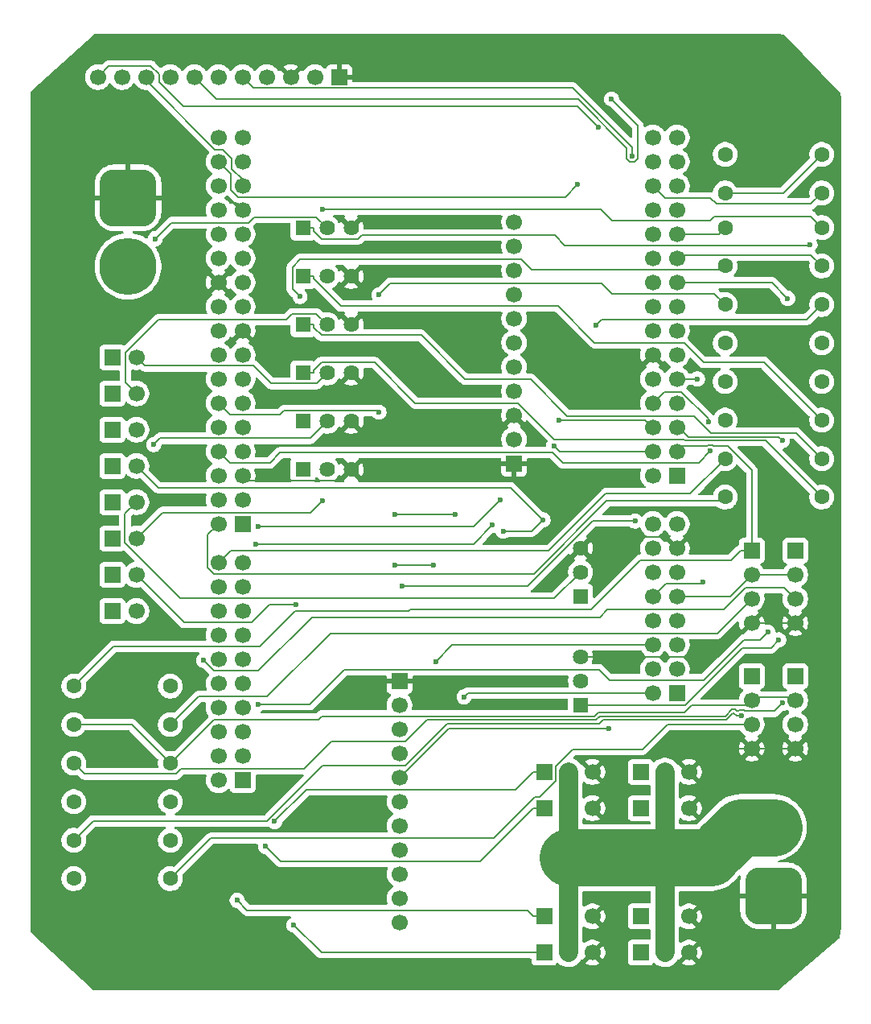
<source format=gbr>
%TF.GenerationSoftware,KiCad,Pcbnew,9.0.2*%
%TF.CreationDate,2025-08-04T13:53:50+09:00*%
%TF.ProjectId,F767ZI_MB_V1.5,46373637-5a49-45f4-9d42-5f56312e352e,rev?*%
%TF.SameCoordinates,Original*%
%TF.FileFunction,Copper,L2,Bot*%
%TF.FilePolarity,Positive*%
%FSLAX46Y46*%
G04 Gerber Fmt 4.6, Leading zero omitted, Abs format (unit mm)*
G04 Created by KiCad (PCBNEW 9.0.2) date 2025-08-04 13:53:50*
%MOMM*%
%LPD*%
G01*
G04 APERTURE LIST*
G04 Aperture macros list*
%AMRoundRect*
0 Rectangle with rounded corners*
0 $1 Rounding radius*
0 $2 $3 $4 $5 $6 $7 $8 $9 X,Y pos of 4 corners*
0 Add a 4 corners polygon primitive as box body*
4,1,4,$2,$3,$4,$5,$6,$7,$8,$9,$2,$3,0*
0 Add four circle primitives for the rounded corners*
1,1,$1+$1,$2,$3*
1,1,$1+$1,$4,$5*
1,1,$1+$1,$6,$7*
1,1,$1+$1,$8,$9*
0 Add four rect primitives between the rounded corners*
20,1,$1+$1,$2,$3,$4,$5,0*
20,1,$1+$1,$4,$5,$6,$7,0*
20,1,$1+$1,$6,$7,$8,$9,0*
20,1,$1+$1,$8,$9,$2,$3,0*%
G04 Aperture macros list end*
%TA.AperFunction,ComponentPad*%
%ADD10R,1.700000X1.700000*%
%TD*%
%TA.AperFunction,ComponentPad*%
%ADD11C,1.700000*%
%TD*%
%TA.AperFunction,ComponentPad*%
%ADD12C,1.600000*%
%TD*%
%TA.AperFunction,ComponentPad*%
%ADD13R,1.625600X1.625600*%
%TD*%
%TA.AperFunction,ComponentPad*%
%ADD14C,1.625600*%
%TD*%
%TA.AperFunction,ComponentPad*%
%ADD15RoundRect,1.500000X-1.500000X1.500000X-1.500000X-1.500000X1.500000X-1.500000X1.500000X1.500000X0*%
%TD*%
%TA.AperFunction,ComponentPad*%
%ADD16C,6.000000*%
%TD*%
%TA.AperFunction,ComponentPad*%
%ADD17RoundRect,1.500000X1.500000X-1.500000X1.500000X1.500000X-1.500000X1.500000X-1.500000X-1.500000X0*%
%TD*%
%TA.AperFunction,ViaPad*%
%ADD18C,0.600000*%
%TD*%
%TA.AperFunction,Conductor*%
%ADD19C,0.200000*%
%TD*%
%TA.AperFunction,Conductor*%
%ADD20C,6.000000*%
%TD*%
%TA.AperFunction,Conductor*%
%ADD21C,2.000000*%
%TD*%
G04 APERTURE END LIST*
D10*
%TO.P,J25,1,Pin_1*%
%TO.N,PE_14*%
X171450000Y-161930000D03*
D11*
%TO.P,J25,2,Pin_2*%
%TO.N,SERVO+*%
X173990000Y-161930000D03*
%TO.P,J25,3,Pin_3*%
%TO.N,GND*%
X176530000Y-161930000D03*
%TD*%
%TO.P,J26,3,Pin_3*%
%TO.N,GND*%
X176530000Y-150550000D03*
%TO.P,J26,2,Pin_2*%
%TO.N,SERVO+*%
X173990000Y-150550000D03*
D10*
%TO.P,J26,1,Pin_1*%
%TO.N,PB_10*%
X171450000Y-150550000D03*
%TD*%
D11*
%TO.P,J27,3,Pin_3*%
%TO.N,GND*%
X176530000Y-146740000D03*
%TO.P,J27,2,Pin_2*%
%TO.N,SERVO+*%
X173990000Y-146740000D03*
D10*
%TO.P,J27,1,Pin_1*%
%TO.N,PE_5*%
X171450000Y-146740000D03*
%TD*%
%TO.P,J24,1,Pin_1*%
%TO.N,PE_11*%
X171450000Y-165740000D03*
D11*
%TO.P,J24,2,Pin_2*%
%TO.N,SERVO+*%
X173990000Y-165740000D03*
%TO.P,J24,3,Pin_3*%
%TO.N,GND*%
X176530000Y-165740000D03*
%TD*%
D12*
%TO.P,R7,1*%
%TO.N,PA_6*%
X180340000Y-81788000D03*
%TO.P,R7,2*%
%TO.N,+5V*%
X190500000Y-81788000D03*
%TD*%
%TO.P,R16,1*%
%TO.N,PF_13*%
X180340000Y-117828000D03*
%TO.P,R16,2*%
%TO.N,Net-(U8-G)*%
X190500000Y-117828000D03*
%TD*%
%TO.P,R13,2*%
%TO.N,Net-(U5-G)*%
X190500000Y-105678000D03*
%TO.P,R13,1*%
%TO.N,PC_12*%
X180340000Y-105678000D03*
%TD*%
%TO.P,R10,2*%
%TO.N,PF_1*%
X190500000Y-93528000D03*
%TO.P,R10,1*%
%TO.N,Net-(U2-G)*%
X180340000Y-93528000D03*
%TD*%
%TO.P,R12,2*%
%TO.N,Net-(U4-G)*%
X190500000Y-101628000D03*
%TO.P,R12,1*%
%TO.N,PC_11*%
X180340000Y-101628000D03*
%TD*%
%TO.P,R14,2*%
%TO.N,Net-(U6-G)*%
X190500000Y-109728000D03*
%TO.P,R14,1*%
%TO.N,PF_14*%
X180340000Y-109728000D03*
%TD*%
%TO.P,R8,2*%
%TO.N,PF_7*%
X190500000Y-85838000D03*
%TO.P,R8,1*%
%TO.N,+5V*%
X180340000Y-85838000D03*
%TD*%
%TO.P,R15,2*%
%TO.N,Net-(U7-G)*%
X190500000Y-113778000D03*
%TO.P,R15,1*%
%TO.N,PF_12*%
X180340000Y-113778000D03*
%TD*%
%TO.P,R9,2*%
%TO.N,Net-(U1-G)*%
X190500000Y-89478000D03*
%TO.P,R9,1*%
%TO.N,PF_0*%
X180340000Y-89478000D03*
%TD*%
%TO.P,R11,2*%
%TO.N,Net-(U3-G)*%
X190500000Y-97578000D03*
%TO.P,R11,1*%
%TO.N,PF_15*%
X180340000Y-97578000D03*
%TD*%
D10*
%TO.P,J10,1,Pin_1*%
%TO.N,PD_4*%
X183134000Y-136652000D03*
D11*
%TO.P,J10,2,Pin_2*%
%TO.N,+5V*%
X183134000Y-139192000D03*
%TO.P,J10,3,Pin_3*%
%TO.N,PF_5*%
X183134000Y-141732000D03*
%TO.P,J10,4,Pin_4*%
%TO.N,GND*%
X183134000Y-144272000D03*
%TD*%
%TO.P,J9,4,Pin_4*%
%TO.N,GND*%
X187724000Y-131064000D03*
%TO.P,J9,3,Pin_3*%
%TO.N,PC_3*%
X187724000Y-128524000D03*
%TO.P,J9,2,Pin_2*%
%TO.N,+5V*%
X187724000Y-125984000D03*
D10*
%TO.P,J9,1,Pin_1*%
%TO.N,PF_2*%
X187724000Y-123444000D03*
%TD*%
D11*
%TO.P,J8,4,Pin_4*%
%TO.N,GND*%
X183134000Y-131064000D03*
%TO.P,J8,3,Pin_3*%
%TO.N,PG_1*%
X183134000Y-128524000D03*
%TO.P,J8,2,Pin_2*%
%TO.N,+5V*%
X183134000Y-125984000D03*
D10*
%TO.P,J8,1,Pin_1*%
%TO.N,PC_0*%
X183134000Y-123444000D03*
%TD*%
%TO.P,J16,1,Pin_1*%
%TO.N,TR+*%
X115824000Y-118364000D03*
D11*
%TO.P,J16,2,Pin_2*%
%TO.N,Net-(J16-Pin_2)*%
X118364000Y-118364000D03*
%TD*%
D10*
%TO.P,J15,1,Pin_1*%
%TO.N,TR+*%
X115824000Y-122174000D03*
D11*
%TO.P,J15,2,Pin_2*%
%TO.N,Net-(J15-Pin_2)*%
X118364000Y-122174000D03*
%TD*%
%TO.P,J11,4,Pin_4*%
%TO.N,GND*%
X187724000Y-144272000D03*
%TO.P,J11,3,Pin_3*%
%TO.N,PF_7*%
X187724000Y-141732000D03*
%TO.P,J11,2,Pin_2*%
%TO.N,+5V*%
X187724000Y-139192000D03*
D10*
%TO.P,J11,1,Pin_1*%
%TO.N,PA_6*%
X187724000Y-136652000D03*
%TD*%
D12*
%TO.P,R1,2*%
%TO.N,+5V*%
X121920000Y-137710000D03*
%TO.P,R1,1*%
%TO.N,PC_0*%
X111760000Y-137710000D03*
%TD*%
%TO.P,R6,2*%
%TO.N,PF_5*%
X121920000Y-157960000D03*
%TO.P,R6,1*%
%TO.N,+5V*%
X111760000Y-157960000D03*
%TD*%
D10*
%TO.P,J14,1,Pin_1*%
%TO.N,TR+*%
X115827000Y-125997000D03*
D11*
%TO.P,J14,2,Pin_2*%
%TO.N,Net-(J14-Pin_2)*%
X118367000Y-125997000D03*
%TD*%
D10*
%TO.P,J20,1,Pin_1*%
%TO.N,TR+*%
X115824000Y-114554000D03*
D11*
%TO.P,J20,2,Pin_2*%
%TO.N,Net-(J20-Pin_2)*%
X118364000Y-114554000D03*
%TD*%
D12*
%TO.P,R3,2*%
%TO.N,+5V*%
X121920000Y-145810000D03*
%TO.P,R3,1*%
%TO.N,PF_2*%
X111760000Y-145810000D03*
%TD*%
%TO.P,R5,2*%
%TO.N,+5V*%
X121920000Y-153910000D03*
%TO.P,R5,1*%
%TO.N,PD_4*%
X111760000Y-153910000D03*
%TD*%
%TO.P,R2,2*%
%TO.N,PG_1*%
X121920000Y-141760000D03*
%TO.P,R2,1*%
%TO.N,+5V*%
X111760000Y-141760000D03*
%TD*%
D10*
%TO.P,J21,1,Pin_1*%
%TO.N,TR+*%
X115824000Y-110744000D03*
D11*
%TO.P,J21,2,Pin_2*%
%TO.N,Net-(J21-Pin_2)*%
X118364000Y-110744000D03*
%TD*%
D10*
%TO.P,J13,1,Pin_1*%
%TO.N,TR+*%
X115827000Y-129807000D03*
D11*
%TO.P,J13,2,Pin_2*%
%TO.N,Net-(J13-Pin_2)*%
X118367000Y-129807000D03*
%TD*%
%TO.P,J23,2,Pin_2*%
%TO.N,Net-(J23-Pin_2)*%
X118364000Y-103124000D03*
D10*
%TO.P,J23,1,Pin_1*%
%TO.N,TR+*%
X115824000Y-103124000D03*
%TD*%
D12*
%TO.P,R4,2*%
%TO.N,PC_3*%
X121920000Y-149860000D03*
%TO.P,R4,1*%
%TO.N,+5V*%
X111760000Y-149860000D03*
%TD*%
D11*
%TO.P,J22,2,Pin_2*%
%TO.N,Net-(J22-Pin_2)*%
X118364000Y-106934000D03*
D10*
%TO.P,J22,1,Pin_1*%
%TO.N,TR+*%
X115824000Y-106934000D03*
%TD*%
D13*
%TO.P,U3,1,G*%
%TO.N,Net-(U3-G)*%
X165100000Y-128270000D03*
D14*
%TO.P,U3,2,D*%
%TO.N,Net-(J16-Pin_2)*%
X165100000Y-125730000D03*
%TO.P,U3,3,S*%
%TO.N,GND*%
X165100000Y-123190000D03*
%TD*%
D11*
%TO.P,J2,30,Pin_30*%
%TO.N,PG_1*%
X172720000Y-80010000D03*
%TO.P,J2,29,Pin_29*%
%TO.N,unconnected-(J2-Pin_29-Pad29)*%
X175260000Y-80010000D03*
%TO.P,J2,28,Pin_28*%
%TO.N,PF_9*%
X172720000Y-82550000D03*
%TO.P,J2,27,Pin_27*%
%TO.N,PD_1*%
X175260000Y-82550000D03*
%TO.P,J2,26,Pin_26*%
%TO.N,PF_7*%
X172720000Y-85090000D03*
%TO.P,J2,25,Pin_25*%
%TO.N,PD_0*%
X175260000Y-85090000D03*
%TO.P,J2,24,Pin_24*%
%TO.N,unconnected-(J2-Pin_24-Pad24)*%
X172720000Y-87630000D03*
%TO.P,J2,23,Pin_23*%
%TO.N,GND*%
X175260000Y-87630000D03*
%TO.P,J2,22,Pin_22*%
%TO.N,PE_3*%
X172720000Y-90170000D03*
%TO.P,J2,21,Pin_21*%
%TO.N,PF_0*%
X175260000Y-90170000D03*
%TO.P,J2,20,Pin_20*%
%TO.N,unconnected-(J2-Pin_20-Pad20)*%
X172720000Y-92710000D03*
%TO.P,J2,19,Pin_19*%
%TO.N,PF_1*%
X175260000Y-92710000D03*
%TO.P,J2,18,Pin_18*%
%TO.N,unconnected-(J2-Pin_18-Pad18)*%
X172720000Y-95250000D03*
%TO.P,J2,17,Pin_17*%
%TO.N,PF_2*%
X175260000Y-95250000D03*
%TO.P,J2,16,Pin_16*%
%TO.N,PE_4*%
X172720000Y-97790000D03*
%TO.P,J2,15,Pin_15*%
%TO.N,unconnected-(J2-Pin_15-Pad15)*%
X175260000Y-97790000D03*
%TO.P,J2,14,Pin_14*%
%TO.N,PE_2*%
X172720000Y-100330000D03*
%TO.P,J2,13,Pin_13*%
%TO.N,unconnected-(J2-Pin_13-Pad13)*%
X175260000Y-100330000D03*
%TO.P,J2,12,Pin_12*%
%TO.N,GND*%
X172720000Y-102870000D03*
%TO.P,J2,11,Pin_11*%
%TO.N,PF_10*%
X175260000Y-102870000D03*
%TO.P,J2,10,Pin_10*%
%TO.N,PD_3*%
X172720000Y-105410000D03*
%TO.P,J2,9,Pin_9*%
%TO.N,PF_5*%
X175260000Y-105410000D03*
%TO.P,J2,8,Pin_8*%
%TO.N,PD_4*%
X172720000Y-107950000D03*
%TO.P,J2,7,Pin_7*%
%TO.N,PF_3*%
X175260000Y-107950000D03*
%TO.P,J2,6,Pin_6*%
%TO.N,PD_5*%
X172720000Y-110490000D03*
%TO.P,J2,5,Pin_5*%
%TO.N,PC_3*%
X175260000Y-110490000D03*
%TO.P,J2,4,Pin_4*%
%TO.N,PD_6*%
X172720000Y-113030000D03*
%TO.P,J2,3,Pin_3*%
%TO.N,PC_0*%
X175260000Y-113030000D03*
%TO.P,J2,2,Pin_2*%
%TO.N,PD_7*%
X172720000Y-115570000D03*
D10*
%TO.P,J2,1,Pin_1*%
%TO.N,PA_3*%
X175260000Y-115570000D03*
%TD*%
D11*
%TO.P,J1,16,Pin_16*%
%TO.N,PG_3*%
X172720000Y-120660000D03*
%TO.P,J1,15,Pin_15*%
%TO.N,VIN*%
X175260000Y-120660000D03*
%TO.P,J1,14,Pin_14*%
%TO.N,PG_2*%
X172720000Y-123200000D03*
%TO.P,J1,13,Pin_13*%
%TO.N,GND*%
X175260000Y-123200000D03*
%TO.P,J1,12,Pin_12*%
%TO.N,PD_2*%
X172720000Y-125740000D03*
%TO.P,J1,11,Pin_11*%
%TO.N,GND*%
X175260000Y-125740000D03*
%TO.P,J1,10,Pin_10*%
%TO.N,PC_12*%
X172720000Y-128280000D03*
%TO.P,J1,9,Pin_9*%
%TO.N,+5V*%
X175260000Y-128280000D03*
%TO.P,J1,8,Pin_8*%
%TO.N,PC_11*%
X172720000Y-130820000D03*
%TO.P,J1,7,Pin_7*%
%TO.N,+3.3V*%
X175260000Y-130820000D03*
%TO.P,J1,6,Pin_6*%
%TO.N,PC_10*%
X172720000Y-133360000D03*
%TO.P,J1,5,Pin_5*%
%TO.N,unconnected-(J1-Pin_5-Pad5)*%
X175260000Y-133360000D03*
%TO.P,J1,4,Pin_4*%
%TO.N,PC_9*%
X172720000Y-135900000D03*
%TO.P,J1,3,Pin_3*%
%TO.N,unconnected-(J1-Pin_3-Pad3)*%
X175260000Y-135900000D03*
%TO.P,J1,2,Pin_2*%
%TO.N,PC_8*%
X172720000Y-138440000D03*
D10*
%TO.P,J1,1,Pin_1*%
%TO.N,unconnected-(J1-Pin_1-Pad1)*%
X175260000Y-138440000D03*
%TD*%
D11*
%TO.P,J17,3,Pin_3*%
%TO.N,GND*%
X166370000Y-146740000D03*
%TO.P,J17,2,Pin_2*%
%TO.N,SERVO+*%
X163830000Y-146740000D03*
D10*
%TO.P,J17,1,Pin_1*%
%TO.N,PB_6*%
X161290000Y-146740000D03*
%TD*%
D11*
%TO.P,J12,3,Pin_3*%
%TO.N,GND*%
X166370000Y-150550000D03*
%TO.P,J12,2,Pin_2*%
%TO.N,SERVO+*%
X163830000Y-150550000D03*
D10*
%TO.P,J12,1,Pin_1*%
%TO.N,PB_1*%
X161290000Y-150550000D03*
%TD*%
D11*
%TO.P,J6,11,Pin_11*%
%TO.N,PD_5*%
X158115000Y-88900000D03*
%TO.P,J6,10,Pin_10*%
%TO.N,unconnected-(J6-Pin_10-Pad10)*%
X158115000Y-91440000D03*
%TO.P,J6,9,Pin_9*%
%TO.N,PC_7*%
X158115000Y-93980000D03*
%TO.P,J6,8,Pin_8*%
%TO.N,unconnected-(J6-Pin_8-Pad8)*%
X158115000Y-96520000D03*
%TO.P,J6,7,Pin_7*%
%TO.N,PD_6*%
X158115000Y-99060000D03*
%TO.P,J6,6,Pin_6*%
%TO.N,unconnected-(J6-Pin_6-Pad6)*%
X158115000Y-101600000D03*
%TO.P,J6,5,Pin_5*%
%TO.N,PC_6*%
X158115000Y-104140000D03*
%TO.P,J6,4,Pin_4*%
%TO.N,unconnected-(J6-Pin_4-Pad4)*%
X158115000Y-106680000D03*
%TO.P,J6,3,Pin_3*%
%TO.N,GND*%
X158115000Y-109220000D03*
%TO.P,J6,2,Pin_2*%
%TO.N,unconnected-(J6-Pin_2-Pad2)*%
X158115000Y-111760000D03*
D10*
%TO.P,J6,1,Pin_1*%
%TO.N,GND*%
X158115000Y-114300000D03*
%TD*%
D13*
%TO.P,U2,1,G*%
%TO.N,Net-(U2-G)*%
X135890000Y-114935000D03*
D14*
%TO.P,U2,2,D*%
%TO.N,Net-(J14-Pin_2)*%
X138430000Y-114935000D03*
%TO.P,U2,3,S*%
%TO.N,GND*%
X140970000Y-114935000D03*
%TD*%
D13*
%TO.P,U4,1,G*%
%TO.N,Net-(U4-G)*%
X165100000Y-139700000D03*
D14*
%TO.P,U4,2,D*%
%TO.N,Net-(J20-Pin_2)*%
X165100000Y-137160000D03*
%TO.P,U4,3,S*%
%TO.N,GND*%
X165100000Y-134620000D03*
%TD*%
%TO.P,U1,3,S*%
%TO.N,GND*%
X140970000Y-109855000D03*
%TO.P,U1,2,D*%
%TO.N,Net-(J13-Pin_2)*%
X138430000Y-109855000D03*
D13*
%TO.P,U1,1,G*%
%TO.N,Net-(U1-G)*%
X135890000Y-109855000D03*
%TD*%
%TO.P,U7,1,G*%
%TO.N,Net-(U7-G)*%
X135890000Y-99695000D03*
D14*
%TO.P,U7,2,D*%
%TO.N,Net-(J22-Pin_2)*%
X138430000Y-99695000D03*
%TO.P,U7,3,S*%
%TO.N,GND*%
X140970000Y-99695000D03*
%TD*%
D13*
%TO.P,U6,1,G*%
%TO.N,Net-(U6-G)*%
X135890000Y-94615000D03*
D14*
%TO.P,U6,2,D*%
%TO.N,Net-(J15-Pin_2)*%
X138430000Y-94615000D03*
%TO.P,U6,3,S*%
%TO.N,GND*%
X140970000Y-94615000D03*
%TD*%
D13*
%TO.P,U5,1,G*%
%TO.N,Net-(U5-G)*%
X135890000Y-89535000D03*
D14*
%TO.P,U5,2,D*%
%TO.N,Net-(J21-Pin_2)*%
X138430000Y-89535000D03*
%TO.P,U5,3,S*%
%TO.N,GND*%
X140970000Y-89535000D03*
%TD*%
D13*
%TO.P,U8,1,G*%
%TO.N,Net-(U8-G)*%
X135890000Y-104775000D03*
D14*
%TO.P,U8,2,D*%
%TO.N,Net-(J23-Pin_2)*%
X138430000Y-104775000D03*
%TO.P,U8,3,S*%
%TO.N,GND*%
X140970000Y-104775000D03*
%TD*%
D10*
%TO.P,J18,1,Pin_1*%
%TO.N,PD_13*%
X161290000Y-165740000D03*
D11*
%TO.P,J18,2,Pin_2*%
%TO.N,SERVO+*%
X163830000Y-165740000D03*
%TO.P,J18,3,Pin_3*%
%TO.N,GND*%
X166370000Y-165740000D03*
%TD*%
%TO.P,J19,3,Pin_3*%
%TO.N,GND*%
X166370000Y-161930000D03*
%TO.P,J19,2,Pin_2*%
%TO.N,SERVO+*%
X163830000Y-161930000D03*
D10*
%TO.P,J19,1,Pin_1*%
%TO.N,PB_8*%
X161290000Y-161930000D03*
%TD*%
D15*
%TO.P,J29,N,NEG*%
%TO.N,GND*%
X117475000Y-86360000D03*
D16*
%TO.P,J29,P,POS*%
%TO.N,TR+*%
X117475000Y-93560000D03*
%TD*%
D17*
%TO.P,J28,N,NEG*%
%TO.N,GND*%
X185420000Y-159766000D03*
D16*
%TO.P,J28,P,POS*%
%TO.N,SERVO+*%
X185420000Y-152566000D03*
%TD*%
D10*
%TO.P,J5,1,Pin_1*%
%TO.N,GND*%
X139700000Y-73660000D03*
D11*
%TO.P,J5,2,Pin_2*%
%TO.N,unconnected-(J5-Pin_2-Pad2)*%
X137160000Y-73660000D03*
%TO.P,J5,3,Pin_3*%
%TO.N,GND*%
X134620000Y-73660000D03*
%TO.P,J5,4,Pin_4*%
%TO.N,unconnected-(J5-Pin_4-Pad4)*%
X132080000Y-73660000D03*
%TO.P,J5,5,Pin_5*%
%TO.N,PA_3*%
X129540000Y-73660000D03*
%TO.P,J5,6,Pin_6*%
%TO.N,unconnected-(J5-Pin_6-Pad6)*%
X127000000Y-73660000D03*
%TO.P,J5,7,Pin_7*%
%TO.N,PG_2*%
X124460000Y-73660000D03*
%TO.P,J5,8,Pin_8*%
%TO.N,unconnected-(J5-Pin_8-Pad8)*%
X121920000Y-73660000D03*
%TO.P,J5,9,Pin_9*%
%TO.N,PA_0*%
X119380000Y-73660000D03*
%TO.P,J5,10,Pin_10*%
%TO.N,unconnected-(J5-Pin_10-Pad10)*%
X116840000Y-73660000D03*
%TO.P,J5,11,Pin_11*%
%TO.N,PD_2*%
X114300000Y-73660000D03*
%TD*%
D10*
%TO.P,J7,1,Pin_1*%
%TO.N,GND*%
X146050000Y-137160000D03*
D11*
%TO.P,J7,2,Pin_2*%
%TO.N,unconnected-(J7-Pin_2-Pad2)*%
X146050000Y-139700000D03*
%TO.P,J7,3,Pin_3*%
%TO.N,GND*%
X146050000Y-142240000D03*
%TO.P,J7,4,Pin_4*%
%TO.N,unconnected-(J7-Pin_4-Pad4)*%
X146050000Y-144780000D03*
%TO.P,J7,5,Pin_5*%
%TO.N,PC_9*%
X146050000Y-147320000D03*
%TO.P,J7,6,Pin_6*%
%TO.N,unconnected-(J7-Pin_6-Pad6)*%
X146050000Y-149860000D03*
%TO.P,J7,7,Pin_7*%
%TO.N,PC_10*%
X146050000Y-152400000D03*
%TO.P,J7,8,Pin_8*%
%TO.N,unconnected-(J7-Pin_8-Pad8)*%
X146050000Y-154940000D03*
%TO.P,J7,9,Pin_9*%
%TO.N,PC_8*%
X146050000Y-157480000D03*
%TO.P,J7,10,Pin_10*%
%TO.N,unconnected-(J7-Pin_10-Pad10)*%
X146050000Y-160020000D03*
%TO.P,J7,11,Pin_11*%
%TO.N,PD_7*%
X146050000Y-162560000D03*
%TD*%
D10*
%TO.P,J4,1,Pin_1*%
%TO.N,unconnected-(J4-Pin_1-Pad1)*%
X129540000Y-120650000D03*
D11*
%TO.P,J4,2,Pin_2*%
%TO.N,PF_13*%
X127000000Y-120650000D03*
%TO.P,J4,3,Pin_3*%
%TO.N,unconnected-(J4-Pin_3-Pad3)*%
X129540000Y-118110000D03*
%TO.P,J4,4,Pin_4*%
%TO.N,unconnected-(J4-Pin_4-Pad4)*%
X127000000Y-118110000D03*
%TO.P,J4,5,Pin_5*%
%TO.N,GND*%
X129540000Y-115570000D03*
%TO.P,J4,6,Pin_6*%
%TO.N,unconnected-(J4-Pin_6-Pad6)*%
X127000000Y-115570000D03*
%TO.P,J4,7,Pin_7*%
%TO.N,PB_1*%
X129540000Y-113030000D03*
%TO.P,J4,8,Pin_8*%
%TO.N,PF_14*%
X127000000Y-113030000D03*
%TO.P,J4,9,Pin_9*%
%TO.N,unconnected-(J4-Pin_9-Pad9)*%
X129540000Y-110490000D03*
%TO.P,J4,10,Pin_10*%
%TO.N,unconnected-(J4-Pin_10-Pad10)*%
X127000000Y-110490000D03*
%TO.P,J4,11,Pin_11*%
%TO.N,unconnected-(J4-Pin_11-Pad11)*%
X129540000Y-107950000D03*
%TO.P,J4,12,Pin_12*%
%TO.N,PF_15*%
X127000000Y-107950000D03*
%TO.P,J4,13,Pin_13*%
%TO.N,PB_6*%
X129540000Y-105410000D03*
%TO.P,J4,14,Pin_14*%
%TO.N,PG_14*%
X127000000Y-105410000D03*
%TO.P,J4,15,Pin_15*%
%TO.N,unconnected-(J4-Pin_15-Pad15)*%
X129540000Y-102870000D03*
%TO.P,J4,16,Pin_16*%
%TO.N,PG_9*%
X127000000Y-102870000D03*
%TO.P,J4,17,Pin_17*%
%TO.N,GND*%
X129540000Y-100330000D03*
%TO.P,J4,18,Pin_18*%
%TO.N,PE_8*%
X127000000Y-100330000D03*
%TO.P,J4,19,Pin_19*%
%TO.N,PD_13*%
X129540000Y-97790000D03*
%TO.P,J4,20,Pin_20*%
%TO.N,PE_7*%
X127000000Y-97790000D03*
%TO.P,J4,21,Pin_21*%
%TO.N,PD_12*%
X129540000Y-95250000D03*
%TO.P,J4,22,Pin_22*%
%TO.N,GND*%
X127000000Y-95250000D03*
%TO.P,J4,23,Pin_23*%
%TO.N,PD_11*%
X129540000Y-92710000D03*
%TO.P,J4,24,Pin_24*%
%TO.N,unconnected-(J4-Pin_24-Pad24)*%
X127000000Y-92710000D03*
%TO.P,J4,25,Pin_25*%
%TO.N,unconnected-(J4-Pin_25-Pad25)*%
X129540000Y-90170000D03*
%TO.P,J4,26,Pin_26*%
%TO.N,unconnected-(J4-Pin_26-Pad26)*%
X127000000Y-90170000D03*
%TO.P,J4,27,Pin_27*%
%TO.N,GND*%
X129540000Y-87630000D03*
%TO.P,J4,28,Pin_28*%
%TO.N,unconnected-(J4-Pin_28-Pad28)*%
X127000000Y-87630000D03*
%TO.P,J4,29,Pin_29*%
%TO.N,PA_0*%
X129540000Y-85090000D03*
%TO.P,J4,30,Pin_30*%
%TO.N,unconnected-(J4-Pin_30-Pad30)*%
X127000000Y-85090000D03*
%TO.P,J4,31,Pin_31*%
%TO.N,unconnected-(J4-Pin_31-Pad31)*%
X129540000Y-82550000D03*
%TO.P,J4,32,Pin_32*%
%TO.N,PB_10*%
X127000000Y-82550000D03*
%TO.P,J4,33,Pin_33*%
%TO.N,unconnected-(J4-Pin_33-Pad33)*%
X129540000Y-80010000D03*
%TO.P,J4,34,Pin_34*%
%TO.N,PB_11*%
X127000000Y-80010000D03*
%TD*%
D10*
%TO.P,J3,1,Pin_1*%
%TO.N,PC_6*%
X129540000Y-147600000D03*
D11*
%TO.P,J3,2,Pin_2*%
%TO.N,PB_8*%
X127000000Y-147600000D03*
%TO.P,J3,3,Pin_3*%
%TO.N,PB_15*%
X129540000Y-145060000D03*
%TO.P,J3,4,Pin_4*%
%TO.N,PB_9*%
X127000000Y-145060000D03*
%TO.P,J3,5,Pin_5*%
%TO.N,PB_13*%
X129540000Y-142520000D03*
%TO.P,J3,6,Pin_6*%
%TO.N,unconnected-(J3-Pin_6-Pad6)*%
X127000000Y-142520000D03*
%TO.P,J3,7,Pin_7*%
%TO.N,unconnected-(J3-Pin_7-Pad7)*%
X129540000Y-139980000D03*
%TO.P,J3,8,Pin_8*%
%TO.N,unconnected-(J3-Pin_8-Pad8)*%
X127000000Y-139980000D03*
%TO.P,J3,9,Pin_9*%
%TO.N,PA_15*%
X129540000Y-137440000D03*
%TO.P,J3,10,Pin_10*%
%TO.N,unconnected-(J3-Pin_10-Pad10)*%
X127000000Y-137440000D03*
%TO.P,J3,11,Pin_11*%
%TO.N,PC_7*%
X129540000Y-134900000D03*
%TO.P,J3,12,Pin_12*%
%TO.N,PA_6*%
X127000000Y-134900000D03*
%TO.P,J3,13,Pin_13*%
%TO.N,unconnected-(J3-Pin_13-Pad13)*%
X129540000Y-132360000D03*
%TO.P,J3,14,Pin_14*%
%TO.N,unconnected-(J3-Pin_14-Pad14)*%
X127000000Y-132360000D03*
%TO.P,J3,15,Pin_15*%
%TO.N,PB_3*%
X129540000Y-129820000D03*
%TO.P,J3,16,Pin_16*%
%TO.N,unconnected-(J3-Pin_16-Pad16)*%
X127000000Y-129820000D03*
%TO.P,J3,17,Pin_17*%
%TO.N,unconnected-(J3-Pin_17-Pad17)*%
X129540000Y-127280000D03*
%TO.P,J3,18,Pin_18*%
%TO.N,unconnected-(J3-Pin_18-Pad18)*%
X127000000Y-127280000D03*
%TO.P,J3,19,Pin_19*%
%TO.N,unconnected-(J3-Pin_19-Pad19)*%
X129540000Y-124740000D03*
%TO.P,J3,20,Pin_20*%
%TO.N,PF_12*%
X127000000Y-124740000D03*
%TD*%
D18*
%TO.N,GND*%
X116840000Y-149860000D03*
X116840000Y-144780000D03*
X121920000Y-71120000D03*
X149860000Y-114300000D03*
X190500000Y-121920000D03*
X190500000Y-134620000D03*
X180340000Y-137160000D03*
X180340000Y-121920000D03*
X157480000Y-139700000D03*
X185420000Y-83820000D03*
X149860000Y-93980000D03*
X149860000Y-91440000D03*
X149860000Y-88900000D03*
X187960000Y-147320000D03*
X180340000Y-147320000D03*
X185420000Y-165100000D03*
X180340000Y-167640000D03*
X175260000Y-167640000D03*
X165100000Y-167640000D03*
X152400000Y-167640000D03*
X139700000Y-167640000D03*
X127000000Y-165100000D03*
X116840000Y-165100000D03*
X139700000Y-157480000D03*
X139700000Y-152400000D03*
X162560000Y-116840000D03*
X170180000Y-106680000D03*
X149860000Y-109220000D03*
X147320000Y-104140000D03*
X152400000Y-101600000D03*
X165100000Y-104140000D03*
X142240000Y-139700000D03*
X116840000Y-137160000D03*
X124460000Y-149860000D03*
X109220000Y-160020000D03*
X109220000Y-152400000D03*
X109220000Y-144780000D03*
X109220000Y-137160000D03*
X109220000Y-129540000D03*
X109220000Y-121920000D03*
X132080000Y-101600000D03*
X132080000Y-93980000D03*
X124460000Y-114300000D03*
X124460000Y-106680000D03*
X109220000Y-114300000D03*
X109220000Y-106680000D03*
X111760000Y-99060000D03*
X124460000Y-93980000D03*
X121920000Y-81280000D03*
X111760000Y-78740000D03*
X144780000Y-71120000D03*
X162560000Y-71120000D03*
X177800000Y-73660000D03*
X185420000Y-76200000D03*
%TO.N,Net-(J20-Pin_2)*%
X149606000Y-124968000D03*
X145542000Y-119634000D03*
X145542000Y-124968000D03*
X156972000Y-121412000D03*
X151892000Y-119634000D03*
%TO.N,Net-(U5-G)*%
X189263300Y-91271700D03*
%TO.N,Net-(U4-G)*%
X185975000Y-132852500D03*
%TO.N,Net-(U3-G)*%
X166691600Y-99779400D03*
%TO.N,Net-(U2-G)*%
X135573100Y-96738300D03*
%TO.N,Net-(U1-G)*%
X137921500Y-87582300D03*
%TO.N,Net-(J21-Pin_2)*%
X120330800Y-90657300D03*
%TO.N,Net-(J20-Pin_2)*%
X161156500Y-120226900D03*
%TO.N,Net-(J15-Pin_2)*%
X137938600Y-118176500D03*
%TO.N,Net-(J14-Pin_2)*%
X135138800Y-129139100D03*
%TO.N,Net-(J13-Pin_2)*%
X120172500Y-112305400D03*
%TO.N,PF_14*%
X178793300Y-112973800D03*
%TO.N,PD_13*%
X134936600Y-162840800D03*
%TO.N,PB_1*%
X131951700Y-154559900D03*
%TO.N,PF_15*%
X143891300Y-108898900D03*
X143891300Y-96536000D03*
%TO.N,PB_10*%
X164785600Y-84945300D03*
%TO.N,PB_6*%
X132906700Y-151951200D03*
%TO.N,PC_7*%
X155830900Y-120784300D03*
X130948200Y-122752400D03*
%TO.N,PC_6*%
X156627100Y-118159300D03*
X131155500Y-120956400D03*
%TO.N,PA_6*%
X184846400Y-132053900D03*
X131155500Y-139624100D03*
%TO.N,PB_8*%
X128966800Y-160229500D03*
%TO.N,PD_7*%
X170854900Y-120355200D03*
X146305400Y-127186200D03*
%TO.N,PF_5*%
X177417400Y-105413400D03*
%TO.N,PC_3*%
X186346100Y-111893300D03*
X125418900Y-134995700D03*
%TO.N,PA_3*%
X170566500Y-81951100D03*
%TO.N,PD_5*%
X162843500Y-109703200D03*
%TO.N,PF_2*%
X186922300Y-96922100D03*
X186359200Y-139501500D03*
%TO.N,PD_6*%
X162295000Y-112430100D03*
%TO.N,PD_4*%
X182054900Y-140851400D03*
X178546900Y-109946100D03*
%TO.N,PC_12*%
X177952900Y-126773500D03*
%TO.N,PD_2*%
X166974300Y-78956900D03*
%TO.N,PC_8*%
X152846000Y-138840900D03*
%TO.N,PC_10*%
X149861100Y-135111500D03*
%TO.N,PG_2*%
X168372300Y-75962700D03*
%TO.N,PC_9*%
X168083200Y-142148900D03*
%TD*%
D19*
%TO.N,Net-(J20-Pin_2)*%
X145542000Y-124968000D02*
X149606000Y-124968000D01*
X151892000Y-119634000D02*
X145542000Y-119634000D01*
X159971400Y-121412000D02*
X156972000Y-121412000D01*
X161156500Y-120226900D02*
X159971400Y-121412000D01*
%TO.N,Net-(U8-G)*%
X137004500Y-104496300D02*
X137004500Y-104775000D01*
X137840300Y-103660500D02*
X137004500Y-104496300D01*
X143417300Y-103660500D02*
X137840300Y-103660500D01*
X147706800Y-107950000D02*
X143417300Y-103660500D01*
X158561800Y-107950000D02*
X147706800Y-107950000D01*
X162371800Y-111760000D02*
X158561800Y-107950000D01*
X175964100Y-111760000D02*
X162371800Y-111760000D01*
X176097200Y-111893100D02*
X175964100Y-111760000D01*
X184565100Y-111893100D02*
X176097200Y-111893100D01*
X190500000Y-117828000D02*
X184565100Y-111893100D01*
X135890000Y-104775000D02*
X137004500Y-104775000D01*
%TO.N,Net-(U7-G)*%
X135890000Y-99695000D02*
X137004500Y-99695000D01*
X187811700Y-111089700D02*
X190500000Y-113778000D01*
X178839700Y-111089700D02*
X187811700Y-111089700D01*
X177030000Y-109280000D02*
X178839700Y-111089700D01*
X163704100Y-109280000D02*
X177030000Y-109280000D01*
X159834100Y-105410000D02*
X163704100Y-109280000D01*
X152931600Y-105410000D02*
X159834100Y-105410000D01*
X148331100Y-100809500D02*
X152931600Y-105410000D01*
X137840300Y-100809500D02*
X148331100Y-100809500D01*
X137004500Y-99973700D02*
X137840300Y-100809500D01*
X137004500Y-99695000D02*
X137004500Y-99973700D01*
%TO.N,Net-(U6-G)*%
X135890000Y-94615000D02*
X137004500Y-94615000D01*
X184425000Y-103653000D02*
X190500000Y-109728000D01*
X178074900Y-103653000D02*
X184425000Y-103653000D01*
X176021900Y-101600000D02*
X178074900Y-103653000D01*
X166596900Y-101600000D02*
X176021900Y-101600000D01*
X162744000Y-97747100D02*
X166596900Y-101600000D01*
X139913300Y-97747100D02*
X162744000Y-97747100D01*
X137004500Y-94838300D02*
X139913300Y-97747100D01*
X137004500Y-94615000D02*
X137004500Y-94838300D01*
%TO.N,Net-(U5-G)*%
X189179200Y-91355800D02*
X189263300Y-91271700D01*
X163449300Y-91355800D02*
X189179200Y-91355800D01*
X162380500Y-90287000D02*
X163449300Y-91355800D01*
X142085800Y-90287000D02*
X162380500Y-90287000D01*
X141703300Y-90669500D02*
X142085800Y-90287000D01*
X137860400Y-90669500D02*
X141703300Y-90669500D01*
X137004500Y-89813600D02*
X137860400Y-90669500D01*
X137004500Y-89535000D02*
X137004500Y-89813600D01*
X135890000Y-89535000D02*
X137004500Y-89535000D01*
%TO.N,Net-(U4-G)*%
X165100000Y-139700000D02*
X166214500Y-139700000D01*
X185160600Y-133666900D02*
X185975000Y-132852500D01*
X182161800Y-133666900D02*
X185160600Y-133666900D01*
X176128700Y-139700000D02*
X182161800Y-133666900D01*
X166214500Y-139700000D02*
X176128700Y-139700000D01*
%TO.N,Net-(U3-G)*%
X188950000Y-99128000D02*
X190500000Y-97578000D01*
X167343000Y-99128000D02*
X188950000Y-99128000D01*
X166691600Y-99779400D02*
X167343000Y-99128000D01*
%TO.N,Net-(U2-G)*%
X134775500Y-95940700D02*
X135573100Y-96738300D01*
X134775500Y-93653600D02*
X134775500Y-95940700D01*
X135603500Y-92825600D02*
X134775500Y-93653600D01*
X158860600Y-92825600D02*
X135603500Y-92825600D01*
X159941000Y-93906000D02*
X158860600Y-92825600D01*
X179962000Y-93906000D02*
X159941000Y-93906000D01*
X180340000Y-93528000D02*
X179962000Y-93906000D01*
%TO.N,Net-(U1-G)*%
X189357500Y-88335500D02*
X190500000Y-89478000D01*
X179213800Y-88335500D02*
X189357500Y-88335500D01*
X178767600Y-88781700D02*
X179213800Y-88335500D01*
X168401000Y-88781700D02*
X178767600Y-88781700D01*
X167201600Y-87582300D02*
X168401000Y-88781700D01*
X137921500Y-87582300D02*
X167201600Y-87582300D01*
%TO.N,Net-(J23-Pin_2)*%
X119267600Y-104027600D02*
X118364000Y-103124000D01*
X130707600Y-104027600D02*
X119267600Y-104027600D01*
X132569500Y-105889500D02*
X130707600Y-104027600D01*
X137315500Y-105889500D02*
X132569500Y-105889500D01*
X138430000Y-104775000D02*
X137315500Y-105889500D01*
%TO.N,Net-(J22-Pin_2)*%
X117201400Y-105771400D02*
X118364000Y-106934000D01*
X117201400Y-102629600D02*
X117201400Y-105771400D01*
X120652700Y-99178300D02*
X117201400Y-102629600D01*
X134128600Y-99178300D02*
X120652700Y-99178300D01*
X134771600Y-98535300D02*
X134128600Y-99178300D01*
X137270300Y-98535300D02*
X134771600Y-98535300D01*
X138430000Y-99695000D02*
X137270300Y-98535300D01*
%TO.N,Net-(J21-Pin_2)*%
X137271900Y-88376900D02*
X138430000Y-89535000D01*
X130735300Y-88376900D02*
X137271900Y-88376900D01*
X130152200Y-88960000D02*
X130735300Y-88376900D01*
X122028100Y-88960000D02*
X130152200Y-88960000D01*
X120330800Y-90657300D02*
X122028100Y-88960000D01*
%TO.N,Net-(J20-Pin_2)*%
X120650000Y-116840000D02*
X118364000Y-114554000D01*
X157769600Y-116840000D02*
X120650000Y-116840000D01*
X161156500Y-120226900D02*
X157769600Y-116840000D01*
%TO.N,Net-(J16-Pin_2)*%
X162368100Y-128461900D02*
X165100000Y-125730000D01*
X122981200Y-128461900D02*
X162368100Y-128461900D01*
X117155000Y-122635700D02*
X122981200Y-128461900D01*
X117155000Y-119573000D02*
X117155000Y-122635700D01*
X118364000Y-118364000D02*
X117155000Y-119573000D01*
%TO.N,Net-(J15-Pin_2)*%
X136675100Y-119440000D02*
X137938600Y-118176500D01*
X121098000Y-119440000D02*
X136675100Y-119440000D01*
X118364000Y-122174000D02*
X121098000Y-119440000D01*
%TO.N,Net-(J14-Pin_2)*%
X132354900Y-129139100D02*
X135138800Y-129139100D01*
X130490700Y-131003300D02*
X132354900Y-129139100D01*
X123373300Y-131003300D02*
X130490700Y-131003300D01*
X118367000Y-125997000D02*
X123373300Y-131003300D01*
%TO.N,Net-(J13-Pin_2)*%
X136639800Y-111645200D02*
X138430000Y-109855000D01*
X120832700Y-111645200D02*
X136639800Y-111645200D01*
X120172500Y-112305400D02*
X120832700Y-111645200D01*
%TO.N,PF_14*%
X128197900Y-114227900D02*
X127000000Y-113030000D01*
X132413000Y-114227900D02*
X128197900Y-114227900D01*
X133494400Y-113146500D02*
X132413000Y-114227900D01*
X162160300Y-113146500D02*
X133494400Y-113146500D01*
X163241900Y-114228100D02*
X162160300Y-113146500D01*
X177539000Y-114228100D02*
X163241900Y-114228100D01*
X178793300Y-112973800D02*
X177539000Y-114228100D01*
%TO.N,PD_13*%
X137835800Y-165740000D02*
X161290000Y-165740000D01*
X134936600Y-162840800D02*
X137835800Y-165740000D01*
%TO.N,PB_1*%
X154538200Y-156150100D02*
X160138300Y-150550000D01*
X133541900Y-156150100D02*
X154538200Y-156150100D01*
X131951700Y-154559900D02*
X133541900Y-156150100D01*
X161290000Y-150550000D02*
X160138300Y-150550000D01*
%TO.N,PA_0*%
X129540000Y-84461500D02*
X129540000Y-85090000D01*
X128388300Y-83309800D02*
X129540000Y-84461500D01*
X128388300Y-82249900D02*
X128388300Y-83309800D01*
X127418400Y-81280000D02*
X128388300Y-82249900D01*
X126620500Y-81280000D02*
X127418400Y-81280000D01*
X119380000Y-74039500D02*
X126620500Y-81280000D01*
X119380000Y-73660000D02*
X119380000Y-74039500D01*
%TO.N,PF_15*%
X143732300Y-108739900D02*
X143891300Y-108898900D01*
X133878900Y-108739900D02*
X143732300Y-108739900D01*
X133474000Y-109144800D02*
X133878900Y-108739900D01*
X128194800Y-109144800D02*
X133474000Y-109144800D01*
X127000000Y-107950000D02*
X128194800Y-109144800D01*
X179222000Y-96460000D02*
X180340000Y-97578000D01*
X168459300Y-96460000D02*
X179222000Y-96460000D01*
X167348400Y-95349100D02*
X168459300Y-96460000D01*
X145078200Y-95349100D02*
X167348400Y-95349100D01*
X143891300Y-96536000D02*
X145078200Y-95349100D01*
%TO.N,PF_13*%
X125848300Y-121801700D02*
X127000000Y-120650000D01*
X125848300Y-125220400D02*
X125848300Y-121801700D01*
X126539200Y-125911300D02*
X125848300Y-125220400D01*
X160185600Y-125911300D02*
X126539200Y-125911300D01*
X167867300Y-118229600D02*
X160185600Y-125911300D01*
X179938400Y-118229600D02*
X167867300Y-118229600D01*
X180340000Y-117828000D02*
X179938400Y-118229600D01*
%TO.N,PB_10*%
X163477300Y-86253600D02*
X164785600Y-84945300D01*
X129015200Y-86253600D02*
X163477300Y-86253600D01*
X128270200Y-85508600D02*
X129015200Y-86253600D01*
X128270200Y-83820200D02*
X128270200Y-85508600D01*
X127000000Y-82550000D02*
X128270200Y-83820200D01*
%TO.N,PB_6*%
X136267900Y-148590000D02*
X132906700Y-151951200D01*
X158288300Y-148590000D02*
X136267900Y-148590000D01*
X160138300Y-146740000D02*
X158288300Y-148590000D01*
X161290000Y-146740000D02*
X160138300Y-146740000D01*
%TO.N,PC_7*%
X153862800Y-122752400D02*
X130948200Y-122752400D01*
X155830900Y-120784300D02*
X153862800Y-122752400D01*
%TO.N,PF_12*%
X176646900Y-117471100D02*
X180340000Y-113778000D01*
X167783300Y-117471100D02*
X176646900Y-117471100D01*
X161778400Y-123476000D02*
X167783300Y-117471100D01*
X128264000Y-123476000D02*
X161778400Y-123476000D01*
X127000000Y-124740000D02*
X128264000Y-123476000D01*
%TO.N,PC_6*%
X153830000Y-120956400D02*
X131155500Y-120956400D01*
X156627100Y-118159300D02*
X153830000Y-120956400D01*
%TO.N,PA_6*%
X136609100Y-139624100D02*
X131155500Y-139624100D01*
X140259700Y-135973500D02*
X136609100Y-139624100D01*
X167077700Y-135973500D02*
X140259700Y-135973500D01*
X168155900Y-137051700D02*
X167077700Y-135973500D01*
X178090700Y-137051700D02*
X168155900Y-137051700D01*
X182289900Y-132852500D02*
X178090700Y-137051700D01*
X184047800Y-132852500D02*
X182289900Y-132852500D01*
X184846400Y-132053900D02*
X184047800Y-132852500D01*
%TO.N,PB_8*%
X159498300Y-161290000D02*
X160138300Y-161930000D01*
X130027300Y-161290000D02*
X159498300Y-161290000D01*
X128966800Y-160229500D02*
X130027300Y-161290000D01*
X161290000Y-161930000D02*
X160138300Y-161930000D01*
%TO.N,PD_7*%
X159526200Y-127186200D02*
X146305400Y-127186200D01*
X166357200Y-120355200D02*
X159526200Y-127186200D01*
X170854900Y-120355200D02*
X166357200Y-120355200D01*
%TO.N,PF_5*%
X126169100Y-153710900D02*
X121920000Y-157960000D01*
X156002400Y-153710900D02*
X126169100Y-153710900D01*
X160315000Y-149398300D02*
X156002400Y-153710900D01*
X160802500Y-149398300D02*
X160315000Y-149398300D01*
X162528300Y-147672500D02*
X160802500Y-149398300D01*
X162528300Y-146126400D02*
X162528300Y-147672500D01*
X164300500Y-144354200D02*
X162528300Y-146126400D01*
X171611000Y-144354200D02*
X164300500Y-144354200D01*
X174233200Y-141732000D02*
X171611000Y-144354200D01*
X183134000Y-141732000D02*
X174233200Y-141732000D01*
X175263400Y-105413400D02*
X175260000Y-105410000D01*
X177417400Y-105413400D02*
X175263400Y-105413400D01*
%TO.N,PC_3*%
X186558900Y-127358900D02*
X187724000Y-128524000D01*
X182498800Y-127358900D02*
X186558900Y-127358900D01*
X180207900Y-129649800D02*
X182498800Y-127358900D01*
X167926300Y-129649800D02*
X180207900Y-129649800D01*
X167122700Y-130453400D02*
X167926300Y-129649800D01*
X136813800Y-130453400D02*
X167122700Y-130453400D01*
X131204900Y-136062300D02*
X136813800Y-130453400D01*
X126485500Y-136062300D02*
X131204900Y-136062300D01*
X125418900Y-134995700D02*
X126485500Y-136062300D01*
X175495400Y-110490000D02*
X175260000Y-110490000D01*
X176496800Y-111491400D02*
X175495400Y-110490000D01*
X185944200Y-111491400D02*
X176496800Y-111491400D01*
X186346100Y-111893300D02*
X185944200Y-111491400D01*
%TO.N,PA_3*%
X170566500Y-81059300D02*
X170566500Y-81951100D01*
X164318900Y-74811700D02*
X170566500Y-81059300D01*
X130691700Y-74811700D02*
X164318900Y-74811700D01*
X129540000Y-73660000D02*
X130691700Y-74811700D01*
%TO.N,PF_1*%
X189348900Y-92376900D02*
X190500000Y-93528000D01*
X175593100Y-92376900D02*
X189348900Y-92376900D01*
X175260000Y-92710000D02*
X175593100Y-92376900D01*
%TO.N,PC_0*%
X183134000Y-123444000D02*
X181982300Y-123444000D01*
X180956300Y-124470000D02*
X181982300Y-123444000D01*
X171416400Y-124470000D02*
X180956300Y-124470000D01*
X166236400Y-129650000D02*
X171416400Y-124470000D01*
X147193400Y-129650000D02*
X166236400Y-129650000D01*
X147027100Y-129816300D02*
X147193400Y-129650000D01*
X147027100Y-129816300D02*
X147193400Y-129650000D01*
X135029600Y-129816300D02*
X147027100Y-129816300D01*
X131312000Y-133533900D02*
X135029600Y-129816300D01*
X115936100Y-133533900D02*
X131312000Y-133533900D01*
X111760000Y-137710000D02*
X115936100Y-133533900D01*
X175832500Y-112457500D02*
X175260000Y-113030000D01*
X178458800Y-112457500D02*
X175832500Y-112457500D01*
X178544200Y-112372100D02*
X178458800Y-112457500D01*
X179042500Y-112372100D02*
X178544200Y-112372100D01*
X179127900Y-112457500D02*
X179042500Y-112372100D01*
X180578600Y-112457500D02*
X179127900Y-112457500D01*
X183134000Y-115012900D02*
X180578600Y-112457500D01*
X183134000Y-123444000D02*
X183134000Y-115012900D01*
%TO.N,PD_5*%
X171933200Y-109703200D02*
X172720000Y-110490000D01*
X162843500Y-109703200D02*
X171933200Y-109703200D01*
%TO.N,PF_0*%
X179648000Y-90170000D02*
X180340000Y-89478000D01*
X175260000Y-90170000D02*
X179648000Y-90170000D01*
%TO.N,PF_7*%
X189329000Y-87009000D02*
X190500000Y-85838000D01*
X179426900Y-87009000D02*
X189329000Y-87009000D01*
X178777900Y-86360000D02*
X179426900Y-87009000D01*
X173990000Y-86360000D02*
X178777900Y-86360000D01*
X172720000Y-85090000D02*
X173990000Y-86360000D01*
%TO.N,PF_2*%
X185250200Y-95250000D02*
X186922300Y-96922100D01*
X175260000Y-95250000D02*
X185250200Y-95250000D01*
X166899900Y-141099600D02*
X166735100Y-141264400D01*
X166899900Y-141099600D02*
X166735100Y-141264400D01*
X112905200Y-146955200D02*
X111760000Y-145810000D01*
X122514800Y-146955200D02*
X112905200Y-146955200D01*
X123080000Y-146390000D02*
X122514800Y-146955200D01*
X135991200Y-146390000D02*
X123080000Y-146390000D01*
X138871200Y-143510000D02*
X135991200Y-146390000D01*
X146680000Y-143510000D02*
X138871200Y-143510000D01*
X148925600Y-141264400D02*
X146680000Y-143510000D01*
X166735100Y-141264400D02*
X148925600Y-141264400D01*
X167135300Y-140864200D02*
X166899900Y-141099600D01*
X180325900Y-140864200D02*
X167135300Y-140864200D01*
X181044300Y-140145800D02*
X180325900Y-140864200D01*
X181376900Y-140145800D02*
X181044300Y-140145800D01*
X181578400Y-140347300D02*
X181376900Y-140145800D01*
X181708200Y-140347300D02*
X181578400Y-140347300D01*
X181805800Y-140249700D02*
X181708200Y-140347300D01*
X182305700Y-140249700D02*
X181805800Y-140249700D01*
X182403300Y-140347300D02*
X182305700Y-140249700D01*
X185513400Y-140347300D02*
X182403300Y-140347300D01*
X186359200Y-139501500D02*
X185513400Y-140347300D01*
%TO.N,PD_6*%
X162894900Y-113030000D02*
X162295000Y-112430100D01*
X172720000Y-113030000D02*
X162894900Y-113030000D01*
%TO.N,PG_1*%
X124869800Y-138810200D02*
X121920000Y-141760000D01*
X132126600Y-138810200D02*
X124869800Y-138810200D01*
X138786900Y-132149900D02*
X132126600Y-138810200D01*
X179508100Y-132149900D02*
X138786900Y-132149900D01*
X183134000Y-128524000D02*
X179508100Y-132149900D01*
%TO.N,PD_4*%
X113785000Y-151885000D02*
X111760000Y-153910000D01*
X132122100Y-151885000D02*
X113785000Y-151885000D01*
X137957100Y-146050000D02*
X132122100Y-151885000D01*
X146667300Y-146050000D02*
X137957100Y-146050000D01*
X151051200Y-141666100D02*
X146667300Y-146050000D01*
X167101600Y-141666100D02*
X151051200Y-141666100D01*
X167501800Y-141265900D02*
X167101600Y-141666100D01*
X180492200Y-141265900D02*
X167501800Y-141265900D01*
X181169300Y-140588800D02*
X180492200Y-141265900D01*
X181251900Y-140588800D02*
X181169300Y-140588800D01*
X181514500Y-140851400D02*
X181251900Y-140588800D01*
X182054900Y-140851400D02*
X181514500Y-140851400D01*
X178546900Y-109604600D02*
X178546900Y-109946100D01*
X175706500Y-106764200D02*
X178546900Y-109604600D01*
X173905800Y-106764200D02*
X175706500Y-106764200D01*
X172720000Y-107950000D02*
X173905800Y-106764200D01*
%TO.N,PC_12*%
X174108300Y-126891700D02*
X172720000Y-128280000D01*
X177834700Y-126891700D02*
X174108300Y-126891700D01*
X177952900Y-126773500D02*
X177834700Y-126891700D01*
%TO.N,PD_2*%
X164783500Y-76766100D02*
X166974300Y-78956900D01*
X123308700Y-76766100D02*
X164783500Y-76766100D01*
X120718900Y-74176300D02*
X123308700Y-76766100D01*
X120718900Y-73361200D02*
X120718900Y-74176300D01*
X119860000Y-72502300D02*
X120718900Y-73361200D01*
X115457700Y-72502300D02*
X119860000Y-72502300D01*
X114300000Y-73660000D02*
X115457700Y-72502300D01*
%TO.N,+5V*%
X186450000Y-85838000D02*
X180340000Y-85838000D01*
X190500000Y-81788000D02*
X186450000Y-85838000D01*
X183134000Y-125984000D02*
X187724000Y-125984000D01*
X117870000Y-141760000D02*
X111760000Y-141760000D01*
X121920000Y-145810000D02*
X117870000Y-141760000D01*
X180838000Y-128280000D02*
X175260000Y-128280000D01*
X183134000Y-125984000D02*
X180838000Y-128280000D01*
X183426200Y-138899800D02*
X183134000Y-139192000D01*
X187431800Y-138899800D02*
X183426200Y-138899800D01*
X187724000Y-139192000D02*
X187431800Y-138899800D01*
X182585500Y-139740500D02*
X183134000Y-139192000D01*
X176778200Y-139740500D02*
X182585500Y-139740500D01*
X176611900Y-139906800D02*
X176778200Y-139740500D01*
X176611900Y-139906800D02*
X176778200Y-139740500D01*
X166969000Y-140462500D02*
X166733600Y-140697900D01*
X176056200Y-140462500D02*
X166969000Y-140462500D01*
X176611900Y-139906800D02*
X176056200Y-140462500D01*
X166733600Y-140697900D02*
X166568800Y-140862700D01*
X166733600Y-140697900D02*
X166568800Y-140862700D01*
X126530000Y-141200000D02*
X121920000Y-145810000D01*
X137504800Y-141200000D02*
X126530000Y-141200000D01*
X137842100Y-140862700D02*
X137504800Y-141200000D01*
X166568800Y-140862700D02*
X137842100Y-140862700D01*
%TO.N,PC_8*%
X153246900Y-138440000D02*
X152846000Y-138840900D01*
X172720000Y-138440000D02*
X153246900Y-138440000D01*
%TO.N,PC_10*%
X151612600Y-133360000D02*
X149861100Y-135111500D01*
X172720000Y-133360000D02*
X151612600Y-133360000D01*
%TO.N,PG_2*%
X171168200Y-78758600D02*
X168372300Y-75962700D01*
X171168200Y-82200300D02*
X171168200Y-78758600D01*
X170815700Y-82552800D02*
X171168200Y-82200300D01*
X170317400Y-82552800D02*
X170815700Y-82552800D01*
X169964800Y-82200200D02*
X170317400Y-82552800D01*
X169964800Y-81093800D02*
X169964800Y-82200200D01*
X164833700Y-75962700D02*
X169964800Y-81093800D01*
X126762700Y-75962700D02*
X164833700Y-75962700D01*
X124460000Y-73660000D02*
X126762700Y-75962700D01*
%TO.N,PC_9*%
X151221100Y-142148900D02*
X168083200Y-142148900D01*
X146050000Y-147320000D02*
X151221100Y-142148900D01*
%TO.N,GND*%
X166281300Y-122008700D02*
X165100000Y-123190000D01*
X174068700Y-122008700D02*
X166281300Y-122008700D01*
X175260000Y-123200000D02*
X174068700Y-122008700D01*
X187724000Y-144272000D02*
X183134000Y-144272000D01*
X183134000Y-131064000D02*
X187724000Y-131064000D01*
X139803500Y-116101500D02*
X140970000Y-114935000D01*
X130071500Y-116101500D02*
X139803500Y-116101500D01*
X129540000Y-115570000D02*
X130071500Y-116101500D01*
X178998000Y-144272000D02*
X183134000Y-144272000D01*
X176530000Y-146740000D02*
X178998000Y-144272000D01*
X179578000Y-134620000D02*
X165100000Y-134620000D01*
X183134000Y-131064000D02*
X179578000Y-134620000D01*
D20*
%TO.N,SERVO+*%
X185420000Y-152566000D02*
X181974000Y-152566000D01*
X181974000Y-152566000D02*
X179800000Y-154740000D01*
X178800000Y-155740000D02*
X163800000Y-155740000D01*
D21*
X163830000Y-146740000D02*
X163830000Y-165740000D01*
X173990000Y-146740000D02*
X173990000Y-165740000D01*
%TD*%
%TA.AperFunction,Conductor*%
%TO.N,GND*%
G36*
X144643039Y-136593685D02*
G01*
X144688794Y-136646489D01*
X144700000Y-136698000D01*
X144700000Y-136910000D01*
X145616988Y-136910000D01*
X145584075Y-136967007D01*
X145550000Y-137094174D01*
X145550000Y-137225826D01*
X145584075Y-137352993D01*
X145616988Y-137410000D01*
X144700000Y-137410000D01*
X144700000Y-138057844D01*
X144706401Y-138117372D01*
X144706403Y-138117379D01*
X144756645Y-138252086D01*
X144756649Y-138252093D01*
X144842809Y-138367187D01*
X144842812Y-138367190D01*
X144957906Y-138453350D01*
X144957913Y-138453354D01*
X145089470Y-138502422D01*
X145145404Y-138544293D01*
X145169821Y-138609758D01*
X145154969Y-138678031D01*
X145133819Y-138706285D01*
X145019889Y-138820215D01*
X144894951Y-138992179D01*
X144798444Y-139181585D01*
X144732753Y-139383760D01*
X144699500Y-139593713D01*
X144699500Y-139806286D01*
X144732753Y-140016240D01*
X144759930Y-140099882D01*
X144761925Y-140169723D01*
X144725844Y-140229556D01*
X144663143Y-140260384D01*
X144641999Y-140262200D01*
X137921157Y-140262200D01*
X137763042Y-140262200D01*
X137610315Y-140303123D01*
X137610314Y-140303123D01*
X137610312Y-140303124D01*
X137610309Y-140303125D01*
X137565917Y-140328756D01*
X137565916Y-140328757D01*
X137519650Y-140355468D01*
X137473385Y-140382179D01*
X137473382Y-140382181D01*
X137292383Y-140563181D01*
X137231060Y-140596666D01*
X137204702Y-140599500D01*
X131515873Y-140599500D01*
X131448834Y-140579815D01*
X131403079Y-140527011D01*
X131393135Y-140457853D01*
X131422160Y-140394297D01*
X131468421Y-140360939D01*
X131534672Y-140333497D01*
X131534672Y-140333496D01*
X131534679Y-140333494D01*
X131541770Y-140328756D01*
X131666375Y-140245498D01*
X131733053Y-140224620D01*
X131735266Y-140224600D01*
X136522431Y-140224600D01*
X136522447Y-140224601D01*
X136530043Y-140224601D01*
X136688154Y-140224601D01*
X136688157Y-140224601D01*
X136840885Y-140183677D01*
X136919438Y-140138324D01*
X136977816Y-140104620D01*
X137089620Y-139992816D01*
X137089620Y-139992814D01*
X137099824Y-139982611D01*
X137099827Y-139982606D01*
X140472116Y-136610319D01*
X140533439Y-136576834D01*
X140559797Y-136574000D01*
X144576000Y-136574000D01*
X144643039Y-136593685D01*
G37*
%TD.AperFunction*%
%TA.AperFunction,Conductor*%
G36*
X163805885Y-136593685D02*
G01*
X163851640Y-136646489D01*
X163861584Y-136715647D01*
X163856777Y-136736318D01*
X163819038Y-136852463D01*
X163819038Y-136852466D01*
X163786700Y-137056641D01*
X163786700Y-137263358D01*
X163819038Y-137467533D01*
X163819038Y-137467536D01*
X163882917Y-137664133D01*
X163884540Y-137668052D01*
X163892006Y-137737522D01*
X163860728Y-137800000D01*
X163800638Y-137835650D01*
X163769977Y-137839500D01*
X153325957Y-137839500D01*
X153167842Y-137839500D01*
X153015115Y-137880423D01*
X153015114Y-137880423D01*
X153015112Y-137880424D01*
X153015109Y-137880425D01*
X152970826Y-137905992D01*
X152970816Y-137905998D01*
X152964995Y-137909360D01*
X152878184Y-137959480D01*
X152824602Y-138013061D01*
X152816913Y-138018692D01*
X152792649Y-138027451D01*
X152770013Y-138039811D01*
X152767848Y-138040262D01*
X152612508Y-138071161D01*
X152612498Y-138071164D01*
X152466827Y-138131502D01*
X152466814Y-138131509D01*
X152335711Y-138219110D01*
X152335707Y-138219113D01*
X152224213Y-138330607D01*
X152224210Y-138330611D01*
X152136609Y-138461714D01*
X152136602Y-138461727D01*
X152076264Y-138607398D01*
X152076261Y-138607410D01*
X152045500Y-138762053D01*
X152045500Y-138919746D01*
X152076261Y-139074389D01*
X152076264Y-139074401D01*
X152136602Y-139220072D01*
X152136609Y-139220085D01*
X152224210Y-139351188D01*
X152224213Y-139351192D01*
X152335707Y-139462686D01*
X152335711Y-139462689D01*
X152466814Y-139550290D01*
X152466827Y-139550297D01*
X152612498Y-139610635D01*
X152612503Y-139610637D01*
X152767153Y-139641399D01*
X152767156Y-139641400D01*
X152767158Y-139641400D01*
X152924844Y-139641400D01*
X152924845Y-139641399D01*
X153079497Y-139610637D01*
X153225179Y-139550294D01*
X153356289Y-139462689D01*
X153467789Y-139351189D01*
X153555394Y-139220079D01*
X153555397Y-139220072D01*
X153598071Y-139117048D01*
X153641912Y-139062644D01*
X153708206Y-139040579D01*
X153712632Y-139040500D01*
X163662700Y-139040500D01*
X163729739Y-139060185D01*
X163775494Y-139112989D01*
X163786700Y-139164500D01*
X163786701Y-140138200D01*
X163767017Y-140205239D01*
X163714213Y-140250994D01*
X163662701Y-140262200D01*
X147458001Y-140262200D01*
X147390962Y-140242515D01*
X147345207Y-140189711D01*
X147335263Y-140120553D01*
X147340070Y-140099882D01*
X147344487Y-140086287D01*
X147367246Y-140016243D01*
X147400500Y-139806287D01*
X147400500Y-139593713D01*
X147367246Y-139383757D01*
X147301557Y-139181588D01*
X147205051Y-138992184D01*
X147205049Y-138992181D01*
X147205048Y-138992179D01*
X147080109Y-138820213D01*
X146966181Y-138706285D01*
X146932696Y-138644962D01*
X146937680Y-138575270D01*
X146979552Y-138519337D01*
X147010529Y-138502422D01*
X147142086Y-138453354D01*
X147142093Y-138453350D01*
X147257187Y-138367190D01*
X147257190Y-138367187D01*
X147343350Y-138252093D01*
X147343354Y-138252086D01*
X147393596Y-138117379D01*
X147393598Y-138117372D01*
X147399999Y-138057844D01*
X147400000Y-138057827D01*
X147400000Y-137410000D01*
X146483012Y-137410000D01*
X146515925Y-137352993D01*
X146550000Y-137225826D01*
X146550000Y-137094174D01*
X146515925Y-136967007D01*
X146483012Y-136910000D01*
X147400000Y-136910000D01*
X147400000Y-136698000D01*
X147419685Y-136630961D01*
X147472489Y-136585206D01*
X147524000Y-136574000D01*
X163738846Y-136574000D01*
X163805885Y-136593685D01*
G37*
%TD.AperFunction*%
%TA.AperFunction,Conductor*%
G36*
X171448883Y-133964787D02*
G01*
X171464088Y-133964136D01*
X171481726Y-133974431D01*
X171501320Y-133980185D01*
X171512216Y-133992228D01*
X171524430Y-133999358D01*
X171544765Y-134028205D01*
X171564947Y-134067814D01*
X171564948Y-134067815D01*
X171689890Y-134239786D01*
X171840213Y-134390109D01*
X172012182Y-134515050D01*
X172020946Y-134519516D01*
X172071742Y-134567491D01*
X172088536Y-134635312D01*
X172065998Y-134701447D01*
X172020946Y-134740484D01*
X172012182Y-134744949D01*
X171840213Y-134869890D01*
X171689890Y-135020213D01*
X171564951Y-135192179D01*
X171468444Y-135381585D01*
X171402753Y-135583760D01*
X171369500Y-135793713D01*
X171369500Y-136006286D01*
X171402753Y-136216240D01*
X171426356Y-136288882D01*
X171428351Y-136358723D01*
X171392270Y-136418556D01*
X171329569Y-136449384D01*
X171308425Y-136451200D01*
X168455997Y-136451200D01*
X168388958Y-136431515D01*
X168368316Y-136414881D01*
X167565290Y-135611855D01*
X167565288Y-135611852D01*
X167446417Y-135492981D01*
X167446416Y-135492980D01*
X167359604Y-135442860D01*
X167359604Y-135442859D01*
X167359600Y-135442858D01*
X167309485Y-135413923D01*
X167156757Y-135372999D01*
X166998643Y-135372999D01*
X166991047Y-135372999D01*
X166991031Y-135373000D01*
X166392067Y-135373000D01*
X166325028Y-135353315D01*
X166279273Y-135300511D01*
X166269329Y-135231353D01*
X166281582Y-135192706D01*
X166316616Y-135123945D01*
X166380474Y-134927411D01*
X166412800Y-134723319D01*
X166412800Y-134516680D01*
X166380474Y-134312588D01*
X166318814Y-134122818D01*
X166316819Y-134052977D01*
X166352899Y-133993144D01*
X166415600Y-133962316D01*
X166436745Y-133960500D01*
X171434281Y-133960500D01*
X171448883Y-133964787D01*
G37*
%TD.AperFunction*%
%TA.AperFunction,Conductor*%
G36*
X181703334Y-130906413D02*
G01*
X181759267Y-130948285D01*
X181783684Y-131013749D01*
X181784000Y-131022595D01*
X181784000Y-131170246D01*
X181817242Y-131380127D01*
X181817242Y-131380130D01*
X181882904Y-131582217D01*
X181979375Y-131771550D01*
X182018728Y-131825716D01*
X182651037Y-131193408D01*
X182668075Y-131256993D01*
X182733901Y-131371007D01*
X182826993Y-131464099D01*
X182941007Y-131529925D01*
X183004590Y-131546962D01*
X182335872Y-132215680D01*
X182274549Y-132249165D01*
X182248191Y-132251999D01*
X182210843Y-132251999D01*
X182134479Y-132272461D01*
X182058114Y-132292923D01*
X182058109Y-132292926D01*
X181921190Y-132371975D01*
X181921182Y-132371981D01*
X177878284Y-136414881D01*
X177816961Y-136448366D01*
X177790603Y-136451200D01*
X176671575Y-136451200D01*
X176604536Y-136431515D01*
X176558781Y-136378711D01*
X176548837Y-136309553D01*
X176553644Y-136288882D01*
X176577246Y-136216243D01*
X176610500Y-136006287D01*
X176610500Y-135793713D01*
X176577246Y-135583757D01*
X176511557Y-135381588D01*
X176415051Y-135192184D01*
X176415049Y-135192181D01*
X176415048Y-135192179D01*
X176290109Y-135020213D01*
X176139786Y-134869890D01*
X175967820Y-134744951D01*
X175967115Y-134744591D01*
X175959054Y-134740485D01*
X175908259Y-134692512D01*
X175891463Y-134624692D01*
X175913999Y-134558556D01*
X175959054Y-134519515D01*
X175967816Y-134515051D01*
X176120238Y-134404311D01*
X176139786Y-134390109D01*
X176139788Y-134390106D01*
X176139792Y-134390104D01*
X176290104Y-134239792D01*
X176290106Y-134239788D01*
X176290109Y-134239786D01*
X176415048Y-134067820D01*
X176415047Y-134067820D01*
X176415051Y-134067816D01*
X176511557Y-133878412D01*
X176577246Y-133676243D01*
X176610500Y-133466287D01*
X176610500Y-133253713D01*
X176577246Y-133043757D01*
X176534667Y-132912715D01*
X176532673Y-132842877D01*
X176568753Y-132783044D01*
X176631454Y-132752216D01*
X176652599Y-132750400D01*
X179421431Y-132750400D01*
X179421447Y-132750401D01*
X179429043Y-132750401D01*
X179587154Y-132750401D01*
X179587157Y-132750401D01*
X179739885Y-132709477D01*
X179791978Y-132679401D01*
X179791979Y-132679401D01*
X179876809Y-132630424D01*
X179876808Y-132630424D01*
X179876816Y-132630420D01*
X179988620Y-132518616D01*
X179988620Y-132518614D01*
X179998824Y-132508411D01*
X179998828Y-132508406D01*
X181572321Y-130934912D01*
X181633642Y-130901429D01*
X181703334Y-130906413D01*
G37*
%TD.AperFunction*%
%TA.AperFunction,Conductor*%
G36*
X174061444Y-134013999D02*
G01*
X174100486Y-134059056D01*
X174104951Y-134067820D01*
X174229890Y-134239786D01*
X174380213Y-134390109D01*
X174552182Y-134515050D01*
X174560946Y-134519516D01*
X174611742Y-134567491D01*
X174628536Y-134635312D01*
X174605998Y-134701447D01*
X174560946Y-134740484D01*
X174552182Y-134744949D01*
X174380213Y-134869890D01*
X174229890Y-135020213D01*
X174104949Y-135192182D01*
X174100484Y-135200946D01*
X174052509Y-135251742D01*
X173984688Y-135268536D01*
X173918553Y-135245998D01*
X173879516Y-135200946D01*
X173875050Y-135192182D01*
X173750109Y-135020213D01*
X173599786Y-134869890D01*
X173427820Y-134744951D01*
X173427115Y-134744591D01*
X173419054Y-134740485D01*
X173368259Y-134692512D01*
X173351463Y-134624692D01*
X173373999Y-134558556D01*
X173419054Y-134519515D01*
X173427816Y-134515051D01*
X173580238Y-134404311D01*
X173599786Y-134390109D01*
X173599788Y-134390106D01*
X173599792Y-134390104D01*
X173750104Y-134239792D01*
X173750106Y-134239788D01*
X173750109Y-134239786D01*
X173875048Y-134067820D01*
X173875047Y-134067820D01*
X173875051Y-134067816D01*
X173879514Y-134059054D01*
X173927488Y-134008259D01*
X173995308Y-133991463D01*
X174061444Y-134013999D01*
G37*
%TD.AperFunction*%
%TA.AperFunction,Conductor*%
G36*
X170342173Y-120975385D02*
G01*
X170344025Y-120976598D01*
X170475714Y-121064590D01*
X170475727Y-121064597D01*
X170613467Y-121121650D01*
X170621403Y-121124937D01*
X170776053Y-121155699D01*
X170776056Y-121155700D01*
X170776058Y-121155700D01*
X170933744Y-121155700D01*
X170933745Y-121155699D01*
X171088397Y-121124937D01*
X171234079Y-121064594D01*
X171260049Y-121047241D01*
X171326724Y-121026362D01*
X171394105Y-121044845D01*
X171440796Y-121096822D01*
X171446872Y-121112023D01*
X171468444Y-121178416D01*
X171564951Y-121367820D01*
X171689890Y-121539786D01*
X171840213Y-121690109D01*
X172012182Y-121815050D01*
X172020946Y-121819516D01*
X172071742Y-121867491D01*
X172088536Y-121935312D01*
X172065998Y-122001447D01*
X172020946Y-122040484D01*
X172012182Y-122044949D01*
X171840213Y-122169890D01*
X171689890Y-122320213D01*
X171564951Y-122492179D01*
X171468444Y-122681585D01*
X171402753Y-122883760D01*
X171383233Y-123007007D01*
X171369500Y-123093713D01*
X171369500Y-123306287D01*
X171376355Y-123349567D01*
X171402753Y-123516240D01*
X171464794Y-123707182D01*
X171466789Y-123777023D01*
X171430709Y-123836856D01*
X171368008Y-123867684D01*
X171346863Y-123869500D01*
X171337342Y-123869500D01*
X171184614Y-123910423D01*
X171165360Y-123921539D01*
X171160199Y-123924520D01*
X171103941Y-123957000D01*
X171047685Y-123989479D01*
X171047682Y-123989481D01*
X166624980Y-128412184D01*
X166563657Y-128445669D01*
X166493965Y-128440685D01*
X166438032Y-128398813D01*
X166413615Y-128333349D01*
X166413299Y-128324503D01*
X166413299Y-127409329D01*
X166413298Y-127409323D01*
X166412318Y-127400208D01*
X166406891Y-127349717D01*
X166406063Y-127347498D01*
X166356597Y-127214871D01*
X166356593Y-127214864D01*
X166270347Y-127099655D01*
X166270344Y-127099652D01*
X166155135Y-127013406D01*
X166155128Y-127013402D01*
X166020283Y-126963109D01*
X166006521Y-126961629D01*
X165941971Y-126934889D01*
X165902124Y-126877496D01*
X165899633Y-126807671D01*
X165935287Y-126747583D01*
X165946885Y-126738029D01*
X165955558Y-126731729D01*
X166101729Y-126585558D01*
X166223235Y-126418319D01*
X166317083Y-126234132D01*
X166333047Y-126185000D01*
X166380961Y-126037536D01*
X166380961Y-126037535D01*
X166380962Y-126037532D01*
X166413300Y-125833359D01*
X166413300Y-125626641D01*
X166380962Y-125422468D01*
X166380961Y-125422464D01*
X166380961Y-125422463D01*
X166317084Y-125225870D01*
X166260040Y-125113915D01*
X166223235Y-125041681D01*
X166101729Y-124874442D01*
X165955558Y-124728271D01*
X165788319Y-124606765D01*
X165716563Y-124570203D01*
X165665768Y-124522229D01*
X165648973Y-124454408D01*
X165671510Y-124388273D01*
X165716565Y-124349234D01*
X165788054Y-124312808D01*
X165788055Y-124312808D01*
X165835084Y-124278638D01*
X165835084Y-124278637D01*
X165277420Y-123720973D01*
X165315689Y-123710719D01*
X165443111Y-123637151D01*
X165547151Y-123533111D01*
X165620719Y-123405689D01*
X165630973Y-123367420D01*
X166188637Y-123925084D01*
X166188638Y-123925084D01*
X166222806Y-123878057D01*
X166316617Y-123693942D01*
X166380474Y-123497411D01*
X166412800Y-123293319D01*
X166412800Y-123086680D01*
X166380474Y-122882588D01*
X166316617Y-122686057D01*
X166222806Y-122501942D01*
X166188637Y-122454914D01*
X166188637Y-122454913D01*
X165630972Y-123012578D01*
X165620719Y-122974311D01*
X165547151Y-122846889D01*
X165443111Y-122742849D01*
X165315689Y-122669281D01*
X165277419Y-122659026D01*
X165835085Y-122101361D01*
X165788054Y-122067191D01*
X165745616Y-122045567D01*
X165694820Y-121997592D01*
X165678026Y-121929771D01*
X165700564Y-121863636D01*
X165714221Y-121847413D01*
X166569616Y-120992019D01*
X166630939Y-120958534D01*
X166657297Y-120955700D01*
X170275134Y-120955700D01*
X170342173Y-120975385D01*
G37*
%TD.AperFunction*%
%TA.AperFunction,Conductor*%
G36*
X164579281Y-123405689D02*
G01*
X164652849Y-123533111D01*
X164756889Y-123637151D01*
X164884311Y-123710719D01*
X164922579Y-123720972D01*
X164364913Y-124278637D01*
X164411942Y-124312806D01*
X164483435Y-124349234D01*
X164534231Y-124397209D01*
X164551026Y-124465030D01*
X164528489Y-124531165D01*
X164483436Y-124570203D01*
X164411682Y-124606763D01*
X164244439Y-124728273D01*
X164098273Y-124874439D01*
X163976765Y-125041680D01*
X163882915Y-125225870D01*
X163819038Y-125422463D01*
X163819038Y-125422466D01*
X163786700Y-125626641D01*
X163786700Y-125833359D01*
X163788748Y-125846287D01*
X163819038Y-126037533D01*
X163819038Y-126037536D01*
X163826013Y-126059001D01*
X163828008Y-126128842D01*
X163795763Y-126185000D01*
X162155684Y-127825081D01*
X162094361Y-127858566D01*
X162068003Y-127861400D01*
X159999599Y-127861400D01*
X159978356Y-127855162D01*
X159956268Y-127853583D01*
X159945482Y-127845509D01*
X159932560Y-127841715D01*
X159918061Y-127824983D01*
X159900333Y-127811712D01*
X159895624Y-127799089D01*
X159886805Y-127788911D01*
X159883653Y-127766995D01*
X159875915Y-127746248D01*
X159878778Y-127733085D01*
X159876861Y-127719753D01*
X159886059Y-127699610D01*
X159890766Y-127677975D01*
X159904036Y-127660246D01*
X159905886Y-127656197D01*
X159911916Y-127649720D01*
X159918455Y-127643181D01*
X160006720Y-127554916D01*
X160006721Y-127554913D01*
X163757405Y-123804229D01*
X163818725Y-123770746D01*
X163888417Y-123775730D01*
X163944350Y-123817602D01*
X163955567Y-123835616D01*
X163977191Y-123878054D01*
X164011361Y-123925084D01*
X164011361Y-123925085D01*
X164569026Y-123367419D01*
X164579281Y-123405689D01*
G37*
%TD.AperFunction*%
%TA.AperFunction,Conductor*%
G36*
X181650971Y-114381674D02*
G01*
X181667207Y-114395342D01*
X182497181Y-115225316D01*
X182530666Y-115286639D01*
X182533500Y-115312997D01*
X182533500Y-121969500D01*
X182513815Y-122036539D01*
X182461011Y-122082294D01*
X182409501Y-122093500D01*
X182236130Y-122093500D01*
X182236123Y-122093501D01*
X182176516Y-122099908D01*
X182041671Y-122150202D01*
X182041664Y-122150206D01*
X181926455Y-122236452D01*
X181926452Y-122236455D01*
X181840206Y-122351664D01*
X181840202Y-122351671D01*
X181789908Y-122486517D01*
X181786426Y-122518910D01*
X181783501Y-122546123D01*
X181783500Y-122546135D01*
X181783500Y-122793788D01*
X181780118Y-122805305D01*
X181781259Y-122817255D01*
X181770456Y-122838209D01*
X181763815Y-122860827D01*
X181753944Y-122870239D01*
X181749243Y-122879358D01*
X181721500Y-122901175D01*
X181709393Y-122908165D01*
X181709391Y-122908165D01*
X181613590Y-122963475D01*
X181613582Y-122963481D01*
X181523278Y-123053786D01*
X181501780Y-123075284D01*
X181501778Y-123075286D01*
X181109268Y-123467797D01*
X180743884Y-123833181D01*
X180682561Y-123866666D01*
X180656203Y-123869500D01*
X176632612Y-123869500D01*
X176565573Y-123849815D01*
X176519818Y-123797011D01*
X176509874Y-123727853D01*
X176514681Y-123707182D01*
X176576757Y-123516130D01*
X176576757Y-123516127D01*
X176610000Y-123306246D01*
X176610000Y-123093753D01*
X176576757Y-122883872D01*
X176576757Y-122883869D01*
X176511095Y-122681782D01*
X176414624Y-122492449D01*
X176375270Y-122438282D01*
X176375269Y-122438282D01*
X175742962Y-123070589D01*
X175725925Y-123007007D01*
X175660099Y-122892993D01*
X175567007Y-122799901D01*
X175452993Y-122734075D01*
X175389409Y-122717037D01*
X176021716Y-122084728D01*
X175967547Y-122045373D01*
X175967547Y-122045372D01*
X175958500Y-122040763D01*
X175907706Y-121992788D01*
X175890912Y-121924966D01*
X175913451Y-121858832D01*
X175958508Y-121819793D01*
X175967816Y-121815051D01*
X176067907Y-121742331D01*
X176139786Y-121690109D01*
X176139788Y-121690106D01*
X176139792Y-121690104D01*
X176290104Y-121539792D01*
X176290106Y-121539788D01*
X176290109Y-121539786D01*
X176415048Y-121367820D01*
X176415047Y-121367820D01*
X176415051Y-121367816D01*
X176511557Y-121178412D01*
X176577246Y-120976243D01*
X176610500Y-120766287D01*
X176610500Y-120553713D01*
X176577246Y-120343757D01*
X176511557Y-120141588D01*
X176415051Y-119952184D01*
X176415049Y-119952181D01*
X176415048Y-119952179D01*
X176290109Y-119780213D01*
X176139786Y-119629890D01*
X175967820Y-119504951D01*
X175778414Y-119408444D01*
X175778413Y-119408443D01*
X175778412Y-119408443D01*
X175576243Y-119342754D01*
X175576241Y-119342753D01*
X175576240Y-119342753D01*
X175414957Y-119317208D01*
X175366287Y-119309500D01*
X175153713Y-119309500D01*
X175105042Y-119317208D01*
X174943760Y-119342753D01*
X174741585Y-119408444D01*
X174552179Y-119504951D01*
X174380213Y-119629890D01*
X174229890Y-119780213D01*
X174104949Y-119952182D01*
X174100484Y-119960946D01*
X174052509Y-120011742D01*
X173984688Y-120028536D01*
X173918553Y-120005998D01*
X173879516Y-119960946D01*
X173875050Y-119952182D01*
X173750109Y-119780213D01*
X173599786Y-119629890D01*
X173427820Y-119504951D01*
X173238414Y-119408444D01*
X173238413Y-119408443D01*
X173238412Y-119408443D01*
X173036243Y-119342754D01*
X173036241Y-119342753D01*
X173036240Y-119342753D01*
X172874957Y-119317208D01*
X172826287Y-119309500D01*
X172613713Y-119309500D01*
X172565042Y-119317208D01*
X172403760Y-119342753D01*
X172201585Y-119408444D01*
X172012179Y-119504951D01*
X171840213Y-119629890D01*
X171689894Y-119780209D01*
X171689890Y-119780214D01*
X171658287Y-119823713D01*
X171602958Y-119866379D01*
X171533344Y-119872358D01*
X171471549Y-119839753D01*
X171470288Y-119838509D01*
X171365192Y-119733413D01*
X171365188Y-119733410D01*
X171234085Y-119645809D01*
X171234072Y-119645802D01*
X171088401Y-119585464D01*
X171088389Y-119585461D01*
X170933745Y-119554700D01*
X170933742Y-119554700D01*
X170776058Y-119554700D01*
X170776055Y-119554700D01*
X170621410Y-119585461D01*
X170621398Y-119585464D01*
X170475727Y-119645802D01*
X170475714Y-119645809D01*
X170344025Y-119733802D01*
X170277347Y-119754680D01*
X170275134Y-119754700D01*
X167490797Y-119754700D01*
X167423758Y-119735015D01*
X167378003Y-119682211D01*
X167368059Y-119613053D01*
X167397084Y-119549497D01*
X167403116Y-119543019D01*
X168079716Y-118866419D01*
X168141039Y-118832934D01*
X168167397Y-118830100D01*
X179466440Y-118830100D01*
X179533479Y-118849785D01*
X179539325Y-118853782D01*
X179642905Y-118929037D01*
X179658390Y-118940287D01*
X179730443Y-118977000D01*
X179840776Y-119033218D01*
X179840778Y-119033218D01*
X179840781Y-119033220D01*
X179945137Y-119067127D01*
X180035465Y-119096477D01*
X180136557Y-119112488D01*
X180237648Y-119128500D01*
X180237649Y-119128500D01*
X180442351Y-119128500D01*
X180442352Y-119128500D01*
X180644534Y-119096477D01*
X180839219Y-119033220D01*
X181021610Y-118940287D01*
X181120156Y-118868690D01*
X181187213Y-118819971D01*
X181187215Y-118819968D01*
X181187219Y-118819966D01*
X181331966Y-118675219D01*
X181331968Y-118675215D01*
X181331971Y-118675213D01*
X181384732Y-118602590D01*
X181452287Y-118509610D01*
X181545220Y-118327219D01*
X181608477Y-118132534D01*
X181640500Y-117930352D01*
X181640500Y-117725648D01*
X181610241Y-117534601D01*
X181608477Y-117523465D01*
X181562888Y-117383157D01*
X181545220Y-117328781D01*
X181545218Y-117328778D01*
X181545218Y-117328776D01*
X181484162Y-117208949D01*
X181452287Y-117146390D01*
X181427623Y-117112443D01*
X181331971Y-116980786D01*
X181187213Y-116836028D01*
X181021613Y-116715715D01*
X181021612Y-116715714D01*
X181021610Y-116715713D01*
X180964653Y-116686691D01*
X180839223Y-116622781D01*
X180644534Y-116559522D01*
X180463926Y-116530917D01*
X180442352Y-116527500D01*
X180237648Y-116527500D01*
X180216074Y-116530917D01*
X180035465Y-116559522D01*
X179840776Y-116622781D01*
X179658386Y-116715715D01*
X179492786Y-116836028D01*
X179348028Y-116980786D01*
X179227715Y-117146386D01*
X179134781Y-117328776D01*
X179071522Y-117523465D01*
X179071358Y-117524506D01*
X179071186Y-117524868D01*
X179070388Y-117528194D01*
X179069688Y-117528026D01*
X179041424Y-117587639D01*
X178982110Y-117624566D01*
X178948886Y-117629100D01*
X177637497Y-117629100D01*
X177570458Y-117609415D01*
X177524703Y-117556611D01*
X177514759Y-117487453D01*
X177543784Y-117423897D01*
X177549816Y-117417419D01*
X178134215Y-116833020D01*
X179895158Y-115072075D01*
X179956479Y-115038592D01*
X180021151Y-115041825D01*
X180035466Y-115046477D01*
X180237648Y-115078500D01*
X180237649Y-115078500D01*
X180442351Y-115078500D01*
X180442352Y-115078500D01*
X180644534Y-115046477D01*
X180839219Y-114983220D01*
X181021610Y-114890287D01*
X181121616Y-114817629D01*
X181187213Y-114769971D01*
X181187215Y-114769968D01*
X181187219Y-114769966D01*
X181331966Y-114625219D01*
X181331968Y-114625215D01*
X181331971Y-114625213D01*
X181452284Y-114459614D01*
X181452285Y-114459613D01*
X181452287Y-114459610D01*
X181469041Y-114426727D01*
X181517015Y-114375932D01*
X181584836Y-114359137D01*
X181650971Y-114381674D01*
G37*
%TD.AperFunction*%
%TA.AperFunction,Conductor*%
G36*
X174061444Y-121313999D02*
G01*
X174100486Y-121359056D01*
X174104951Y-121367820D01*
X174229890Y-121539786D01*
X174380213Y-121690109D01*
X174552179Y-121815048D01*
X174552181Y-121815049D01*
X174552184Y-121815051D01*
X174561493Y-121819794D01*
X174612290Y-121867766D01*
X174629087Y-121935587D01*
X174606552Y-122001722D01*
X174561505Y-122040760D01*
X174552446Y-122045376D01*
X174552440Y-122045380D01*
X174498282Y-122084727D01*
X174498282Y-122084728D01*
X175130591Y-122717037D01*
X175067007Y-122734075D01*
X174952993Y-122799901D01*
X174859901Y-122892993D01*
X174794075Y-123007007D01*
X174777037Y-123070591D01*
X174144728Y-122438282D01*
X174144727Y-122438282D01*
X174105380Y-122492440D01*
X174105376Y-122492446D01*
X174100760Y-122501505D01*
X174052781Y-122552297D01*
X173984959Y-122569087D01*
X173918826Y-122546543D01*
X173879794Y-122501493D01*
X173875051Y-122492184D01*
X173875049Y-122492181D01*
X173875048Y-122492179D01*
X173750109Y-122320213D01*
X173599786Y-122169890D01*
X173427820Y-122044951D01*
X173427115Y-122044591D01*
X173419054Y-122040485D01*
X173368259Y-121992512D01*
X173351463Y-121924692D01*
X173373999Y-121858556D01*
X173419054Y-121819515D01*
X173427816Y-121815051D01*
X173460683Y-121791172D01*
X173599786Y-121690109D01*
X173599788Y-121690106D01*
X173599792Y-121690104D01*
X173750104Y-121539792D01*
X173750106Y-121539788D01*
X173750109Y-121539786D01*
X173875048Y-121367820D01*
X173875047Y-121367820D01*
X173875051Y-121367816D01*
X173879514Y-121359054D01*
X173927488Y-121308259D01*
X173995308Y-121291463D01*
X174061444Y-121313999D01*
G37*
%TD.AperFunction*%
%TA.AperFunction,Conductor*%
G36*
X156708039Y-113766685D02*
G01*
X156753794Y-113819489D01*
X156765000Y-113871000D01*
X156765000Y-114050000D01*
X157681988Y-114050000D01*
X157649075Y-114107007D01*
X157615000Y-114234174D01*
X157615000Y-114365826D01*
X157649075Y-114492993D01*
X157681988Y-114550000D01*
X156765000Y-114550000D01*
X156765000Y-115197844D01*
X156771401Y-115257372D01*
X156771403Y-115257379D01*
X156821645Y-115392086D01*
X156821649Y-115392093D01*
X156907809Y-115507187D01*
X156907812Y-115507190D01*
X157022906Y-115593350D01*
X157022913Y-115593354D01*
X157157620Y-115643596D01*
X157157627Y-115643598D01*
X157217155Y-115649999D01*
X157217172Y-115650000D01*
X157865000Y-115650000D01*
X157865000Y-114733012D01*
X157922007Y-114765925D01*
X158049174Y-114800000D01*
X158180826Y-114800000D01*
X158307993Y-114765925D01*
X158365000Y-114733012D01*
X158365000Y-115650000D01*
X159012828Y-115650000D01*
X159012844Y-115649999D01*
X159072372Y-115643598D01*
X159072379Y-115643596D01*
X159207086Y-115593354D01*
X159207093Y-115593350D01*
X159322187Y-115507190D01*
X159322190Y-115507187D01*
X159408350Y-115392093D01*
X159408354Y-115392086D01*
X159458596Y-115257379D01*
X159458598Y-115257372D01*
X159464999Y-115197844D01*
X159465000Y-115197827D01*
X159465000Y-114550000D01*
X158548012Y-114550000D01*
X158580925Y-114492993D01*
X158615000Y-114365826D01*
X158615000Y-114234174D01*
X158580925Y-114107007D01*
X158548012Y-114050000D01*
X159465000Y-114050000D01*
X159465000Y-113871000D01*
X159484685Y-113803961D01*
X159537489Y-113758206D01*
X159589000Y-113747000D01*
X161860203Y-113747000D01*
X161927242Y-113766685D01*
X161947884Y-113783319D01*
X162757039Y-114592474D01*
X162757049Y-114592485D01*
X162761379Y-114596815D01*
X162761380Y-114596816D01*
X162873184Y-114708620D01*
X162873186Y-114708621D01*
X162873190Y-114708624D01*
X162972440Y-114765925D01*
X163010116Y-114787677D01*
X163121919Y-114817634D01*
X163162842Y-114828600D01*
X163162843Y-114828600D01*
X171379711Y-114828600D01*
X171446750Y-114848285D01*
X171492505Y-114901089D01*
X171502449Y-114970247D01*
X171490196Y-115008895D01*
X171468444Y-115051585D01*
X171402753Y-115253760D01*
X171369500Y-115463713D01*
X171369500Y-115676286D01*
X171402753Y-115886239D01*
X171402753Y-115886241D01*
X171402754Y-115886243D01*
X171453099Y-116041189D01*
X171468444Y-116088414D01*
X171564951Y-116277820D01*
X171689890Y-116449786D01*
X171689896Y-116449792D01*
X171840208Y-116600104D01*
X171903766Y-116646281D01*
X171946432Y-116701611D01*
X171952411Y-116771224D01*
X171919806Y-116833020D01*
X171858967Y-116867377D01*
X171830881Y-116870600D01*
X167869969Y-116870600D01*
X167869953Y-116870599D01*
X167862357Y-116870599D01*
X167704243Y-116870599D01*
X167596887Y-116899365D01*
X167551510Y-116911524D01*
X167551509Y-116911525D01*
X167501396Y-116940459D01*
X167501395Y-116940460D01*
X167457989Y-116965520D01*
X167414585Y-116990579D01*
X167414582Y-116990581D01*
X167358411Y-117046753D01*
X167302780Y-117102384D01*
X167302778Y-117102386D01*
X164418897Y-119986268D01*
X161565984Y-122839181D01*
X161504661Y-122872666D01*
X161478303Y-122875500D01*
X154888297Y-122875500D01*
X154821258Y-122855815D01*
X154775503Y-122803011D01*
X154765559Y-122733853D01*
X154794584Y-122670297D01*
X154800616Y-122663819D01*
X155227983Y-122236452D01*
X155845564Y-121618871D01*
X155862157Y-121609810D01*
X155875768Y-121596678D01*
X155905263Y-121586273D01*
X155906885Y-121585388D01*
X155909052Y-121584937D01*
X155909741Y-121584800D01*
X155909742Y-121584800D01*
X155974125Y-121571993D01*
X156058024Y-121555305D01*
X156127616Y-121561532D01*
X156182793Y-121604395D01*
X156200872Y-121640914D01*
X156202262Y-121645497D01*
X156262602Y-121791172D01*
X156262609Y-121791185D01*
X156350210Y-121922288D01*
X156350213Y-121922292D01*
X156461707Y-122033786D01*
X156461711Y-122033789D01*
X156592814Y-122121390D01*
X156592827Y-122121397D01*
X156709916Y-122169896D01*
X156738503Y-122181737D01*
X156891544Y-122212179D01*
X156893153Y-122212499D01*
X156893156Y-122212500D01*
X156893158Y-122212500D01*
X157050844Y-122212500D01*
X157050845Y-122212499D01*
X157205497Y-122181737D01*
X157351179Y-122121394D01*
X157380508Y-122101797D01*
X157482875Y-122033398D01*
X157549553Y-122012520D01*
X157551766Y-122012500D01*
X159884731Y-122012500D01*
X159884747Y-122012501D01*
X159892343Y-122012501D01*
X160050454Y-122012501D01*
X160050457Y-122012501D01*
X160203185Y-121971577D01*
X160203187Y-121971575D01*
X160203189Y-121971575D01*
X160203190Y-121971574D01*
X160254040Y-121942216D01*
X160254041Y-121942215D01*
X160340116Y-121892520D01*
X160451920Y-121780716D01*
X160451920Y-121780714D01*
X160462124Y-121770511D01*
X160462127Y-121770506D01*
X161171162Y-121061472D01*
X161232483Y-121027989D01*
X161234650Y-121027538D01*
X161292585Y-121016013D01*
X161389997Y-120996637D01*
X161535679Y-120936294D01*
X161666789Y-120848689D01*
X161778289Y-120737189D01*
X161865894Y-120606079D01*
X161926237Y-120460397D01*
X161957000Y-120305742D01*
X161957000Y-120148058D01*
X161957000Y-120148055D01*
X161956999Y-120148053D01*
X161943788Y-120081637D01*
X161926237Y-119993403D01*
X161912793Y-119960946D01*
X161865897Y-119847727D01*
X161865890Y-119847714D01*
X161778289Y-119716611D01*
X161778286Y-119716607D01*
X161666792Y-119605113D01*
X161666788Y-119605110D01*
X161535685Y-119517509D01*
X161535672Y-119517502D01*
X161390001Y-119457164D01*
X161389991Y-119457161D01*
X161234649Y-119426261D01*
X161172738Y-119393876D01*
X161171160Y-119392325D01*
X158257190Y-116478355D01*
X158257188Y-116478352D01*
X158138317Y-116359481D01*
X158138316Y-116359480D01*
X158051504Y-116309360D01*
X158051504Y-116309359D01*
X158051500Y-116309358D01*
X158001385Y-116280423D01*
X157848657Y-116239499D01*
X157690543Y-116239499D01*
X157682947Y-116239499D01*
X157682931Y-116239500D01*
X141789609Y-116239500D01*
X141722570Y-116219815D01*
X141676815Y-116167011D01*
X141666871Y-116097853D01*
X141695896Y-116034297D01*
X141704895Y-116026037D01*
X141705084Y-116023637D01*
X141147420Y-115465973D01*
X141185689Y-115455719D01*
X141313111Y-115382151D01*
X141417151Y-115278111D01*
X141490719Y-115150689D01*
X141500973Y-115112420D01*
X142058637Y-115670084D01*
X142058638Y-115670084D01*
X142092806Y-115623057D01*
X142186617Y-115438942D01*
X142250474Y-115242411D01*
X142282800Y-115038319D01*
X142282800Y-114831680D01*
X142250474Y-114627590D01*
X142221026Y-114536957D01*
X142221025Y-114536955D01*
X142186617Y-114431057D01*
X142092806Y-114246942D01*
X142058637Y-114199914D01*
X142058637Y-114199913D01*
X141500972Y-114757578D01*
X141490719Y-114719311D01*
X141417151Y-114591889D01*
X141313111Y-114487849D01*
X141185689Y-114414281D01*
X141147419Y-114404026D01*
X141717649Y-113833797D01*
X141722155Y-113812350D01*
X141771207Y-113762594D01*
X141831408Y-113747000D01*
X156641000Y-113747000D01*
X156708039Y-113766685D01*
G37*
%TD.AperFunction*%
%TA.AperFunction,Conductor*%
G36*
X134571406Y-113766685D02*
G01*
X134617161Y-113819489D01*
X134627105Y-113888647D01*
X134620549Y-113914332D01*
X134583109Y-114014714D01*
X134583108Y-114014716D01*
X134576701Y-114074316D01*
X134576700Y-114074335D01*
X134576700Y-115795670D01*
X134576701Y-115795676D01*
X134583108Y-115855283D01*
X134633402Y-115990128D01*
X134633403Y-115990129D01*
X134633404Y-115990131D01*
X134658487Y-116023637D01*
X134671626Y-116041189D01*
X134696043Y-116106653D01*
X134681192Y-116174926D01*
X134631786Y-116224332D01*
X134572359Y-116239500D01*
X130912612Y-116239500D01*
X130845573Y-116219815D01*
X130799818Y-116167011D01*
X130789874Y-116097853D01*
X130794681Y-116077182D01*
X130856757Y-115886130D01*
X130856757Y-115886127D01*
X130890000Y-115676246D01*
X130890000Y-115463753D01*
X130856757Y-115253872D01*
X130856757Y-115253869D01*
X130791095Y-115051782D01*
X130769141Y-115008695D01*
X130756245Y-114940026D01*
X130782521Y-114875286D01*
X130839627Y-114835028D01*
X130879626Y-114828400D01*
X132326331Y-114828400D01*
X132326347Y-114828401D01*
X132333943Y-114828401D01*
X132492054Y-114828401D01*
X132492057Y-114828401D01*
X132644785Y-114787477D01*
X132694904Y-114758539D01*
X132781716Y-114708420D01*
X132893520Y-114596616D01*
X132893520Y-114596614D01*
X132903728Y-114586407D01*
X132903729Y-114586404D01*
X133706817Y-113783319D01*
X133768140Y-113749834D01*
X133794498Y-113747000D01*
X134504367Y-113747000D01*
X134571406Y-113766685D01*
G37*
%TD.AperFunction*%
%TA.AperFunction,Conductor*%
G36*
X137341946Y-115735001D02*
G01*
X137352323Y-115734631D01*
X137373946Y-115747460D01*
X137397380Y-115756584D01*
X137408351Y-115767873D01*
X137412412Y-115770283D01*
X137421976Y-115781894D01*
X137428271Y-115790558D01*
X137574442Y-115936729D01*
X137574445Y-115936731D01*
X137682423Y-116015182D01*
X137725089Y-116070512D01*
X137731068Y-116140125D01*
X137698462Y-116201920D01*
X137637623Y-116236278D01*
X137609538Y-116239500D01*
X137207641Y-116239500D01*
X137140602Y-116219815D01*
X137094847Y-116167011D01*
X137084903Y-116097853D01*
X137108374Y-116041189D01*
X137109258Y-116040008D01*
X137146596Y-115990131D01*
X137196891Y-115855283D01*
X137198370Y-115841523D01*
X137207992Y-115818293D01*
X137213687Y-115793805D01*
X137221131Y-115786569D01*
X137225106Y-115776975D01*
X137245763Y-115762632D01*
X137263793Y-115745110D01*
X137273968Y-115743048D01*
X137282498Y-115737126D01*
X137307628Y-115736228D01*
X137332271Y-115731235D01*
X137341946Y-115735001D01*
G37*
%TD.AperFunction*%
%TA.AperFunction,Conductor*%
G36*
X140449281Y-115150689D02*
G01*
X140522849Y-115278111D01*
X140626889Y-115382151D01*
X140754311Y-115455719D01*
X140792579Y-115465972D01*
X140234913Y-116023637D01*
X140235495Y-116031029D01*
X140265941Y-116070512D01*
X140271920Y-116140125D01*
X140239314Y-116201920D01*
X140178475Y-116236278D01*
X140150390Y-116239500D01*
X139250462Y-116239500D01*
X139183423Y-116219815D01*
X139137668Y-116167011D01*
X139127724Y-116097853D01*
X139156749Y-116034297D01*
X139177577Y-116015182D01*
X139239628Y-115970099D01*
X139285558Y-115936729D01*
X139431729Y-115790558D01*
X139553235Y-115623319D01*
X139589796Y-115551563D01*
X139637769Y-115500769D01*
X139705589Y-115483973D01*
X139771725Y-115506510D01*
X139810764Y-115551563D01*
X139847191Y-115623054D01*
X139881361Y-115670084D01*
X139881361Y-115670085D01*
X140439026Y-115112419D01*
X140449281Y-115150689D01*
G37*
%TD.AperFunction*%
%TA.AperFunction,Conductor*%
G36*
X140175630Y-113766685D02*
G01*
X140221385Y-113819489D01*
X140224249Y-113835696D01*
X140792580Y-114404026D01*
X140754311Y-114414281D01*
X140626889Y-114487849D01*
X140522849Y-114591889D01*
X140449281Y-114719311D01*
X140439026Y-114757579D01*
X139881361Y-114199914D01*
X139847192Y-114246944D01*
X139810764Y-114318437D01*
X139762789Y-114369232D01*
X139694967Y-114386026D01*
X139628833Y-114363487D01*
X139589795Y-114318434D01*
X139553236Y-114246682D01*
X139508458Y-114185051D01*
X139431729Y-114079442D01*
X139310968Y-113958681D01*
X139277483Y-113897358D01*
X139282467Y-113827666D01*
X139324339Y-113771733D01*
X139389803Y-113747316D01*
X139398649Y-113747000D01*
X140108591Y-113747000D01*
X140175630Y-113766685D01*
G37*
%TD.AperFunction*%
%TA.AperFunction,Conductor*%
G36*
X143184242Y-104280685D02*
G01*
X143204884Y-104297319D01*
X147221939Y-108314374D01*
X147221949Y-108314385D01*
X147226279Y-108318715D01*
X147226280Y-108318716D01*
X147338084Y-108430520D01*
X147399828Y-108466167D01*
X147424895Y-108480639D01*
X147424897Y-108480641D01*
X147457049Y-108499204D01*
X147475015Y-108509577D01*
X147627743Y-108550500D01*
X156742388Y-108550500D01*
X156809427Y-108570185D01*
X156855182Y-108622989D01*
X156865126Y-108692147D01*
X156860319Y-108712818D01*
X156798242Y-108903869D01*
X156798242Y-108903872D01*
X156765000Y-109113753D01*
X156765000Y-109326246D01*
X156798242Y-109536127D01*
X156798242Y-109536130D01*
X156863904Y-109738217D01*
X156960375Y-109927550D01*
X156999728Y-109981716D01*
X157632036Y-109349407D01*
X157649075Y-109412993D01*
X157714901Y-109527007D01*
X157807993Y-109620099D01*
X157922007Y-109685925D01*
X157985590Y-109702962D01*
X157353282Y-110335269D01*
X157353282Y-110335270D01*
X157407452Y-110374626D01*
X157407451Y-110374626D01*
X157416495Y-110379234D01*
X157467292Y-110427208D01*
X157484087Y-110495029D01*
X157461550Y-110561164D01*
X157416499Y-110600202D01*
X157407182Y-110604949D01*
X157235213Y-110729890D01*
X157084890Y-110880213D01*
X156959951Y-111052179D01*
X156863444Y-111241585D01*
X156797753Y-111443760D01*
X156764500Y-111653713D01*
X156764500Y-111866286D01*
X156797067Y-112071910D01*
X156797754Y-112076243D01*
X156861517Y-112272485D01*
X156863444Y-112278414D01*
X156907921Y-112365705D01*
X156920817Y-112434374D01*
X156894541Y-112499115D01*
X156837434Y-112539372D01*
X156797436Y-112546000D01*
X133581070Y-112546000D01*
X133581054Y-112545999D01*
X133573458Y-112545999D01*
X133415343Y-112545999D01*
X133338979Y-112566461D01*
X133262614Y-112586923D01*
X133262609Y-112586926D01*
X133125690Y-112665975D01*
X133125682Y-112665981D01*
X132200584Y-113591081D01*
X132139261Y-113624566D01*
X132112903Y-113627400D01*
X130936563Y-113627400D01*
X130869524Y-113607715D01*
X130823769Y-113554911D01*
X130813825Y-113485753D01*
X130818629Y-113465091D01*
X130857246Y-113346243D01*
X130890500Y-113136287D01*
X130890500Y-112923713D01*
X130857246Y-112713757D01*
X130791557Y-112511588D01*
X130747944Y-112425994D01*
X130735049Y-112357326D01*
X130761325Y-112292585D01*
X130818431Y-112252328D01*
X130858430Y-112245700D01*
X136553131Y-112245700D01*
X136553147Y-112245701D01*
X136560743Y-112245701D01*
X136718854Y-112245701D01*
X136718857Y-112245701D01*
X136871585Y-112204777D01*
X136926104Y-112173300D01*
X137008516Y-112125720D01*
X137120320Y-112013916D01*
X137120320Y-112013914D01*
X137130524Y-112003711D01*
X137130528Y-112003706D01*
X137975000Y-111159233D01*
X138036321Y-111125750D01*
X138100995Y-111128984D01*
X138122468Y-111135962D01*
X138326641Y-111168300D01*
X138326642Y-111168300D01*
X138533358Y-111168300D01*
X138533359Y-111168300D01*
X138737532Y-111135962D01*
X138737535Y-111135961D01*
X138737536Y-111135961D01*
X138934129Y-111072084D01*
X138934129Y-111072083D01*
X138934132Y-111072083D01*
X139118319Y-110978235D01*
X139285558Y-110856729D01*
X139431729Y-110710558D01*
X139553235Y-110543319D01*
X139589796Y-110471563D01*
X139637769Y-110420769D01*
X139705589Y-110403973D01*
X139771725Y-110426510D01*
X139810764Y-110471563D01*
X139847191Y-110543054D01*
X139881361Y-110590084D01*
X139881361Y-110590085D01*
X140439026Y-110032419D01*
X140449281Y-110070689D01*
X140522849Y-110198111D01*
X140626889Y-110302151D01*
X140754311Y-110375719D01*
X140792579Y-110385972D01*
X140234913Y-110943637D01*
X140281942Y-110977806D01*
X140466057Y-111071617D01*
X140662588Y-111135474D01*
X140866681Y-111167800D01*
X141073319Y-111167800D01*
X141277411Y-111135474D01*
X141473942Y-111071617D01*
X141658057Y-110977806D01*
X141705084Y-110943638D01*
X141705084Y-110943637D01*
X141147420Y-110385973D01*
X141185689Y-110375719D01*
X141313111Y-110302151D01*
X141417151Y-110198111D01*
X141490719Y-110070689D01*
X141500973Y-110032420D01*
X142058637Y-110590084D01*
X142058638Y-110590084D01*
X142092806Y-110543057D01*
X142186617Y-110358942D01*
X142250474Y-110162411D01*
X142282800Y-109958319D01*
X142282800Y-109751680D01*
X142250474Y-109547588D01*
X142250473Y-109547583D01*
X142235896Y-109502717D01*
X142233901Y-109432876D01*
X142269982Y-109373043D01*
X142332683Y-109342216D01*
X142353827Y-109340400D01*
X143157268Y-109340400D01*
X143224307Y-109360085D01*
X143260370Y-109395509D01*
X143269510Y-109409188D01*
X143269513Y-109409192D01*
X143381007Y-109520686D01*
X143381011Y-109520689D01*
X143512114Y-109608290D01*
X143512127Y-109608297D01*
X143587003Y-109639311D01*
X143657803Y-109668637D01*
X143812453Y-109699399D01*
X143812456Y-109699400D01*
X143812458Y-109699400D01*
X143970144Y-109699400D01*
X143970145Y-109699399D01*
X144124797Y-109668637D01*
X144270479Y-109608294D01*
X144401589Y-109520689D01*
X144513089Y-109409189D01*
X144600694Y-109278079D01*
X144661037Y-109132397D01*
X144691800Y-108977742D01*
X144691800Y-108820058D01*
X144691800Y-108820055D01*
X144691799Y-108820053D01*
X144670468Y-108712818D01*
X144661037Y-108665403D01*
X144657894Y-108657816D01*
X144600697Y-108519727D01*
X144600690Y-108519714D01*
X144513089Y-108388611D01*
X144513086Y-108388607D01*
X144401592Y-108277113D01*
X144401588Y-108277110D01*
X144270485Y-108189509D01*
X144270472Y-108189502D01*
X144124801Y-108129164D01*
X144124789Y-108129161D01*
X143970145Y-108098400D01*
X143970142Y-108098400D01*
X143812458Y-108098400D01*
X143812455Y-108098400D01*
X143657810Y-108129161D01*
X143657802Y-108129163D01*
X143656534Y-108129688D01*
X143655876Y-108129961D01*
X143653833Y-108130367D01*
X143651976Y-108130931D01*
X143651920Y-108130748D01*
X143608424Y-108139400D01*
X133799843Y-108139400D01*
X133647113Y-108180323D01*
X133638049Y-108185557D01*
X133638047Y-108185558D01*
X133510187Y-108259377D01*
X133510182Y-108259381D01*
X133398378Y-108371185D01*
X133398378Y-108371186D01*
X133261582Y-108507982D01*
X133200262Y-108541466D01*
X133173903Y-108544300D01*
X130937571Y-108544300D01*
X130870532Y-108524615D01*
X130824777Y-108471811D01*
X130814833Y-108402653D01*
X130819640Y-108381982D01*
X130840197Y-108318713D01*
X130857246Y-108266243D01*
X130890500Y-108056287D01*
X130890500Y-107843713D01*
X130857246Y-107633757D01*
X130791557Y-107431588D01*
X130695051Y-107242184D01*
X130695049Y-107242181D01*
X130695048Y-107242179D01*
X130570109Y-107070213D01*
X130419786Y-106919890D01*
X130247820Y-106794951D01*
X130247115Y-106794591D01*
X130239054Y-106790485D01*
X130188259Y-106742512D01*
X130171463Y-106674692D01*
X130193999Y-106608556D01*
X130239054Y-106569515D01*
X130247816Y-106565051D01*
X130269789Y-106549086D01*
X130419786Y-106440109D01*
X130419788Y-106440106D01*
X130419792Y-106440104D01*
X130570104Y-106289792D01*
X130570106Y-106289788D01*
X130570109Y-106289786D01*
X130695048Y-106117820D01*
X130695050Y-106117817D01*
X130695051Y-106117816D01*
X130791557Y-105928412D01*
X130857246Y-105726243D01*
X130890500Y-105516287D01*
X130890500Y-105359097D01*
X130910185Y-105292058D01*
X130962989Y-105246303D01*
X131032147Y-105236359D01*
X131095703Y-105265384D01*
X131102181Y-105271416D01*
X132084639Y-106253874D01*
X132084649Y-106253885D01*
X132088979Y-106258215D01*
X132088980Y-106258216D01*
X132200784Y-106370020D01*
X132270898Y-106410500D01*
X132337715Y-106449077D01*
X132490442Y-106490000D01*
X132490443Y-106490000D01*
X137228831Y-106490000D01*
X137228847Y-106490001D01*
X137236443Y-106490001D01*
X137394554Y-106490001D01*
X137394557Y-106490001D01*
X137547285Y-106449077D01*
X137614102Y-106410500D01*
X137684216Y-106370020D01*
X137796020Y-106258216D01*
X137796020Y-106258214D01*
X137806223Y-106248012D01*
X137806227Y-106248006D01*
X137975000Y-106079233D01*
X138036321Y-106045750D01*
X138100995Y-106048984D01*
X138122468Y-106055962D01*
X138326641Y-106088300D01*
X138326642Y-106088300D01*
X138533358Y-106088300D01*
X138533359Y-106088300D01*
X138737532Y-106055962D01*
X138737535Y-106055961D01*
X138737536Y-106055961D01*
X138934129Y-105992084D01*
X138934129Y-105992083D01*
X138934132Y-105992083D01*
X139118319Y-105898235D01*
X139285558Y-105776729D01*
X139431729Y-105630558D01*
X139553235Y-105463319D01*
X139589796Y-105391563D01*
X139637769Y-105340769D01*
X139705589Y-105323973D01*
X139771725Y-105346510D01*
X139810764Y-105391563D01*
X139847191Y-105463054D01*
X139881361Y-105510084D01*
X139881361Y-105510085D01*
X140439026Y-104952419D01*
X140449281Y-104990689D01*
X140522849Y-105118111D01*
X140626889Y-105222151D01*
X140754311Y-105295719D01*
X140792579Y-105305972D01*
X140234913Y-105863637D01*
X140281942Y-105897806D01*
X140466057Y-105991617D01*
X140662588Y-106055474D01*
X140866681Y-106087800D01*
X141073319Y-106087800D01*
X141277411Y-106055474D01*
X141473942Y-105991617D01*
X141658057Y-105897806D01*
X141705084Y-105863638D01*
X141705084Y-105863637D01*
X141147420Y-105305973D01*
X141185689Y-105295719D01*
X141313111Y-105222151D01*
X141417151Y-105118111D01*
X141490719Y-104990689D01*
X141500973Y-104952420D01*
X142058637Y-105510084D01*
X142058638Y-105510084D01*
X142092806Y-105463057D01*
X142186617Y-105278942D01*
X142250474Y-105082411D01*
X142282800Y-104878319D01*
X142282800Y-104671680D01*
X142250474Y-104467590D01*
X142236090Y-104423319D01*
X142234095Y-104353478D01*
X142270175Y-104293645D01*
X142332875Y-104262816D01*
X142354021Y-104261000D01*
X143117203Y-104261000D01*
X143184242Y-104280685D01*
G37*
%TD.AperFunction*%
%TA.AperFunction,Conductor*%
G36*
X159230270Y-109981717D02*
G01*
X159230270Y-109981716D01*
X159269622Y-109927554D01*
X159334074Y-109801061D01*
X159382048Y-109750265D01*
X159449869Y-109733470D01*
X159516004Y-109756007D01*
X159532240Y-109769675D01*
X161604923Y-111842358D01*
X161638408Y-111903681D01*
X161633424Y-111973373D01*
X161620345Y-111998929D01*
X161585608Y-112050916D01*
X161585602Y-112050927D01*
X161525264Y-112196598D01*
X161525261Y-112196610D01*
X161494500Y-112351253D01*
X161494500Y-112422000D01*
X161474815Y-112489039D01*
X161422011Y-112534794D01*
X161370500Y-112546000D01*
X159432564Y-112546000D01*
X159365525Y-112526315D01*
X159319770Y-112473511D01*
X159309826Y-112404353D01*
X159322079Y-112365705D01*
X159329440Y-112351258D01*
X159366557Y-112278412D01*
X159432246Y-112076243D01*
X159465500Y-111866287D01*
X159465500Y-111653713D01*
X159432246Y-111443757D01*
X159366557Y-111241588D01*
X159270051Y-111052184D01*
X159270049Y-111052181D01*
X159270048Y-111052179D01*
X159145109Y-110880213D01*
X158994786Y-110729890D01*
X158822817Y-110604949D01*
X158813504Y-110600204D01*
X158762707Y-110552230D01*
X158745912Y-110484409D01*
X158768449Y-110418274D01*
X158813507Y-110379232D01*
X158822555Y-110374622D01*
X158876716Y-110335270D01*
X158876717Y-110335270D01*
X158244408Y-109702962D01*
X158307993Y-109685925D01*
X158422007Y-109620099D01*
X158515099Y-109527007D01*
X158580925Y-109412993D01*
X158597962Y-109349409D01*
X159230270Y-109981717D01*
G37*
%TD.AperFunction*%
%TA.AperFunction,Conductor*%
G36*
X162510942Y-98367285D02*
G01*
X162531584Y-98383919D01*
X166112039Y-101964374D01*
X166112049Y-101964385D01*
X166116379Y-101968715D01*
X166116380Y-101968716D01*
X166228184Y-102080520D01*
X166228186Y-102080521D01*
X166228190Y-102080524D01*
X166365109Y-102159573D01*
X166365116Y-102159577D01*
X166476919Y-102189534D01*
X166517842Y-102200500D01*
X166517843Y-102200500D01*
X171347388Y-102200500D01*
X171414427Y-102220185D01*
X171460182Y-102272989D01*
X171470126Y-102342147D01*
X171465319Y-102362818D01*
X171403242Y-102553869D01*
X171403242Y-102553872D01*
X171370000Y-102763753D01*
X171370000Y-102976246D01*
X171403242Y-103186127D01*
X171403242Y-103186130D01*
X171468904Y-103388217D01*
X171565375Y-103577550D01*
X171604728Y-103631716D01*
X172237036Y-102999407D01*
X172254075Y-103062993D01*
X172319901Y-103177007D01*
X172412993Y-103270099D01*
X172527007Y-103335925D01*
X172590590Y-103352962D01*
X171958282Y-103985269D01*
X171958282Y-103985270D01*
X172012452Y-104024626D01*
X172012451Y-104024626D01*
X172021495Y-104029234D01*
X172072292Y-104077208D01*
X172089087Y-104145029D01*
X172066550Y-104211164D01*
X172021499Y-104250202D01*
X172012182Y-104254949D01*
X171840213Y-104379890D01*
X171689890Y-104530213D01*
X171564951Y-104702179D01*
X171468444Y-104891585D01*
X171402753Y-105093760D01*
X171369500Y-105303713D01*
X171369500Y-105516286D01*
X171395816Y-105682443D01*
X171402754Y-105726243D01*
X171466909Y-105923692D01*
X171468444Y-105928414D01*
X171564951Y-106117820D01*
X171689890Y-106289786D01*
X171840213Y-106440109D01*
X172012182Y-106565050D01*
X172020946Y-106569516D01*
X172071742Y-106617491D01*
X172088536Y-106685312D01*
X172065998Y-106751447D01*
X172020946Y-106790484D01*
X172012182Y-106794949D01*
X171840213Y-106919890D01*
X171689890Y-107070213D01*
X171564951Y-107242179D01*
X171468444Y-107431585D01*
X171402753Y-107633760D01*
X171369500Y-107843713D01*
X171369500Y-108056286D01*
X171402753Y-108266239D01*
X171402753Y-108266241D01*
X171402754Y-108266243D01*
X171419803Y-108318713D01*
X171468444Y-108468416D01*
X171484132Y-108499204D01*
X171497029Y-108567873D01*
X171470753Y-108632614D01*
X171413647Y-108672872D01*
X171373648Y-108679500D01*
X164004197Y-108679500D01*
X163937158Y-108659815D01*
X163916516Y-108643181D01*
X160321690Y-105048355D01*
X160321688Y-105048352D01*
X160202817Y-104929481D01*
X160202816Y-104929480D01*
X160114271Y-104878359D01*
X160065885Y-104850423D01*
X159913157Y-104809499D01*
X159755043Y-104809499D01*
X159747447Y-104809499D01*
X159747431Y-104809500D01*
X159488137Y-104809500D01*
X159421098Y-104789815D01*
X159375343Y-104737011D01*
X159365399Y-104667853D01*
X159370206Y-104647182D01*
X159407620Y-104532033D01*
X159432246Y-104456243D01*
X159465500Y-104246287D01*
X159465500Y-104033713D01*
X159432246Y-103823757D01*
X159366557Y-103621588D01*
X159270051Y-103432184D01*
X159270049Y-103432181D01*
X159270048Y-103432179D01*
X159145109Y-103260213D01*
X158994786Y-103109890D01*
X158822820Y-102984951D01*
X158822115Y-102984591D01*
X158814054Y-102980485D01*
X158763259Y-102932512D01*
X158746463Y-102864692D01*
X158768999Y-102798556D01*
X158814054Y-102759515D01*
X158822816Y-102755051D01*
X158844789Y-102739086D01*
X158994786Y-102630109D01*
X158994788Y-102630106D01*
X158994792Y-102630104D01*
X159145104Y-102479792D01*
X159145106Y-102479788D01*
X159145109Y-102479786D01*
X159270048Y-102307820D01*
X159270047Y-102307820D01*
X159270051Y-102307816D01*
X159366557Y-102118412D01*
X159432246Y-101916243D01*
X159465500Y-101706287D01*
X159465500Y-101493713D01*
X159432246Y-101283757D01*
X159366557Y-101081588D01*
X159270051Y-100892184D01*
X159270049Y-100892181D01*
X159270048Y-100892179D01*
X159145109Y-100720213D01*
X158994786Y-100569890D01*
X158822820Y-100444951D01*
X158822115Y-100444591D01*
X158814054Y-100440485D01*
X158763259Y-100392512D01*
X158746463Y-100324692D01*
X158768999Y-100258556D01*
X158814054Y-100219515D01*
X158822816Y-100215051D01*
X158858239Y-100189315D01*
X158994786Y-100090109D01*
X158994788Y-100090106D01*
X158994792Y-100090104D01*
X159145104Y-99939792D01*
X159145106Y-99939788D01*
X159145109Y-99939786D01*
X159270048Y-99767820D01*
X159270047Y-99767820D01*
X159270051Y-99767816D01*
X159366557Y-99578412D01*
X159432246Y-99376243D01*
X159465500Y-99166287D01*
X159465500Y-98953713D01*
X159432246Y-98743757D01*
X159366557Y-98541588D01*
X159366555Y-98541585D01*
X159366555Y-98541583D01*
X159359581Y-98527896D01*
X159346684Y-98459227D01*
X159372960Y-98394486D01*
X159430066Y-98354229D01*
X159470065Y-98347600D01*
X162443903Y-98347600D01*
X162510942Y-98367285D01*
G37*
%TD.AperFunction*%
%TA.AperFunction,Conductor*%
G36*
X134524625Y-99726752D02*
G01*
X134567816Y-99781672D01*
X134576700Y-99827761D01*
X134576700Y-100555670D01*
X134576701Y-100555676D01*
X134583108Y-100615283D01*
X134633402Y-100750128D01*
X134633406Y-100750135D01*
X134719652Y-100865344D01*
X134719655Y-100865347D01*
X134834864Y-100951593D01*
X134834871Y-100951597D01*
X134969717Y-101001891D01*
X134969716Y-101001891D01*
X134976644Y-101002635D01*
X135029327Y-101008300D01*
X136750672Y-101008299D01*
X136810283Y-101001891D01*
X136857361Y-100984332D01*
X136945129Y-100951597D01*
X136945129Y-100951596D01*
X136945131Y-100951596D01*
X136966645Y-100935489D01*
X137032109Y-100911071D01*
X137100382Y-100925921D01*
X137128638Y-100947073D01*
X137471584Y-101290020D01*
X137471586Y-101290021D01*
X137471590Y-101290024D01*
X137592974Y-101360104D01*
X137608516Y-101369077D01*
X137761243Y-101410001D01*
X137761245Y-101410001D01*
X137926954Y-101410001D01*
X137926970Y-101410000D01*
X148031003Y-101410000D01*
X148098042Y-101429685D01*
X148118684Y-101446319D01*
X152446739Y-105774374D01*
X152446749Y-105774385D01*
X152451079Y-105778715D01*
X152451080Y-105778716D01*
X152562884Y-105890520D01*
X152562886Y-105890521D01*
X152562890Y-105890524D01*
X152699809Y-105969573D01*
X152699816Y-105969577D01*
X152783810Y-105992083D01*
X152852542Y-106010500D01*
X152852543Y-106010500D01*
X156741863Y-106010500D01*
X156808902Y-106030185D01*
X156854657Y-106082989D01*
X156864601Y-106152147D01*
X156859794Y-106172818D01*
X156797753Y-106363759D01*
X156764500Y-106573713D01*
X156764500Y-106786286D01*
X156797753Y-106996240D01*
X156859794Y-107187182D01*
X156861789Y-107257023D01*
X156825709Y-107316856D01*
X156763008Y-107347684D01*
X156741863Y-107349500D01*
X148006897Y-107349500D01*
X147939858Y-107329815D01*
X147919216Y-107313181D01*
X143904890Y-103298855D01*
X143904888Y-103298852D01*
X143786017Y-103179981D01*
X143786016Y-103179980D01*
X143699204Y-103129860D01*
X143699204Y-103129859D01*
X143699200Y-103129858D01*
X143649085Y-103100923D01*
X143496357Y-103059999D01*
X143338243Y-103059999D01*
X143330647Y-103059999D01*
X143330631Y-103060000D01*
X137926970Y-103060000D01*
X137926954Y-103059999D01*
X137919358Y-103059999D01*
X137761243Y-103059999D01*
X137684879Y-103080461D01*
X137608514Y-103100923D01*
X137608509Y-103100926D01*
X137471590Y-103179975D01*
X137471582Y-103179981D01*
X137128639Y-103522924D01*
X137067316Y-103556409D01*
X136997624Y-103551425D01*
X136966649Y-103534511D01*
X136945134Y-103518405D01*
X136945128Y-103518402D01*
X136810282Y-103468108D01*
X136810283Y-103468108D01*
X136750683Y-103461701D01*
X136750681Y-103461700D01*
X136750673Y-103461700D01*
X136750664Y-103461700D01*
X135029329Y-103461700D01*
X135029323Y-103461701D01*
X134969716Y-103468108D01*
X134834871Y-103518402D01*
X134834864Y-103518406D01*
X134719655Y-103604652D01*
X134719652Y-103604655D01*
X134633406Y-103719864D01*
X134633402Y-103719871D01*
X134583108Y-103854717D01*
X134576701Y-103914316D01*
X134576700Y-103914327D01*
X134576700Y-104598499D01*
X134576701Y-105165000D01*
X134557016Y-105232039D01*
X134504213Y-105277794D01*
X134452701Y-105289000D01*
X132869597Y-105289000D01*
X132802558Y-105269315D01*
X132781916Y-105252681D01*
X131195190Y-103665955D01*
X131195188Y-103665952D01*
X131076317Y-103547081D01*
X131076316Y-103547080D01*
X130982154Y-103492716D01*
X130939385Y-103468023D01*
X130896976Y-103456659D01*
X130888573Y-103453015D01*
X130868484Y-103436272D01*
X130846155Y-103422662D01*
X130842074Y-103414261D01*
X130834901Y-103408283D01*
X130827052Y-103383336D01*
X130815627Y-103359814D01*
X130816392Y-103349452D01*
X130813933Y-103341633D01*
X130818099Y-103326365D01*
X130819978Y-103300939D01*
X130857246Y-103186243D01*
X130890500Y-102976287D01*
X130890500Y-102763713D01*
X130857246Y-102553757D01*
X130791557Y-102351588D01*
X130695051Y-102162184D01*
X130695049Y-102162181D01*
X130695048Y-102162179D01*
X130570109Y-101990213D01*
X130419786Y-101839890D01*
X130247817Y-101714949D01*
X130238504Y-101710204D01*
X130187707Y-101662230D01*
X130170912Y-101594409D01*
X130193449Y-101528274D01*
X130238507Y-101489232D01*
X130247555Y-101484622D01*
X130301716Y-101445270D01*
X130301717Y-101445270D01*
X129669408Y-100812962D01*
X129732993Y-100795925D01*
X129847007Y-100730099D01*
X129940099Y-100637007D01*
X130005925Y-100522993D01*
X130022962Y-100459409D01*
X130655270Y-101091717D01*
X130655270Y-101091716D01*
X130694622Y-101037554D01*
X130791095Y-100848217D01*
X130856757Y-100646130D01*
X130856757Y-100646127D01*
X130890000Y-100436246D01*
X130890000Y-100223753D01*
X130856757Y-100013872D01*
X130856757Y-100013869D01*
X130833119Y-99941118D01*
X130831124Y-99871277D01*
X130867205Y-99811444D01*
X130929906Y-99780616D01*
X130951050Y-99778800D01*
X134041931Y-99778800D01*
X134041947Y-99778801D01*
X134049543Y-99778801D01*
X134207654Y-99778801D01*
X134207657Y-99778801D01*
X134360385Y-99737877D01*
X134390700Y-99720374D01*
X134458597Y-99703901D01*
X134524625Y-99726752D01*
G37*
%TD.AperFunction*%
%TA.AperFunction,Conductor*%
G36*
X156826974Y-98367285D02*
G01*
X156872729Y-98420089D01*
X156882673Y-98489247D01*
X156870419Y-98527896D01*
X156863444Y-98541583D01*
X156797753Y-98743760D01*
X156764500Y-98953713D01*
X156764500Y-99166286D01*
X156793896Y-99351889D01*
X156797754Y-99376243D01*
X156852882Y-99545910D01*
X156863444Y-99578414D01*
X156959951Y-99767820D01*
X157084890Y-99939786D01*
X157235213Y-100090109D01*
X157407182Y-100215050D01*
X157415946Y-100219516D01*
X157466742Y-100267491D01*
X157483536Y-100335312D01*
X157460998Y-100401447D01*
X157415946Y-100440484D01*
X157407182Y-100444949D01*
X157235213Y-100569890D01*
X157084890Y-100720213D01*
X156959951Y-100892179D01*
X156863444Y-101081585D01*
X156797753Y-101283760D01*
X156765940Y-101484622D01*
X156764500Y-101493713D01*
X156764500Y-101706287D01*
X156765165Y-101710484D01*
X156793346Y-101888417D01*
X156797754Y-101916243D01*
X156855477Y-102093896D01*
X156863444Y-102118414D01*
X156959951Y-102307820D01*
X157084890Y-102479786D01*
X157235213Y-102630109D01*
X157407182Y-102755050D01*
X157415946Y-102759516D01*
X157466742Y-102807491D01*
X157483536Y-102875312D01*
X157460998Y-102941447D01*
X157415946Y-102980484D01*
X157407182Y-102984949D01*
X157235213Y-103109890D01*
X157084890Y-103260213D01*
X156959951Y-103432179D01*
X156863444Y-103621585D01*
X156797753Y-103823760D01*
X156772173Y-103985269D01*
X156764500Y-104033713D01*
X156764500Y-104246287D01*
X156765766Y-104254281D01*
X156797753Y-104456240D01*
X156859794Y-104647182D01*
X156861789Y-104717023D01*
X156825709Y-104776856D01*
X156763008Y-104807684D01*
X156741863Y-104809500D01*
X153231697Y-104809500D01*
X153164658Y-104789815D01*
X153144016Y-104773181D01*
X148818690Y-100447855D01*
X148818688Y-100447852D01*
X148699817Y-100328981D01*
X148699809Y-100328975D01*
X148580199Y-100259919D01*
X148580196Y-100259918D01*
X148562885Y-100249923D01*
X148529222Y-100240903D01*
X148410157Y-100208999D01*
X148252043Y-100208999D01*
X148244447Y-100208999D01*
X148244431Y-100209000D01*
X142354021Y-100209000D01*
X142286982Y-100189315D01*
X142241227Y-100136511D01*
X142231283Y-100067353D01*
X142236090Y-100046681D01*
X142250474Y-100002409D01*
X142282800Y-99798319D01*
X142282800Y-99591680D01*
X142250474Y-99387588D01*
X142186617Y-99191057D01*
X142092806Y-99006942D01*
X142058637Y-98959914D01*
X142058637Y-98959913D01*
X141500972Y-99517578D01*
X141490719Y-99479311D01*
X141417151Y-99351889D01*
X141313111Y-99247849D01*
X141185689Y-99174281D01*
X141147419Y-99164026D01*
X141705085Y-98606361D01*
X141657678Y-98571918D01*
X141615013Y-98516588D01*
X141609034Y-98446974D01*
X141641640Y-98385180D01*
X141702479Y-98350822D01*
X141730564Y-98347600D01*
X156759935Y-98347600D01*
X156826974Y-98367285D01*
G37*
%TD.AperFunction*%
%TA.AperFunction,Conductor*%
G36*
X173835270Y-103631717D02*
G01*
X173835270Y-103631716D01*
X173874622Y-103577555D01*
X173879232Y-103568507D01*
X173927205Y-103517709D01*
X173995025Y-103500912D01*
X174061161Y-103523447D01*
X174100204Y-103568504D01*
X174104949Y-103577817D01*
X174229890Y-103749786D01*
X174380213Y-103900109D01*
X174552182Y-104025050D01*
X174560946Y-104029516D01*
X174611742Y-104077491D01*
X174628536Y-104145312D01*
X174605998Y-104211447D01*
X174560946Y-104250484D01*
X174552182Y-104254949D01*
X174380213Y-104379890D01*
X174229890Y-104530213D01*
X174104949Y-104702182D01*
X174100484Y-104710946D01*
X174052509Y-104761742D01*
X173984688Y-104778536D01*
X173918553Y-104755998D01*
X173879516Y-104710946D01*
X173875050Y-104702182D01*
X173750109Y-104530213D01*
X173599786Y-104379890D01*
X173427817Y-104254949D01*
X173418504Y-104250204D01*
X173367707Y-104202230D01*
X173350912Y-104134409D01*
X173373449Y-104068274D01*
X173418507Y-104029232D01*
X173427555Y-104024622D01*
X173481716Y-103985270D01*
X173481717Y-103985270D01*
X172849408Y-103352962D01*
X172912993Y-103335925D01*
X173027007Y-103270099D01*
X173120099Y-103177007D01*
X173185925Y-103062993D01*
X173202962Y-102999409D01*
X173835270Y-103631717D01*
G37*
%TD.AperFunction*%
%TA.AperFunction,Conductor*%
G36*
X129074075Y-100522993D02*
G01*
X129139901Y-100637007D01*
X129232993Y-100730099D01*
X129347007Y-100795925D01*
X129410590Y-100812962D01*
X128778282Y-101445269D01*
X128778282Y-101445270D01*
X128832452Y-101484626D01*
X128832451Y-101484626D01*
X128841495Y-101489234D01*
X128892292Y-101537208D01*
X128909087Y-101605029D01*
X128886550Y-101671164D01*
X128841499Y-101710202D01*
X128832182Y-101714949D01*
X128660213Y-101839890D01*
X128509890Y-101990213D01*
X128384949Y-102162182D01*
X128380484Y-102170946D01*
X128332509Y-102221742D01*
X128264688Y-102238536D01*
X128198553Y-102215998D01*
X128159516Y-102170946D01*
X128155050Y-102162182D01*
X128030109Y-101990213D01*
X127879786Y-101839890D01*
X127707820Y-101714951D01*
X127707115Y-101714591D01*
X127699054Y-101710485D01*
X127648259Y-101662512D01*
X127631463Y-101594692D01*
X127653999Y-101528556D01*
X127699054Y-101489515D01*
X127707816Y-101485051D01*
X127729789Y-101469086D01*
X127879786Y-101360109D01*
X127879788Y-101360106D01*
X127879792Y-101360104D01*
X128030104Y-101209792D01*
X128030106Y-101209788D01*
X128030109Y-101209786D01*
X128102256Y-101110483D01*
X128155051Y-101037816D01*
X128159793Y-101028508D01*
X128207763Y-100977711D01*
X128275583Y-100960911D01*
X128341719Y-100983445D01*
X128380763Y-101028500D01*
X128385373Y-101037547D01*
X128424728Y-101091716D01*
X129057036Y-100459407D01*
X129074075Y-100522993D01*
G37*
%TD.AperFunction*%
%TA.AperFunction,Conductor*%
G36*
X134519739Y-88997085D02*
G01*
X134565494Y-89049889D01*
X134576700Y-89101400D01*
X134576700Y-90395670D01*
X134576701Y-90395676D01*
X134583108Y-90455283D01*
X134633402Y-90590128D01*
X134633406Y-90590135D01*
X134719652Y-90705344D01*
X134719655Y-90705347D01*
X134834864Y-90791593D01*
X134834871Y-90791597D01*
X134969717Y-90841891D01*
X134969716Y-90841891D01*
X134976644Y-90842635D01*
X135029327Y-90848300D01*
X136750672Y-90848299D01*
X136810283Y-90841891D01*
X136945131Y-90791596D01*
X136966704Y-90775445D01*
X137032165Y-90751028D01*
X137100438Y-90765878D01*
X137128696Y-90787031D01*
X137375539Y-91033874D01*
X137375549Y-91033885D01*
X137379879Y-91038215D01*
X137379880Y-91038216D01*
X137491684Y-91150020D01*
X137491686Y-91150021D01*
X137491690Y-91150024D01*
X137589291Y-91206373D01*
X137628616Y-91229077D01*
X137735816Y-91257801D01*
X137781342Y-91270000D01*
X137781343Y-91270000D01*
X141616631Y-91270000D01*
X141616647Y-91270001D01*
X141624243Y-91270001D01*
X141782354Y-91270001D01*
X141782357Y-91270001D01*
X141935085Y-91229077D01*
X141985267Y-91200104D01*
X142072016Y-91150020D01*
X142183820Y-91038216D01*
X142183821Y-91038214D01*
X142192888Y-91029147D01*
X142298218Y-90923818D01*
X142359541Y-90890334D01*
X142385899Y-90887500D01*
X156703848Y-90887500D01*
X156770887Y-90907185D01*
X156816642Y-90959989D01*
X156826586Y-91029147D01*
X156821781Y-91049808D01*
X156797754Y-91123757D01*
X156797753Y-91123760D01*
X156797753Y-91123762D01*
X156776523Y-91257801D01*
X156764500Y-91333713D01*
X156764500Y-91546287D01*
X156797754Y-91756243D01*
X156860475Y-91949279D01*
X156863444Y-91958414D01*
X156907462Y-92044805D01*
X156920358Y-92113475D01*
X156894081Y-92178215D01*
X156836975Y-92218472D01*
X156796977Y-92225100D01*
X135690169Y-92225100D01*
X135690153Y-92225099D01*
X135682557Y-92225099D01*
X135524443Y-92225099D01*
X135417087Y-92253865D01*
X135371710Y-92266024D01*
X135371709Y-92266025D01*
X135321596Y-92294959D01*
X135321595Y-92294960D01*
X135278189Y-92320020D01*
X135234785Y-92345079D01*
X135234782Y-92345081D01*
X134294981Y-93284882D01*
X134294979Y-93284885D01*
X134261880Y-93342216D01*
X134261879Y-93342218D01*
X134215923Y-93421814D01*
X134205266Y-93461588D01*
X134174999Y-93574543D01*
X134174999Y-93574545D01*
X134174999Y-93742646D01*
X134175000Y-93742659D01*
X134175000Y-95854030D01*
X134174999Y-95854048D01*
X134174999Y-96019754D01*
X134174998Y-96019754D01*
X134211728Y-96156828D01*
X134215923Y-96172485D01*
X134238767Y-96212051D01*
X134276242Y-96276961D01*
X134294979Y-96309415D01*
X134413849Y-96428285D01*
X134413855Y-96428290D01*
X134738525Y-96752960D01*
X134772010Y-96814283D01*
X134772461Y-96816449D01*
X134803361Y-96971791D01*
X134803364Y-96971801D01*
X134863702Y-97117472D01*
X134863709Y-97117485D01*
X134951310Y-97248588D01*
X134951313Y-97248592D01*
X135062807Y-97360086D01*
X135062811Y-97360089D01*
X135193914Y-97447690D01*
X135193927Y-97447697D01*
X135256850Y-97473760D01*
X135339603Y-97508037D01*
X135494253Y-97538799D01*
X135494256Y-97538800D01*
X135494258Y-97538800D01*
X135651944Y-97538800D01*
X135651945Y-97538799D01*
X135806597Y-97508037D01*
X135952279Y-97447694D01*
X136083389Y-97360089D01*
X136194889Y-97248589D01*
X136282494Y-97117479D01*
X136285476Y-97110281D01*
X136320059Y-97026789D01*
X136342837Y-96971797D01*
X136373600Y-96817142D01*
X136373600Y-96659458D01*
X136373600Y-96659455D01*
X136373599Y-96659453D01*
X136364725Y-96614842D01*
X136342837Y-96504803D01*
X136342835Y-96504798D01*
X136282497Y-96359127D01*
X136282490Y-96359114D01*
X136194889Y-96228011D01*
X136194886Y-96228007D01*
X136106859Y-96139980D01*
X136073374Y-96078657D01*
X136078358Y-96008965D01*
X136120230Y-95953032D01*
X136185694Y-95928615D01*
X136194540Y-95928299D01*
X136750671Y-95928299D01*
X136750672Y-95928299D01*
X136810283Y-95921891D01*
X136945131Y-95871596D01*
X136998330Y-95831770D01*
X137063791Y-95807353D01*
X137132064Y-95822203D01*
X137160321Y-95843356D01*
X139428439Y-98111474D01*
X139428449Y-98111485D01*
X139432779Y-98115815D01*
X139432780Y-98115816D01*
X139544584Y-98227620D01*
X139544586Y-98227621D01*
X139544590Y-98227624D01*
X139681509Y-98306673D01*
X139681516Y-98306677D01*
X139793319Y-98336634D01*
X139834242Y-98347600D01*
X139834243Y-98347600D01*
X140209436Y-98347600D01*
X140276475Y-98367285D01*
X140322230Y-98420089D01*
X140332174Y-98489247D01*
X140303149Y-98552803D01*
X140282321Y-98571918D01*
X140234914Y-98606360D01*
X140234914Y-98606361D01*
X140792580Y-99164026D01*
X140754311Y-99174281D01*
X140626889Y-99247849D01*
X140522849Y-99351889D01*
X140449281Y-99479311D01*
X140439026Y-99517579D01*
X139881361Y-98959914D01*
X139847192Y-99006944D01*
X139810764Y-99078437D01*
X139762789Y-99129232D01*
X139694967Y-99146026D01*
X139628833Y-99123487D01*
X139589795Y-99078434D01*
X139553236Y-99006682D01*
X139460106Y-98878500D01*
X139431729Y-98839442D01*
X139285558Y-98693271D01*
X139118319Y-98571765D01*
X139111760Y-98568423D01*
X138934129Y-98477915D01*
X138737535Y-98414038D01*
X138584402Y-98389784D01*
X138533359Y-98381700D01*
X138326641Y-98381700D01*
X138300420Y-98385853D01*
X138122464Y-98414038D01*
X138122463Y-98414038D01*
X138100993Y-98421014D01*
X138031152Y-98423007D01*
X137974998Y-98390763D01*
X137757890Y-98173655D01*
X137757888Y-98173652D01*
X137639017Y-98054781D01*
X137639016Y-98054780D01*
X137552009Y-98004547D01*
X137502085Y-97975723D01*
X137349357Y-97934799D01*
X137191243Y-97934799D01*
X137183647Y-97934799D01*
X137183631Y-97934800D01*
X134692542Y-97934800D01*
X134539813Y-97975723D01*
X134489891Y-98004547D01*
X134489890Y-98004547D01*
X134402887Y-98054777D01*
X134402882Y-98054781D01*
X134346190Y-98111474D01*
X134291080Y-98166584D01*
X134291078Y-98166586D01*
X134090380Y-98367285D01*
X133916184Y-98541481D01*
X133854861Y-98574966D01*
X133828503Y-98577800D01*
X130856647Y-98577800D01*
X130789608Y-98558115D01*
X130743853Y-98505311D01*
X130733909Y-98436153D01*
X130746162Y-98397505D01*
X130754215Y-98381700D01*
X130791557Y-98308412D01*
X130857246Y-98106243D01*
X130890500Y-97896287D01*
X130890500Y-97683713D01*
X130857246Y-97473757D01*
X130791557Y-97271588D01*
X130695051Y-97082184D01*
X130695049Y-97082181D01*
X130695048Y-97082179D01*
X130570109Y-96910213D01*
X130419786Y-96759890D01*
X130247820Y-96634951D01*
X130247115Y-96634591D01*
X130239054Y-96630485D01*
X130188259Y-96582512D01*
X130171463Y-96514692D01*
X130193999Y-96448556D01*
X130239054Y-96409515D01*
X130247816Y-96405051D01*
X130302572Y-96365269D01*
X130419786Y-96280109D01*
X130419788Y-96280106D01*
X130419792Y-96280104D01*
X130570104Y-96129792D01*
X130570106Y-96129788D01*
X130570109Y-96129786D01*
X130695048Y-95957820D01*
X130695050Y-95957817D01*
X130695051Y-95957816D01*
X130791557Y-95768412D01*
X130857246Y-95566243D01*
X130890500Y-95356287D01*
X130890500Y-95143713D01*
X130857246Y-94933757D01*
X130791557Y-94731588D01*
X130695051Y-94542184D01*
X130695049Y-94542181D01*
X130695048Y-94542179D01*
X130570109Y-94370213D01*
X130419786Y-94219890D01*
X130247820Y-94094951D01*
X130239600Y-94090763D01*
X130239054Y-94090485D01*
X130188259Y-94042512D01*
X130171463Y-93974692D01*
X130193999Y-93908556D01*
X130239054Y-93869515D01*
X130247816Y-93865051D01*
X130292572Y-93832534D01*
X130419786Y-93740109D01*
X130419788Y-93740106D01*
X130419792Y-93740104D01*
X130570104Y-93589792D01*
X130570106Y-93589788D01*
X130570109Y-93589786D01*
X130695048Y-93417820D01*
X130695047Y-93417820D01*
X130695051Y-93417816D01*
X130791557Y-93228412D01*
X130857246Y-93026243D01*
X130890500Y-92816287D01*
X130890500Y-92603713D01*
X130857246Y-92393757D01*
X130791557Y-92191588D01*
X130695051Y-92002184D01*
X130695049Y-92002181D01*
X130695048Y-92002179D01*
X130570109Y-91830213D01*
X130419786Y-91679890D01*
X130247820Y-91554951D01*
X130247115Y-91554591D01*
X130239054Y-91550485D01*
X130188259Y-91502512D01*
X130171463Y-91434692D01*
X130193999Y-91368556D01*
X130239054Y-91329515D01*
X130247816Y-91325051D01*
X130311082Y-91279086D01*
X130419786Y-91200109D01*
X130419792Y-91200104D01*
X130469878Y-91150018D01*
X130570104Y-91049792D01*
X130570106Y-91049788D01*
X130570109Y-91049786D01*
X130695048Y-90877820D01*
X130695047Y-90877820D01*
X130695051Y-90877816D01*
X130791557Y-90688412D01*
X130857246Y-90486243D01*
X130890500Y-90276287D01*
X130890500Y-90063713D01*
X130857246Y-89853757D01*
X130791557Y-89651588D01*
X130695051Y-89462184D01*
X130674905Y-89434456D01*
X130651426Y-89368650D01*
X130667251Y-89300596D01*
X130687536Y-89273897D01*
X130947717Y-89013716D01*
X131009039Y-88980234D01*
X131035397Y-88977400D01*
X134452700Y-88977400D01*
X134519739Y-88997085D01*
G37*
%TD.AperFunction*%
%TA.AperFunction,Conductor*%
G36*
X128115270Y-96011717D02*
G01*
X128115270Y-96011716D01*
X128154622Y-95957555D01*
X128159232Y-95948507D01*
X128207205Y-95897709D01*
X128275025Y-95880912D01*
X128341161Y-95903447D01*
X128380204Y-95948504D01*
X128384949Y-95957817D01*
X128509890Y-96129786D01*
X128660213Y-96280109D01*
X128832182Y-96405050D01*
X128840946Y-96409516D01*
X128891742Y-96457491D01*
X128908536Y-96525312D01*
X128885998Y-96591447D01*
X128840946Y-96630484D01*
X128832182Y-96634949D01*
X128660213Y-96759890D01*
X128509890Y-96910213D01*
X128384949Y-97082182D01*
X128380484Y-97090946D01*
X128332509Y-97141742D01*
X128264688Y-97158536D01*
X128198553Y-97135998D01*
X128159516Y-97090946D01*
X128155050Y-97082182D01*
X128030109Y-96910213D01*
X127879786Y-96759890D01*
X127707817Y-96634949D01*
X127698504Y-96630204D01*
X127647707Y-96582230D01*
X127630912Y-96514409D01*
X127653449Y-96448274D01*
X127698507Y-96409232D01*
X127707555Y-96404622D01*
X127761716Y-96365270D01*
X127761717Y-96365270D01*
X127129408Y-95732962D01*
X127192993Y-95715925D01*
X127307007Y-95650099D01*
X127400099Y-95557007D01*
X127465925Y-95442993D01*
X127482962Y-95379408D01*
X128115270Y-96011717D01*
G37*
%TD.AperFunction*%
%TA.AperFunction,Conductor*%
G36*
X156771342Y-93445785D02*
G01*
X156817097Y-93498589D01*
X156827041Y-93567747D01*
X156822236Y-93588407D01*
X156797754Y-93663757D01*
X156764500Y-93873713D01*
X156764500Y-94086287D01*
X156765209Y-94090763D01*
X156793896Y-94271889D01*
X156797754Y-94296243D01*
X156862508Y-94495535D01*
X156863444Y-94498414D01*
X156899055Y-94568305D01*
X156911951Y-94636975D01*
X156885675Y-94701715D01*
X156828568Y-94741972D01*
X156788570Y-94748600D01*
X145157257Y-94748600D01*
X144999143Y-94748600D01*
X144846415Y-94789523D01*
X144846414Y-94789523D01*
X144846412Y-94789524D01*
X144846409Y-94789525D01*
X144796296Y-94818459D01*
X144796295Y-94818460D01*
X144775114Y-94830689D01*
X144709485Y-94868579D01*
X144709482Y-94868581D01*
X143876639Y-95701425D01*
X143815316Y-95734910D01*
X143813150Y-95735361D01*
X143657808Y-95766261D01*
X143657798Y-95766264D01*
X143512127Y-95826602D01*
X143512114Y-95826609D01*
X143381011Y-95914210D01*
X143381007Y-95914213D01*
X143269513Y-96025707D01*
X143269510Y-96025711D01*
X143181909Y-96156814D01*
X143181902Y-96156827D01*
X143121564Y-96302498D01*
X143121561Y-96302510D01*
X143090800Y-96457153D01*
X143090800Y-96614846D01*
X143121561Y-96769489D01*
X143121564Y-96769501D01*
X143181902Y-96915172D01*
X143181908Y-96915183D01*
X143207651Y-96953710D01*
X143228528Y-97020387D01*
X143210043Y-97087767D01*
X143158064Y-97134457D01*
X143104548Y-97146600D01*
X140213397Y-97146600D01*
X140146358Y-97126915D01*
X140125716Y-97110281D01*
X138997436Y-95982001D01*
X138963951Y-95920678D01*
X138968935Y-95850986D01*
X139010807Y-95795053D01*
X139028818Y-95783837D01*
X139118319Y-95738235D01*
X139285558Y-95616729D01*
X139431729Y-95470558D01*
X139553235Y-95303319D01*
X139589796Y-95231563D01*
X139637769Y-95180769D01*
X139705589Y-95163973D01*
X139771725Y-95186510D01*
X139810764Y-95231563D01*
X139847191Y-95303054D01*
X139881361Y-95350084D01*
X139881361Y-95350085D01*
X140439026Y-94792419D01*
X140449281Y-94830689D01*
X140522849Y-94958111D01*
X140626889Y-95062151D01*
X140754311Y-95135719D01*
X140792579Y-95145972D01*
X140234913Y-95703637D01*
X140281942Y-95737806D01*
X140466057Y-95831617D01*
X140662588Y-95895474D01*
X140866681Y-95927800D01*
X141073319Y-95927800D01*
X141277411Y-95895474D01*
X141473942Y-95831617D01*
X141658057Y-95737806D01*
X141705084Y-95703638D01*
X141705084Y-95703637D01*
X141147420Y-95145973D01*
X141185689Y-95135719D01*
X141313111Y-95062151D01*
X141417151Y-94958111D01*
X141490719Y-94830689D01*
X141500973Y-94792420D01*
X142058637Y-95350084D01*
X142058638Y-95350084D01*
X142092806Y-95303057D01*
X142186617Y-95118942D01*
X142250474Y-94922411D01*
X142282800Y-94718319D01*
X142282800Y-94511680D01*
X142250474Y-94307588D01*
X142186617Y-94111057D01*
X142092806Y-93926942D01*
X142058637Y-93879914D01*
X142058637Y-93879913D01*
X141500972Y-94437578D01*
X141490719Y-94399311D01*
X141417151Y-94271889D01*
X141313111Y-94167849D01*
X141185689Y-94094281D01*
X141147419Y-94084026D01*
X141717320Y-93514126D01*
X141722084Y-93491451D01*
X141771135Y-93441695D01*
X141831337Y-93426100D01*
X156704303Y-93426100D01*
X156771342Y-93445785D01*
G37*
%TD.AperFunction*%
%TA.AperFunction,Conductor*%
G36*
X128341444Y-93363999D02*
G01*
X128380486Y-93409056D01*
X128384951Y-93417820D01*
X128509890Y-93589786D01*
X128660213Y-93740109D01*
X128832182Y-93865050D01*
X128840946Y-93869516D01*
X128891742Y-93917491D01*
X128908536Y-93985312D01*
X128885998Y-94051447D01*
X128840946Y-94090484D01*
X128832182Y-94094949D01*
X128660213Y-94219890D01*
X128509890Y-94370213D01*
X128384949Y-94542182D01*
X128380202Y-94551499D01*
X128332227Y-94602293D01*
X128264405Y-94619087D01*
X128198271Y-94596548D01*
X128159234Y-94551495D01*
X128154626Y-94542452D01*
X128115270Y-94488282D01*
X128115269Y-94488282D01*
X127482962Y-95120590D01*
X127465925Y-95057007D01*
X127400099Y-94942993D01*
X127307007Y-94849901D01*
X127192993Y-94784075D01*
X127129409Y-94767037D01*
X127761716Y-94134728D01*
X127707547Y-94095373D01*
X127707547Y-94095372D01*
X127698500Y-94090763D01*
X127647706Y-94042788D01*
X127630912Y-93974966D01*
X127653451Y-93908832D01*
X127698508Y-93869793D01*
X127707816Y-93865051D01*
X127787007Y-93807515D01*
X127879786Y-93740109D01*
X127879788Y-93740106D01*
X127879792Y-93740104D01*
X128030104Y-93589792D01*
X128030106Y-93589788D01*
X128030109Y-93589786D01*
X128155048Y-93417820D01*
X128155047Y-93417820D01*
X128155051Y-93417816D01*
X128159514Y-93409054D01*
X128207488Y-93358259D01*
X128275308Y-93341463D01*
X128341444Y-93363999D01*
G37*
%TD.AperFunction*%
%TA.AperFunction,Conductor*%
G36*
X140175701Y-93445785D02*
G01*
X140221456Y-93498589D01*
X140224529Y-93515976D01*
X140792580Y-94084026D01*
X140754311Y-94094281D01*
X140626889Y-94167849D01*
X140522849Y-94271889D01*
X140449281Y-94399311D01*
X140439026Y-94437579D01*
X139881361Y-93879914D01*
X139847192Y-93926944D01*
X139810764Y-93998437D01*
X139762789Y-94049232D01*
X139694967Y-94066026D01*
X139628833Y-94043487D01*
X139589795Y-93998434D01*
X139553236Y-93926682D01*
X139514752Y-93873713D01*
X139431729Y-93759442D01*
X139310068Y-93637781D01*
X139276583Y-93576458D01*
X139281567Y-93506766D01*
X139323439Y-93450833D01*
X139388903Y-93426416D01*
X139397749Y-93426100D01*
X140108662Y-93426100D01*
X140175701Y-93445785D01*
G37*
%TD.AperFunction*%
%TA.AperFunction,Conductor*%
G36*
X156829420Y-88202485D02*
G01*
X156875175Y-88255289D01*
X156885119Y-88324447D01*
X156872865Y-88363097D01*
X156863443Y-88381586D01*
X156797753Y-88583760D01*
X156764500Y-88793713D01*
X156764500Y-89006286D01*
X156793896Y-89191889D01*
X156797754Y-89216243D01*
X156863443Y-89418412D01*
X156885745Y-89462183D01*
X156908176Y-89506205D01*
X156921072Y-89574874D01*
X156894796Y-89639614D01*
X156837690Y-89679872D01*
X156797691Y-89686500D01*
X142406800Y-89686500D01*
X142339761Y-89666815D01*
X142294006Y-89614011D01*
X142282800Y-89562500D01*
X142282800Y-89431680D01*
X142250474Y-89227588D01*
X142186617Y-89031057D01*
X142092806Y-88846942D01*
X142058637Y-88799914D01*
X142058637Y-88799913D01*
X141500972Y-89357578D01*
X141490719Y-89319311D01*
X141417151Y-89191889D01*
X141313111Y-89087849D01*
X141185689Y-89014281D01*
X141147419Y-89004026D01*
X141705085Y-88446361D01*
X141654115Y-88409329D01*
X141654825Y-88408351D01*
X141611728Y-88360715D01*
X141600305Y-88291785D01*
X141627963Y-88227623D01*
X141685918Y-88188598D01*
X141723393Y-88182800D01*
X156762381Y-88182800D01*
X156829420Y-88202485D01*
G37*
%TD.AperFunction*%
%TA.AperFunction,Conductor*%
G36*
X140283647Y-88202485D02*
G01*
X140329402Y-88255289D01*
X140339346Y-88324447D01*
X140310321Y-88388003D01*
X140285611Y-88408954D01*
X140285885Y-88409330D01*
X140234914Y-88446361D01*
X140792580Y-89004026D01*
X140754311Y-89014281D01*
X140626889Y-89087849D01*
X140522849Y-89191889D01*
X140449281Y-89319311D01*
X140439026Y-89357579D01*
X139881361Y-88799914D01*
X139847192Y-88846944D01*
X139810764Y-88918437D01*
X139762789Y-88969232D01*
X139694967Y-88986026D01*
X139628833Y-88963487D01*
X139589795Y-88918434D01*
X139553236Y-88846682D01*
X139519256Y-88799913D01*
X139431729Y-88679442D01*
X139285558Y-88533271D01*
X139118319Y-88411765D01*
X139118318Y-88411764D01*
X139114377Y-88408901D01*
X139115226Y-88407731D01*
X139072691Y-88360722D01*
X139061264Y-88291794D01*
X139088917Y-88227629D01*
X139146870Y-88188601D01*
X139184353Y-88182800D01*
X140216608Y-88182800D01*
X140283647Y-88202485D01*
G37*
%TD.AperFunction*%
%TA.AperFunction,Conductor*%
G36*
X127983112Y-86102710D02*
G01*
X128016402Y-86110452D01*
X128017258Y-86111102D01*
X128017748Y-86111223D01*
X128018600Y-86112122D01*
X128043108Y-86130743D01*
X128530339Y-86617974D01*
X128530349Y-86617985D01*
X128534679Y-86622315D01*
X128534680Y-86622316D01*
X128646484Y-86734120D01*
X128721129Y-86777216D01*
X128783415Y-86813177D01*
X128936143Y-86854100D01*
X129066292Y-86854100D01*
X129133331Y-86873785D01*
X129153973Y-86890419D01*
X129410591Y-87147037D01*
X129347007Y-87164075D01*
X129232993Y-87229901D01*
X129139901Y-87322993D01*
X129074075Y-87437007D01*
X129057037Y-87500591D01*
X128439315Y-86882869D01*
X128357232Y-86963605D01*
X128295634Y-86996581D01*
X128225986Y-86991020D01*
X128170401Y-86948687D01*
X128159796Y-86931498D01*
X128155051Y-86922184D01*
X128155049Y-86922181D01*
X128155048Y-86922179D01*
X128030109Y-86750213D01*
X127879786Y-86599890D01*
X127707820Y-86474951D01*
X127707115Y-86474591D01*
X127699054Y-86470485D01*
X127648259Y-86422512D01*
X127631463Y-86354692D01*
X127653999Y-86288556D01*
X127683724Y-86258778D01*
X127691052Y-86253592D01*
X127707816Y-86245051D01*
X127879792Y-86120104D01*
X127880012Y-86119883D01*
X127883802Y-86117202D01*
X127916163Y-86106109D01*
X127948348Y-86094626D01*
X127949133Y-86094808D01*
X127949897Y-86094547D01*
X127983112Y-86102710D01*
G37*
%TD.AperFunction*%
%TA.AperFunction,Conductor*%
G36*
X185422211Y-69080578D02*
G01*
X185923484Y-69098482D01*
X185932277Y-69099110D01*
X186428816Y-69152493D01*
X186437572Y-69153753D01*
X186461436Y-69158058D01*
X186523915Y-69189332D01*
X186528740Y-69194076D01*
X192458655Y-75352065D01*
X192490977Y-75414009D01*
X192492624Y-75424818D01*
X192495590Y-75452407D01*
X192520886Y-75687690D01*
X192521517Y-75696519D01*
X192539421Y-76197788D01*
X192539500Y-76202214D01*
X192539500Y-162557785D01*
X192539421Y-162562211D01*
X192521518Y-163063466D01*
X192520887Y-163072295D01*
X192467507Y-163568809D01*
X192466247Y-163577571D01*
X192377582Y-164069004D01*
X192375700Y-164077654D01*
X192351404Y-164172842D01*
X192315751Y-164232931D01*
X192311954Y-164236323D01*
X186019812Y-169629587D01*
X185956101Y-169658270D01*
X185952370Y-169658728D01*
X185932308Y-169660885D01*
X185923478Y-169661517D01*
X185422212Y-169679421D01*
X185417786Y-169679500D01*
X114302214Y-169679500D01*
X114297788Y-169679421D01*
X113805886Y-169661852D01*
X113739592Y-169639787D01*
X113725936Y-169628797D01*
X108400234Y-164683503D01*
X107293021Y-163655377D01*
X107281656Y-163636281D01*
X107266513Y-163620015D01*
X107259581Y-163599187D01*
X107257290Y-163595337D01*
X107255371Y-163586544D01*
X107253750Y-163577560D01*
X107252493Y-163568815D01*
X107199110Y-163072277D01*
X107198482Y-163063484D01*
X107180579Y-162562211D01*
X107180500Y-162557785D01*
X107180500Y-157857648D01*
X110459500Y-157857648D01*
X110459500Y-158062351D01*
X110491522Y-158264534D01*
X110554781Y-158459223D01*
X110603595Y-158555024D01*
X110646646Y-158639516D01*
X110647715Y-158641613D01*
X110768028Y-158807213D01*
X110912786Y-158951971D01*
X111033744Y-159039850D01*
X111078390Y-159072287D01*
X111194607Y-159131503D01*
X111260776Y-159165218D01*
X111260778Y-159165218D01*
X111260781Y-159165220D01*
X111365137Y-159199127D01*
X111455465Y-159228477D01*
X111531375Y-159240500D01*
X111657648Y-159260500D01*
X111657649Y-159260500D01*
X111862351Y-159260500D01*
X111862352Y-159260500D01*
X112064534Y-159228477D01*
X112259219Y-159165220D01*
X112441610Y-159072287D01*
X112544548Y-158997499D01*
X112607213Y-158951971D01*
X112607215Y-158951968D01*
X112607219Y-158951966D01*
X112751966Y-158807219D01*
X112751968Y-158807215D01*
X112751971Y-158807213D01*
X112806937Y-158731557D01*
X112872287Y-158641610D01*
X112965220Y-158459219D01*
X113028477Y-158264534D01*
X113060500Y-158062352D01*
X113060500Y-157857648D01*
X113041015Y-157734628D01*
X113028477Y-157655465D01*
X112995840Y-157555020D01*
X112965220Y-157460781D01*
X112965218Y-157460778D01*
X112965218Y-157460776D01*
X112931503Y-157394607D01*
X112872287Y-157278390D01*
X112843283Y-157238469D01*
X112751971Y-157112786D01*
X112607213Y-156968028D01*
X112441613Y-156847715D01*
X112441612Y-156847714D01*
X112441610Y-156847713D01*
X112384653Y-156818691D01*
X112259223Y-156754781D01*
X112064534Y-156691522D01*
X111889995Y-156663878D01*
X111862352Y-156659500D01*
X111657648Y-156659500D01*
X111633329Y-156663351D01*
X111455465Y-156691522D01*
X111260776Y-156754781D01*
X111078386Y-156847715D01*
X110912786Y-156968028D01*
X110768028Y-157112786D01*
X110647715Y-157278386D01*
X110554781Y-157460776D01*
X110491522Y-157655465D01*
X110459500Y-157857648D01*
X107180500Y-157857648D01*
X107180500Y-149757648D01*
X110459500Y-149757648D01*
X110459500Y-149962351D01*
X110491522Y-150164534D01*
X110554781Y-150359223D01*
X110647715Y-150541613D01*
X110768028Y-150707213D01*
X110912786Y-150851971D01*
X111067749Y-150964556D01*
X111078390Y-150972287D01*
X111171078Y-151019514D01*
X111260776Y-151065218D01*
X111260778Y-151065218D01*
X111260781Y-151065220D01*
X111304106Y-151079297D01*
X111455465Y-151128477D01*
X111546231Y-151142853D01*
X111657648Y-151160500D01*
X111657649Y-151160500D01*
X111862351Y-151160500D01*
X111862352Y-151160500D01*
X112064534Y-151128477D01*
X112259219Y-151065220D01*
X112441610Y-150972287D01*
X112587724Y-150866130D01*
X112607213Y-150851971D01*
X112607215Y-150851968D01*
X112607219Y-150851966D01*
X112751966Y-150707219D01*
X112751968Y-150707215D01*
X112751971Y-150707213D01*
X112866191Y-150550000D01*
X112872287Y-150541610D01*
X112965220Y-150359219D01*
X113028477Y-150164534D01*
X113060500Y-149962352D01*
X113060500Y-149757648D01*
X113043785Y-149652116D01*
X113028477Y-149555465D01*
X112996699Y-149457664D01*
X112965220Y-149360781D01*
X112965218Y-149360778D01*
X112965218Y-149360776D01*
X112901895Y-149236499D01*
X112872287Y-149178390D01*
X112814760Y-149099210D01*
X112751971Y-149012786D01*
X112607213Y-148868028D01*
X112441613Y-148747715D01*
X112441612Y-148747714D01*
X112441610Y-148747713D01*
X112384653Y-148718691D01*
X112259223Y-148654781D01*
X112064534Y-148591522D01*
X111871298Y-148560917D01*
X111862352Y-148559500D01*
X111657648Y-148559500D01*
X111648702Y-148560917D01*
X111455465Y-148591522D01*
X111260776Y-148654781D01*
X111078386Y-148747715D01*
X110912786Y-148868028D01*
X110768028Y-149012786D01*
X110647715Y-149178386D01*
X110554781Y-149360776D01*
X110491522Y-149555465D01*
X110459500Y-149757648D01*
X107180500Y-149757648D01*
X107180500Y-137607648D01*
X110459500Y-137607648D01*
X110459500Y-137812351D01*
X110491522Y-138014534D01*
X110554781Y-138209223D01*
X110607258Y-138312213D01*
X110635270Y-138367190D01*
X110647715Y-138391613D01*
X110768028Y-138557213D01*
X110912786Y-138701971D01*
X111064120Y-138811919D01*
X111078390Y-138822287D01*
X111183331Y-138875757D01*
X111260776Y-138915218D01*
X111260778Y-138915218D01*
X111260781Y-138915220D01*
X111301096Y-138928319D01*
X111455465Y-138978477D01*
X111542007Y-138992184D01*
X111657648Y-139010500D01*
X111657649Y-139010500D01*
X111862351Y-139010500D01*
X111862352Y-139010500D01*
X112064534Y-138978477D01*
X112259219Y-138915220D01*
X112441610Y-138822287D01*
X112534590Y-138754732D01*
X112607213Y-138701971D01*
X112607215Y-138701968D01*
X112607219Y-138701966D01*
X112751966Y-138557219D01*
X112751968Y-138557215D01*
X112751971Y-138557213D01*
X112821354Y-138461714D01*
X112872287Y-138391610D01*
X112965220Y-138209219D01*
X113028477Y-138014534D01*
X113060500Y-137812352D01*
X113060500Y-137607648D01*
X120619500Y-137607648D01*
X120619500Y-137812351D01*
X120651522Y-138014534D01*
X120714781Y-138209223D01*
X120767258Y-138312213D01*
X120795270Y-138367190D01*
X120807715Y-138391613D01*
X120928028Y-138557213D01*
X121072786Y-138701971D01*
X121224120Y-138811919D01*
X121238390Y-138822287D01*
X121343331Y-138875757D01*
X121420776Y-138915218D01*
X121420778Y-138915218D01*
X121420781Y-138915220D01*
X121461096Y-138928319D01*
X121615465Y-138978477D01*
X121702007Y-138992184D01*
X121817648Y-139010500D01*
X121817649Y-139010500D01*
X122022351Y-139010500D01*
X122022352Y-139010500D01*
X122224534Y-138978477D01*
X122419219Y-138915220D01*
X122601610Y-138822287D01*
X122694590Y-138754732D01*
X122767213Y-138701971D01*
X122767215Y-138701968D01*
X122767219Y-138701966D01*
X122911966Y-138557219D01*
X122911968Y-138557215D01*
X122911971Y-138557213D01*
X122981354Y-138461714D01*
X123032287Y-138391610D01*
X123125220Y-138209219D01*
X123188477Y-138014534D01*
X123220500Y-137812352D01*
X123220500Y-137607648D01*
X123198308Y-137467533D01*
X123188477Y-137405465D01*
X123159127Y-137315137D01*
X123125220Y-137210781D01*
X123125218Y-137210778D01*
X123125218Y-137210776D01*
X123091503Y-137144607D01*
X123032287Y-137028390D01*
X123024556Y-137017749D01*
X122911971Y-136862786D01*
X122767213Y-136718028D01*
X122601613Y-136597715D01*
X122601612Y-136597714D01*
X122601610Y-136597713D01*
X122544653Y-136568691D01*
X122419223Y-136504781D01*
X122224534Y-136441522D01*
X122049995Y-136413878D01*
X122022352Y-136409500D01*
X121817648Y-136409500D01*
X121793329Y-136413351D01*
X121615465Y-136441522D01*
X121420776Y-136504781D01*
X121238386Y-136597715D01*
X121072786Y-136718028D01*
X120928028Y-136862786D01*
X120807715Y-137028386D01*
X120714781Y-137210776D01*
X120651522Y-137405465D01*
X120619500Y-137607648D01*
X113060500Y-137607648D01*
X113028477Y-137405466D01*
X113023825Y-137391151D01*
X113021832Y-137321312D01*
X113054075Y-137265158D01*
X116148516Y-134170719D01*
X116209839Y-134137234D01*
X116236197Y-134134400D01*
X124858291Y-134134400D01*
X124925330Y-134154085D01*
X124971085Y-134206889D01*
X124981029Y-134276047D01*
X124952004Y-134339603D01*
X124927181Y-134361502D01*
X124908615Y-134373907D01*
X124908607Y-134373913D01*
X124797113Y-134485407D01*
X124797110Y-134485411D01*
X124709509Y-134616514D01*
X124709502Y-134616527D01*
X124649164Y-134762198D01*
X124649161Y-134762210D01*
X124618400Y-134916853D01*
X124618400Y-135074546D01*
X124649161Y-135229189D01*
X124649164Y-135229201D01*
X124709502Y-135374872D01*
X124709509Y-135374885D01*
X124797110Y-135505988D01*
X124797113Y-135505992D01*
X124908607Y-135617486D01*
X124908611Y-135617489D01*
X125039714Y-135705090D01*
X125039727Y-135705097D01*
X125158117Y-135754135D01*
X125185403Y-135765437D01*
X125250047Y-135778295D01*
X125340749Y-135796338D01*
X125402660Y-135828723D01*
X125404239Y-135830274D01*
X125964518Y-136390553D01*
X125998003Y-136451876D01*
X125993019Y-136521568D01*
X125972646Y-136556184D01*
X125972759Y-136556266D01*
X125971913Y-136557430D01*
X125971127Y-136558766D01*
X125969892Y-136560211D01*
X125844951Y-136732179D01*
X125748444Y-136921585D01*
X125682753Y-137123760D01*
X125660643Y-137263358D01*
X125649500Y-137333713D01*
X125649500Y-137546287D01*
X125659219Y-137607648D01*
X125680866Y-137744328D01*
X125682754Y-137756243D01*
X125748443Y-137958412D01*
X125775607Y-138011725D01*
X125784616Y-138029405D01*
X125797512Y-138098074D01*
X125771236Y-138162814D01*
X125714130Y-138203072D01*
X125674131Y-138209700D01*
X124790743Y-138209700D01*
X124638012Y-138250623D01*
X124605188Y-138269576D01*
X124605185Y-138269577D01*
X124501090Y-138329675D01*
X124501082Y-138329681D01*
X124389278Y-138441486D01*
X122364842Y-140465921D01*
X122303519Y-140499406D01*
X122238848Y-140496173D01*
X122224534Y-140491522D01*
X122038136Y-140462000D01*
X122022352Y-140459500D01*
X121817648Y-140459500D01*
X121801864Y-140462000D01*
X121615465Y-140491522D01*
X121420776Y-140554781D01*
X121238386Y-140647715D01*
X121072786Y-140768028D01*
X120928028Y-140912786D01*
X120807715Y-141078386D01*
X120714781Y-141260776D01*
X120651522Y-141455465D01*
X120627863Y-141604847D01*
X120619500Y-141657648D01*
X120619500Y-141862352D01*
X120623021Y-141884585D01*
X120651522Y-142064534D01*
X120714781Y-142259223D01*
X120766385Y-142360500D01*
X120806798Y-142439815D01*
X120807715Y-142441613D01*
X120928028Y-142607213D01*
X121072786Y-142751971D01*
X121188779Y-142836243D01*
X121238390Y-142872287D01*
X121311425Y-142909500D01*
X121420776Y-142965218D01*
X121420778Y-142965218D01*
X121420781Y-142965220D01*
X121491103Y-142988069D01*
X121615465Y-143028477D01*
X121716557Y-143044488D01*
X121817648Y-143060500D01*
X121817649Y-143060500D01*
X122022351Y-143060500D01*
X122022352Y-143060500D01*
X122224534Y-143028477D01*
X122419219Y-142965220D01*
X122601610Y-142872287D01*
X122741453Y-142770686D01*
X122767213Y-142751971D01*
X122767215Y-142751968D01*
X122767219Y-142751966D01*
X122911966Y-142607219D01*
X122911968Y-142607215D01*
X122911971Y-142607213D01*
X122969469Y-142528072D01*
X123032287Y-142441610D01*
X123125220Y-142259219D01*
X123188477Y-142064534D01*
X123220500Y-141862352D01*
X123220500Y-141657648D01*
X123188477Y-141455466D01*
X123183825Y-141441151D01*
X123181832Y-141371312D01*
X123214075Y-141315158D01*
X125082216Y-139447019D01*
X125143539Y-139413534D01*
X125169897Y-139410700D01*
X125594306Y-139410700D01*
X125661345Y-139430385D01*
X125707100Y-139483189D01*
X125717044Y-139552347D01*
X125712237Y-139573018D01*
X125682753Y-139663759D01*
X125649500Y-139873713D01*
X125649500Y-140086286D01*
X125678793Y-140271238D01*
X125682754Y-140296243D01*
X125748443Y-140498412D01*
X125781444Y-140563181D01*
X125844951Y-140687819D01*
X125929139Y-140803695D01*
X125952619Y-140869501D01*
X125936793Y-140937555D01*
X125916502Y-140964261D01*
X122364842Y-144515921D01*
X122303519Y-144549406D01*
X122238848Y-144546173D01*
X122224534Y-144541522D01*
X122049995Y-144513878D01*
X122022352Y-144509500D01*
X121817648Y-144509500D01*
X121779599Y-144515526D01*
X121615468Y-144541522D01*
X121606717Y-144544365D01*
X121601154Y-144546173D01*
X121531313Y-144548167D01*
X121475157Y-144515922D01*
X118357590Y-141398355D01*
X118357588Y-141398352D01*
X118238717Y-141279481D01*
X118238709Y-141279475D01*
X118124588Y-141213588D01*
X118124587Y-141213587D01*
X118108559Y-141204334D01*
X118101785Y-141200423D01*
X117949057Y-141159499D01*
X117790943Y-141159499D01*
X117783347Y-141159499D01*
X117783331Y-141159500D01*
X112989602Y-141159500D01*
X112922563Y-141139815D01*
X112879117Y-141091795D01*
X112872284Y-141078385D01*
X112751971Y-140912786D01*
X112607213Y-140768028D01*
X112441613Y-140647715D01*
X112441612Y-140647714D01*
X112441610Y-140647713D01*
X112341425Y-140596666D01*
X112259223Y-140554781D01*
X112064534Y-140491522D01*
X111878136Y-140462000D01*
X111862352Y-140459500D01*
X111657648Y-140459500D01*
X111641864Y-140462000D01*
X111455465Y-140491522D01*
X111260776Y-140554781D01*
X111078386Y-140647715D01*
X110912786Y-140768028D01*
X110768028Y-140912786D01*
X110647715Y-141078386D01*
X110554781Y-141260776D01*
X110491522Y-141455465D01*
X110467863Y-141604847D01*
X110459500Y-141657648D01*
X110459500Y-141862352D01*
X110463021Y-141884585D01*
X110491522Y-142064534D01*
X110554781Y-142259223D01*
X110606385Y-142360500D01*
X110646798Y-142439815D01*
X110647715Y-142441613D01*
X110768028Y-142607213D01*
X110912786Y-142751971D01*
X111028779Y-142836243D01*
X111078390Y-142872287D01*
X111151425Y-142909500D01*
X111260776Y-142965218D01*
X111260778Y-142965218D01*
X111260781Y-142965220D01*
X111331103Y-142988069D01*
X111455465Y-143028477D01*
X111556557Y-143044488D01*
X111657648Y-143060500D01*
X111657649Y-143060500D01*
X111862351Y-143060500D01*
X111862352Y-143060500D01*
X112064534Y-143028477D01*
X112259219Y-142965220D01*
X112441610Y-142872287D01*
X112581453Y-142770686D01*
X112607213Y-142751971D01*
X112607215Y-142751968D01*
X112607219Y-142751966D01*
X112751966Y-142607219D01*
X112751968Y-142607215D01*
X112751971Y-142607213D01*
X112872284Y-142441614D01*
X112872285Y-142441613D01*
X112872287Y-142441610D01*
X112879117Y-142428204D01*
X112927091Y-142377409D01*
X112989602Y-142360500D01*
X117569903Y-142360500D01*
X117636942Y-142380185D01*
X117657584Y-142396819D01*
X120625922Y-145365157D01*
X120659407Y-145426480D01*
X120656173Y-145491155D01*
X120651522Y-145505468D01*
X120619500Y-145707648D01*
X120619500Y-145912352D01*
X120630215Y-145980005D01*
X120651523Y-146114535D01*
X120651523Y-146114538D01*
X120676817Y-146192382D01*
X120678812Y-146262223D01*
X120642732Y-146322056D01*
X120580031Y-146352884D01*
X120558886Y-146354700D01*
X113205297Y-146354700D01*
X113175856Y-146346055D01*
X113145870Y-146339532D01*
X113140854Y-146335777D01*
X113138258Y-146335015D01*
X113117616Y-146318381D01*
X113054077Y-146254842D01*
X113020592Y-146193519D01*
X113023828Y-146128841D01*
X113028477Y-146114534D01*
X113060500Y-145912352D01*
X113060500Y-145707648D01*
X113028477Y-145505465D01*
X112986490Y-145376243D01*
X112965220Y-145310781D01*
X112965218Y-145310778D01*
X112965218Y-145310776D01*
X112913628Y-145209526D01*
X112872287Y-145128390D01*
X112803504Y-145033717D01*
X112751971Y-144962786D01*
X112607213Y-144818028D01*
X112441613Y-144697715D01*
X112441612Y-144697714D01*
X112441610Y-144697713D01*
X112384653Y-144668691D01*
X112259223Y-144604781D01*
X112064534Y-144541522D01*
X111889995Y-144513878D01*
X111862352Y-144509500D01*
X111657648Y-144509500D01*
X111633329Y-144513351D01*
X111455465Y-144541522D01*
X111260776Y-144604781D01*
X111078386Y-144697715D01*
X110912786Y-144818028D01*
X110768028Y-144962786D01*
X110647715Y-145128386D01*
X110554781Y-145310776D01*
X110491522Y-145505465D01*
X110459500Y-145707648D01*
X110459500Y-145912351D01*
X110491522Y-146114534D01*
X110554781Y-146309223D01*
X110647715Y-146491613D01*
X110768028Y-146657213D01*
X110912786Y-146801971D01*
X111067749Y-146914556D01*
X111078390Y-146922287D01*
X111155303Y-146961476D01*
X111260776Y-147015218D01*
X111260778Y-147015218D01*
X111260781Y-147015220D01*
X111358611Y-147047007D01*
X111455465Y-147078477D01*
X111556557Y-147094488D01*
X111657648Y-147110500D01*
X111657649Y-147110500D01*
X111862351Y-147110500D01*
X111862352Y-147110500D01*
X112064534Y-147078477D01*
X112078842Y-147073827D01*
X112148682Y-147071831D01*
X112204842Y-147104077D01*
X112420339Y-147319574D01*
X112420349Y-147319585D01*
X112424679Y-147323915D01*
X112424680Y-147323916D01*
X112536484Y-147435720D01*
X112536486Y-147435721D01*
X112536490Y-147435724D01*
X112650793Y-147501716D01*
X112673416Y-147514777D01*
X112785219Y-147544734D01*
X112826142Y-147555700D01*
X112826143Y-147555700D01*
X122428131Y-147555700D01*
X122428147Y-147555701D01*
X122435743Y-147555701D01*
X122593854Y-147555701D01*
X122593857Y-147555701D01*
X122746585Y-147514777D01*
X122796704Y-147485839D01*
X122883516Y-147435720D01*
X122995320Y-147323916D01*
X122995321Y-147323914D01*
X123292418Y-147026816D01*
X123353740Y-146993334D01*
X123380098Y-146990500D01*
X125607368Y-146990500D01*
X125674407Y-147010185D01*
X125720162Y-147062989D01*
X125730106Y-147132147D01*
X125725299Y-147152818D01*
X125682753Y-147283759D01*
X125649500Y-147493713D01*
X125649500Y-147706286D01*
X125679676Y-147896814D01*
X125682754Y-147916243D01*
X125745769Y-148110183D01*
X125748444Y-148118414D01*
X125844951Y-148307820D01*
X125969890Y-148479786D01*
X126120213Y-148630109D01*
X126292179Y-148755048D01*
X126292181Y-148755049D01*
X126292184Y-148755051D01*
X126481588Y-148851557D01*
X126683757Y-148917246D01*
X126893713Y-148950500D01*
X126893714Y-148950500D01*
X127106286Y-148950500D01*
X127106287Y-148950500D01*
X127316243Y-148917246D01*
X127518412Y-148851557D01*
X127707816Y-148755051D01*
X127879792Y-148630104D01*
X127993329Y-148516566D01*
X128054648Y-148483084D01*
X128124340Y-148488068D01*
X128180274Y-148529939D01*
X128197189Y-148560917D01*
X128246202Y-148692328D01*
X128246206Y-148692335D01*
X128332452Y-148807544D01*
X128332454Y-148807546D01*
X128447664Y-148893793D01*
X128447671Y-148893797D01*
X128582517Y-148944091D01*
X128582516Y-148944091D01*
X128589444Y-148944835D01*
X128642127Y-148950500D01*
X130437872Y-148950499D01*
X130497483Y-148944091D01*
X130632331Y-148893796D01*
X130747546Y-148807546D01*
X130833796Y-148692331D01*
X130884091Y-148557483D01*
X130890500Y-148497873D01*
X130890499Y-147114499D01*
X130910184Y-147047461D01*
X130962987Y-147001706D01*
X131014499Y-146990500D01*
X135868002Y-146990500D01*
X135935041Y-147010185D01*
X135980796Y-147062989D01*
X135990740Y-147132147D01*
X135961715Y-147195703D01*
X135955683Y-147202181D01*
X131909684Y-151248181D01*
X131848361Y-151281666D01*
X131822003Y-151284500D01*
X122505356Y-151284500D01*
X122438317Y-151264815D01*
X122392562Y-151212011D01*
X122382618Y-151142853D01*
X122411643Y-151079297D01*
X122449061Y-151050015D01*
X122473594Y-151037514D01*
X122601610Y-150972287D01*
X122747724Y-150866130D01*
X122767213Y-150851971D01*
X122767215Y-150851968D01*
X122767219Y-150851966D01*
X122911966Y-150707219D01*
X122911968Y-150707215D01*
X122911971Y-150707213D01*
X123026191Y-150550000D01*
X123032287Y-150541610D01*
X123125220Y-150359219D01*
X123188477Y-150164534D01*
X123220500Y-149962352D01*
X123220500Y-149757648D01*
X123203785Y-149652116D01*
X123188477Y-149555465D01*
X123156699Y-149457664D01*
X123125220Y-149360781D01*
X123125218Y-149360778D01*
X123125218Y-149360776D01*
X123061895Y-149236499D01*
X123032287Y-149178390D01*
X122974760Y-149099210D01*
X122911971Y-149012786D01*
X122767213Y-148868028D01*
X122601613Y-148747715D01*
X122601612Y-148747714D01*
X122601610Y-148747713D01*
X122544653Y-148718691D01*
X122419223Y-148654781D01*
X122224534Y-148591522D01*
X122031298Y-148560917D01*
X122022352Y-148559500D01*
X121817648Y-148559500D01*
X121808702Y-148560917D01*
X121615465Y-148591522D01*
X121420776Y-148654781D01*
X121238386Y-148747715D01*
X121072786Y-148868028D01*
X120928028Y-149012786D01*
X120807715Y-149178386D01*
X120714781Y-149360776D01*
X120651522Y-149555465D01*
X120619500Y-149757648D01*
X120619500Y-149962351D01*
X120651522Y-150164534D01*
X120714781Y-150359223D01*
X120807715Y-150541613D01*
X120928028Y-150707213D01*
X121072786Y-150851971D01*
X121227749Y-150964556D01*
X121238390Y-150972287D01*
X121331078Y-151019514D01*
X121390939Y-151050015D01*
X121441735Y-151097990D01*
X121458530Y-151165811D01*
X121435992Y-151231946D01*
X121381277Y-151275397D01*
X121334644Y-151284500D01*
X113705940Y-151284500D01*
X113665019Y-151295464D01*
X113665019Y-151295465D01*
X113627751Y-151305451D01*
X113553214Y-151325423D01*
X113553209Y-151325426D01*
X113416290Y-151404475D01*
X113416282Y-151404481D01*
X113304478Y-151516286D01*
X112204842Y-152615921D01*
X112143519Y-152649406D01*
X112078848Y-152646173D01*
X112064534Y-152641522D01*
X111889995Y-152613878D01*
X111862352Y-152609500D01*
X111657648Y-152609500D01*
X111633329Y-152613351D01*
X111455465Y-152641522D01*
X111260776Y-152704781D01*
X111078386Y-152797715D01*
X110912786Y-152918028D01*
X110768028Y-153062786D01*
X110647715Y-153228386D01*
X110554781Y-153410776D01*
X110491522Y-153605465D01*
X110459500Y-153807648D01*
X110459500Y-154012351D01*
X110491522Y-154214534D01*
X110554781Y-154409223D01*
X110647715Y-154591613D01*
X110768028Y-154757213D01*
X110912786Y-154901971D01*
X111067749Y-155014556D01*
X111078390Y-155022287D01*
X111172401Y-155070188D01*
X111260776Y-155115218D01*
X111260778Y-155115218D01*
X111260781Y-155115220D01*
X111365137Y-155149127D01*
X111455465Y-155178477D01*
X111475745Y-155181689D01*
X111657648Y-155210500D01*
X111657649Y-155210500D01*
X111862351Y-155210500D01*
X111862352Y-155210500D01*
X112064534Y-155178477D01*
X112259219Y-155115220D01*
X112441610Y-155022287D01*
X112582911Y-154919627D01*
X112607213Y-154901971D01*
X112607215Y-154901968D01*
X112607219Y-154901966D01*
X112751966Y-154757219D01*
X112751968Y-154757215D01*
X112751971Y-154757213D01*
X112827129Y-154653765D01*
X112872287Y-154591610D01*
X112965220Y-154409219D01*
X113028477Y-154214534D01*
X113060500Y-154012352D01*
X113060500Y-153807648D01*
X113028477Y-153605466D01*
X113023825Y-153591151D01*
X113021832Y-153521312D01*
X113054075Y-153465158D01*
X113997416Y-152521819D01*
X114058739Y-152488334D01*
X114085097Y-152485500D01*
X121334644Y-152485500D01*
X121401683Y-152505185D01*
X121447438Y-152557989D01*
X121457382Y-152627147D01*
X121428357Y-152690703D01*
X121390939Y-152719985D01*
X121238386Y-152797715D01*
X121072786Y-152918028D01*
X120928028Y-153062786D01*
X120807715Y-153228386D01*
X120714781Y-153410776D01*
X120651522Y-153605465D01*
X120619500Y-153807648D01*
X120619500Y-154012351D01*
X120651522Y-154214534D01*
X120714781Y-154409223D01*
X120807715Y-154591613D01*
X120928028Y-154757213D01*
X121072786Y-154901971D01*
X121227749Y-155014556D01*
X121238390Y-155022287D01*
X121332401Y-155070188D01*
X121420776Y-155115218D01*
X121420778Y-155115218D01*
X121420781Y-155115220D01*
X121525137Y-155149127D01*
X121615465Y-155178477D01*
X121635745Y-155181689D01*
X121817648Y-155210500D01*
X121817649Y-155210500D01*
X122022351Y-155210500D01*
X122022352Y-155210500D01*
X122224534Y-155178477D01*
X122419219Y-155115220D01*
X122601610Y-155022287D01*
X122742911Y-154919627D01*
X122767213Y-154901971D01*
X122767215Y-154901968D01*
X122767219Y-154901966D01*
X122911966Y-154757219D01*
X122911968Y-154757215D01*
X122911971Y-154757213D01*
X122987129Y-154653765D01*
X123032287Y-154591610D01*
X123125220Y-154409219D01*
X123188477Y-154214534D01*
X123220500Y-154012352D01*
X123220500Y-153807648D01*
X123195887Y-153652248D01*
X123188477Y-153605465D01*
X123159127Y-153515137D01*
X123125220Y-153410781D01*
X123125218Y-153410778D01*
X123125218Y-153410776D01*
X123033301Y-153230381D01*
X123032287Y-153228390D01*
X123024556Y-153217749D01*
X122911971Y-153062786D01*
X122767213Y-152918028D01*
X122601613Y-152797715D01*
X122601612Y-152797714D01*
X122601610Y-152797713D01*
X122476370Y-152733900D01*
X122449061Y-152719985D01*
X122398265Y-152672010D01*
X122381470Y-152604189D01*
X122404008Y-152538054D01*
X122458723Y-152494603D01*
X122505356Y-152485500D01*
X132043039Y-152485500D01*
X132043043Y-152485501D01*
X132201157Y-152485501D01*
X132230360Y-152477675D01*
X132244179Y-152477128D01*
X132265189Y-152482403D01*
X132286844Y-152482918D01*
X132300574Y-152491287D01*
X132311945Y-152494142D01*
X132320880Y-152503664D01*
X132336771Y-152513350D01*
X132396407Y-152572986D01*
X132396411Y-152572989D01*
X132527514Y-152660590D01*
X132527527Y-152660597D01*
X132673198Y-152720935D01*
X132673203Y-152720937D01*
X132827853Y-152751699D01*
X132827856Y-152751700D01*
X132827858Y-152751700D01*
X132985544Y-152751700D01*
X132985545Y-152751699D01*
X133140197Y-152720937D01*
X133258318Y-152672010D01*
X133285872Y-152660597D01*
X133285872Y-152660596D01*
X133285879Y-152660594D01*
X133416989Y-152572989D01*
X133528489Y-152461489D01*
X133616094Y-152330379D01*
X133676437Y-152184697D01*
X133707200Y-152030042D01*
X133707338Y-152029350D01*
X133739723Y-151967439D01*
X133741217Y-151965917D01*
X136480317Y-149226819D01*
X136541640Y-149193334D01*
X136567998Y-149190500D01*
X144676863Y-149190500D01*
X144743902Y-149210185D01*
X144789657Y-149262989D01*
X144799601Y-149332147D01*
X144794794Y-149352818D01*
X144732753Y-149543759D01*
X144715588Y-149652135D01*
X144699500Y-149753713D01*
X144699500Y-149966287D01*
X144732754Y-150176243D01*
X144768267Y-150285541D01*
X144798444Y-150378414D01*
X144894951Y-150567820D01*
X145019890Y-150739786D01*
X145170213Y-150890109D01*
X145342182Y-151015050D01*
X145350946Y-151019516D01*
X145401742Y-151067491D01*
X145418536Y-151135312D01*
X145395998Y-151201447D01*
X145350946Y-151240484D01*
X145342182Y-151244949D01*
X145170213Y-151369890D01*
X145019890Y-151520213D01*
X144894951Y-151692179D01*
X144798444Y-151881585D01*
X144732753Y-152083760D01*
X144699500Y-152293713D01*
X144699500Y-152506287D01*
X144707689Y-152557989D01*
X144730938Y-152704781D01*
X144732754Y-152716243D01*
X144744275Y-152751700D01*
X144798444Y-152918416D01*
X144804400Y-152930104D01*
X144817297Y-152998773D01*
X144791022Y-153063514D01*
X144733916Y-153103771D01*
X144693916Y-153110400D01*
X126255769Y-153110400D01*
X126255753Y-153110399D01*
X126248157Y-153110399D01*
X126090043Y-153110399D01*
X125975497Y-153141092D01*
X125937314Y-153151323D01*
X125892601Y-153177139D01*
X125892600Y-153177139D01*
X125800387Y-153230377D01*
X125800382Y-153230381D01*
X125688578Y-153342186D01*
X122364842Y-156665921D01*
X122303519Y-156699406D01*
X122238848Y-156696173D01*
X122224534Y-156691522D01*
X122049995Y-156663878D01*
X122022352Y-156659500D01*
X121817648Y-156659500D01*
X121793329Y-156663351D01*
X121615465Y-156691522D01*
X121420776Y-156754781D01*
X121238386Y-156847715D01*
X121072786Y-156968028D01*
X120928028Y-157112786D01*
X120807715Y-157278386D01*
X120714781Y-157460776D01*
X120651522Y-157655465D01*
X120619500Y-157857648D01*
X120619500Y-158062351D01*
X120651522Y-158264534D01*
X120714781Y-158459223D01*
X120763595Y-158555024D01*
X120806646Y-158639516D01*
X120807715Y-158641613D01*
X120928028Y-158807213D01*
X121072786Y-158951971D01*
X121193744Y-159039850D01*
X121238390Y-159072287D01*
X121354607Y-159131503D01*
X121420776Y-159165218D01*
X121420778Y-159165218D01*
X121420781Y-159165220D01*
X121525137Y-159199127D01*
X121615465Y-159228477D01*
X121691375Y-159240500D01*
X121817648Y-159260500D01*
X121817649Y-159260500D01*
X122022351Y-159260500D01*
X122022352Y-159260500D01*
X122224534Y-159228477D01*
X122419219Y-159165220D01*
X122601610Y-159072287D01*
X122704548Y-158997499D01*
X122767213Y-158951971D01*
X122767215Y-158951968D01*
X122767219Y-158951966D01*
X122911966Y-158807219D01*
X122911968Y-158807215D01*
X122911971Y-158807213D01*
X122966937Y-158731557D01*
X123032287Y-158641610D01*
X123125220Y-158459219D01*
X123188477Y-158264534D01*
X123220500Y-158062352D01*
X123220500Y-157857648D01*
X123201015Y-157734628D01*
X123188478Y-157655472D01*
X123188477Y-157655471D01*
X123188477Y-157655466D01*
X123183825Y-157641151D01*
X123181832Y-157571312D01*
X123214075Y-157515158D01*
X126381516Y-154347719D01*
X126442839Y-154314234D01*
X126469197Y-154311400D01*
X131033852Y-154311400D01*
X131100891Y-154331085D01*
X131146646Y-154383889D01*
X131156590Y-154453047D01*
X131155470Y-154459590D01*
X131151200Y-154481058D01*
X131151200Y-154638746D01*
X131181961Y-154793389D01*
X131181964Y-154793401D01*
X131242302Y-154939072D01*
X131242309Y-154939085D01*
X131329910Y-155070188D01*
X131329913Y-155070192D01*
X131441407Y-155181686D01*
X131441411Y-155181689D01*
X131572514Y-155269290D01*
X131572527Y-155269297D01*
X131718198Y-155329635D01*
X131718203Y-155329637D01*
X131782847Y-155342495D01*
X131873549Y-155360538D01*
X131935460Y-155392923D01*
X131937039Y-155394474D01*
X133057039Y-156514474D01*
X133057049Y-156514485D01*
X133061379Y-156518815D01*
X133061380Y-156518816D01*
X133173184Y-156630620D01*
X133173186Y-156630621D01*
X133173190Y-156630624D01*
X133278670Y-156691522D01*
X133310116Y-156709677D01*
X133421919Y-156739634D01*
X133462842Y-156750600D01*
X133462843Y-156750600D01*
X144703597Y-156750600D01*
X144770636Y-156770285D01*
X144816391Y-156823089D01*
X144826335Y-156892247D01*
X144814081Y-156930896D01*
X144798444Y-156961583D01*
X144732753Y-157163760D01*
X144714598Y-157278386D01*
X144699500Y-157373713D01*
X144699500Y-157586287D01*
X144704218Y-157616072D01*
X144732753Y-157796239D01*
X144798444Y-157998414D01*
X144894951Y-158187820D01*
X145019890Y-158359786D01*
X145170213Y-158510109D01*
X145342182Y-158635050D01*
X145350946Y-158639516D01*
X145401742Y-158687491D01*
X145418536Y-158755312D01*
X145395998Y-158821447D01*
X145350946Y-158860484D01*
X145342182Y-158864949D01*
X145170213Y-158989890D01*
X145019890Y-159140213D01*
X144894951Y-159312179D01*
X144798444Y-159501585D01*
X144732753Y-159703760D01*
X144730306Y-159719211D01*
X144699500Y-159913713D01*
X144699500Y-160126287D01*
X144703813Y-160153516D01*
X144732753Y-160336240D01*
X144794794Y-160527182D01*
X144796789Y-160597023D01*
X144760709Y-160656856D01*
X144698008Y-160687684D01*
X144676863Y-160689500D01*
X130327397Y-160689500D01*
X130260358Y-160669815D01*
X130239716Y-160653181D01*
X129801374Y-160214839D01*
X129767889Y-160153516D01*
X129767438Y-160151349D01*
X129749395Y-160060647D01*
X129736537Y-159996003D01*
X129702452Y-159913713D01*
X129676197Y-159850327D01*
X129676190Y-159850314D01*
X129588589Y-159719211D01*
X129588586Y-159719207D01*
X129477092Y-159607713D01*
X129477088Y-159607710D01*
X129345985Y-159520109D01*
X129345972Y-159520102D01*
X129200301Y-159459764D01*
X129200289Y-159459761D01*
X129045645Y-159429000D01*
X129045642Y-159429000D01*
X128887958Y-159429000D01*
X128887955Y-159429000D01*
X128733310Y-159459761D01*
X128733298Y-159459764D01*
X128587627Y-159520102D01*
X128587614Y-159520109D01*
X128456511Y-159607710D01*
X128456507Y-159607713D01*
X128345013Y-159719207D01*
X128345010Y-159719211D01*
X128257409Y-159850314D01*
X128257402Y-159850327D01*
X128197064Y-159995998D01*
X128197061Y-159996010D01*
X128166300Y-160150653D01*
X128166300Y-160308346D01*
X128197061Y-160462989D01*
X128197064Y-160463001D01*
X128257402Y-160608672D01*
X128257409Y-160608685D01*
X128345010Y-160739788D01*
X128345012Y-160739791D01*
X128456507Y-160851286D01*
X128456511Y-160851289D01*
X128587614Y-160938890D01*
X128587627Y-160938897D01*
X128733298Y-160999235D01*
X128733303Y-160999237D01*
X128797947Y-161012095D01*
X128888649Y-161030138D01*
X128950560Y-161062523D01*
X128952139Y-161064074D01*
X129542439Y-161654374D01*
X129542449Y-161654385D01*
X129546779Y-161658715D01*
X129546780Y-161658716D01*
X129658584Y-161770520D01*
X129658586Y-161770521D01*
X129658590Y-161770524D01*
X129780492Y-161840903D01*
X129795516Y-161849577D01*
X129907319Y-161879534D01*
X129948242Y-161890500D01*
X129948243Y-161890500D01*
X134515629Y-161890500D01*
X134582668Y-161910185D01*
X134628423Y-161962989D01*
X134638367Y-162032147D01*
X134609342Y-162095703D01*
X134563081Y-162129061D01*
X134557427Y-162131402D01*
X134557414Y-162131409D01*
X134426311Y-162219010D01*
X134426307Y-162219013D01*
X134314813Y-162330507D01*
X134314810Y-162330511D01*
X134227209Y-162461614D01*
X134227202Y-162461627D01*
X134166864Y-162607298D01*
X134166861Y-162607310D01*
X134136100Y-162761953D01*
X134136100Y-162919646D01*
X134166861Y-163074289D01*
X134166864Y-163074301D01*
X134227202Y-163219972D01*
X134227209Y-163219985D01*
X134314810Y-163351088D01*
X134314813Y-163351092D01*
X134426307Y-163462586D01*
X134426311Y-163462589D01*
X134557414Y-163550190D01*
X134557427Y-163550197D01*
X134675701Y-163599187D01*
X134703103Y-163610537D01*
X134750752Y-163620015D01*
X134858449Y-163641438D01*
X134920360Y-163673823D01*
X134921939Y-163675374D01*
X137350939Y-166104374D01*
X137350949Y-166104385D01*
X137355279Y-166108715D01*
X137355280Y-166108716D01*
X137467084Y-166220520D01*
X137532379Y-166258217D01*
X137553895Y-166270639D01*
X137553897Y-166270641D01*
X137591951Y-166292611D01*
X137604015Y-166299577D01*
X137756743Y-166340501D01*
X137756746Y-166340501D01*
X137922453Y-166340501D01*
X137922469Y-166340500D01*
X159815501Y-166340500D01*
X159882540Y-166360185D01*
X159928295Y-166412989D01*
X159939501Y-166464500D01*
X159939501Y-166637876D01*
X159945908Y-166697483D01*
X159996202Y-166832328D01*
X159996206Y-166832335D01*
X160082452Y-166947544D01*
X160082455Y-166947547D01*
X160197664Y-167033793D01*
X160197671Y-167033797D01*
X160332517Y-167084091D01*
X160332516Y-167084091D01*
X160339444Y-167084835D01*
X160392127Y-167090500D01*
X162187872Y-167090499D01*
X162247483Y-167084091D01*
X162382331Y-167033796D01*
X162497546Y-166947546D01*
X162529293Y-166905136D01*
X162589112Y-166825231D01*
X162591521Y-166827034D01*
X162630269Y-166788276D01*
X162698540Y-166773415D01*
X162764008Y-166797823D01*
X162777392Y-166809419D01*
X162852490Y-166884517D01*
X163043567Y-167023343D01*
X163109146Y-167056757D01*
X163254003Y-167130566D01*
X163254005Y-167130566D01*
X163254008Y-167130568D01*
X163374412Y-167169689D01*
X163478631Y-167203553D01*
X163711903Y-167240500D01*
X163711908Y-167240500D01*
X163948097Y-167240500D01*
X164181368Y-167203553D01*
X164405992Y-167130568D01*
X164616433Y-167023343D01*
X164807510Y-166884517D01*
X164974517Y-166717510D01*
X165097526Y-166548203D01*
X165097838Y-166547782D01*
X165125264Y-166527035D01*
X165152488Y-166506043D01*
X165153144Y-166505946D01*
X165153561Y-166505631D01*
X165157142Y-166505356D01*
X165207206Y-166497976D01*
X165254728Y-166501716D01*
X165887037Y-165869408D01*
X165904075Y-165932993D01*
X165969901Y-166047007D01*
X166062993Y-166140099D01*
X166177007Y-166205925D01*
X166240590Y-166222962D01*
X165608282Y-166855269D01*
X165608282Y-166855270D01*
X165662449Y-166894624D01*
X165851782Y-166991095D01*
X166053870Y-167056757D01*
X166263754Y-167090000D01*
X166476246Y-167090000D01*
X166686127Y-167056757D01*
X166686130Y-167056757D01*
X166888217Y-166991095D01*
X167077554Y-166894622D01*
X167131716Y-166855270D01*
X167131717Y-166855270D01*
X166499408Y-166222962D01*
X166562993Y-166205925D01*
X166677007Y-166140099D01*
X166770099Y-166047007D01*
X166835925Y-165932993D01*
X166852962Y-165869408D01*
X167485270Y-166501717D01*
X167485270Y-166501716D01*
X167524622Y-166447554D01*
X167621095Y-166258217D01*
X167686757Y-166056130D01*
X167686757Y-166056127D01*
X167720000Y-165846246D01*
X167720000Y-165633753D01*
X167686757Y-165423872D01*
X167686757Y-165423869D01*
X167621095Y-165221782D01*
X167524624Y-165032449D01*
X167485270Y-164978282D01*
X167485269Y-164978282D01*
X166852962Y-165610590D01*
X166835925Y-165547007D01*
X166770099Y-165432993D01*
X166677007Y-165339901D01*
X166562993Y-165274075D01*
X166499408Y-165257037D01*
X167131716Y-164624728D01*
X167077550Y-164585375D01*
X166888217Y-164488904D01*
X166686129Y-164423242D01*
X166476246Y-164390000D01*
X166263754Y-164390000D01*
X166053872Y-164423242D01*
X166053869Y-164423242D01*
X165851782Y-164488904D01*
X165662442Y-164585379D01*
X165527385Y-164683503D01*
X165461579Y-164706983D01*
X165393525Y-164691157D01*
X165344830Y-164641051D01*
X165330500Y-164583185D01*
X165330500Y-163086814D01*
X165350185Y-163019775D01*
X165402989Y-162974020D01*
X165472147Y-162964076D01*
X165527385Y-162986496D01*
X165662442Y-163084620D01*
X165851782Y-163181095D01*
X166053870Y-163246757D01*
X166263754Y-163280000D01*
X166476246Y-163280000D01*
X166686127Y-163246757D01*
X166686130Y-163246757D01*
X166888217Y-163181095D01*
X167077554Y-163084622D01*
X167131716Y-163045270D01*
X167131717Y-163045270D01*
X166499409Y-162412962D01*
X166562993Y-162395925D01*
X166677007Y-162330099D01*
X166770099Y-162237007D01*
X166835925Y-162122993D01*
X166852962Y-162059408D01*
X167485270Y-162691717D01*
X167485270Y-162691716D01*
X167524622Y-162637554D01*
X167621095Y-162448217D01*
X167686757Y-162246130D01*
X167686757Y-162246127D01*
X167720000Y-162036246D01*
X167720000Y-161823753D01*
X167686757Y-161613872D01*
X167686757Y-161613869D01*
X167621095Y-161411782D01*
X167524624Y-161222449D01*
X167485270Y-161168282D01*
X167485269Y-161168282D01*
X166852962Y-161800590D01*
X166835925Y-161737007D01*
X166770099Y-161622993D01*
X166677007Y-161529901D01*
X166562993Y-161464075D01*
X166499407Y-161447036D01*
X167131716Y-160814728D01*
X167077550Y-160775375D01*
X166888217Y-160678904D01*
X166686129Y-160613242D01*
X166476246Y-160580000D01*
X166263754Y-160580000D01*
X166053872Y-160613242D01*
X166053869Y-160613242D01*
X165851782Y-160678904D01*
X165662442Y-160775379D01*
X165527385Y-160873503D01*
X165461579Y-160896983D01*
X165393525Y-160881157D01*
X165344830Y-160831051D01*
X165330500Y-160773185D01*
X165330500Y-159364500D01*
X165350185Y-159297461D01*
X165402989Y-159251706D01*
X165454500Y-159240500D01*
X172365500Y-159240500D01*
X172432539Y-159260185D01*
X172478294Y-159312989D01*
X172489500Y-159364500D01*
X172489500Y-160456680D01*
X172469815Y-160523719D01*
X172417011Y-160569474D01*
X172352260Y-160579971D01*
X172347883Y-160579501D01*
X172347881Y-160579500D01*
X172347873Y-160579500D01*
X172347864Y-160579500D01*
X170552129Y-160579500D01*
X170552123Y-160579501D01*
X170492516Y-160585908D01*
X170357671Y-160636202D01*
X170357664Y-160636206D01*
X170242455Y-160722452D01*
X170242452Y-160722455D01*
X170156206Y-160837664D01*
X170156202Y-160837671D01*
X170105908Y-160972517D01*
X170099501Y-161032116D01*
X170099500Y-161032135D01*
X170099500Y-162827870D01*
X170099501Y-162827876D01*
X170105908Y-162887483D01*
X170156202Y-163022328D01*
X170156206Y-163022335D01*
X170242452Y-163137544D01*
X170242455Y-163137547D01*
X170357664Y-163223793D01*
X170357671Y-163223797D01*
X170492517Y-163274091D01*
X170492516Y-163274091D01*
X170499444Y-163274835D01*
X170552127Y-163280500D01*
X172347872Y-163280499D01*
X172352233Y-163280030D01*
X172420994Y-163292429D01*
X172472136Y-163340034D01*
X172489500Y-163403318D01*
X172489500Y-164266680D01*
X172469815Y-164333719D01*
X172417011Y-164379474D01*
X172352260Y-164389971D01*
X172347883Y-164389501D01*
X172347881Y-164389500D01*
X172347873Y-164389500D01*
X172347864Y-164389500D01*
X170552129Y-164389500D01*
X170552123Y-164389501D01*
X170492516Y-164395908D01*
X170357671Y-164446202D01*
X170357664Y-164446206D01*
X170242455Y-164532452D01*
X170242452Y-164532455D01*
X170156206Y-164647664D01*
X170156202Y-164647671D01*
X170105908Y-164782517D01*
X170099501Y-164842116D01*
X170099500Y-164842135D01*
X170099500Y-166637870D01*
X170099501Y-166637876D01*
X170105908Y-166697483D01*
X170156202Y-166832328D01*
X170156206Y-166832335D01*
X170242452Y-166947544D01*
X170242455Y-166947547D01*
X170357664Y-167033793D01*
X170357671Y-167033797D01*
X170492517Y-167084091D01*
X170492516Y-167084091D01*
X170499444Y-167084835D01*
X170552127Y-167090500D01*
X172347872Y-167090499D01*
X172407483Y-167084091D01*
X172542331Y-167033796D01*
X172657546Y-166947546D01*
X172689293Y-166905136D01*
X172749112Y-166825231D01*
X172751521Y-166827034D01*
X172790269Y-166788276D01*
X172858540Y-166773415D01*
X172924008Y-166797823D01*
X172937392Y-166809419D01*
X173012490Y-166884517D01*
X173203567Y-167023343D01*
X173269146Y-167056757D01*
X173414003Y-167130566D01*
X173414005Y-167130566D01*
X173414008Y-167130568D01*
X173534412Y-167169689D01*
X173638631Y-167203553D01*
X173871903Y-167240500D01*
X173871908Y-167240500D01*
X174108097Y-167240500D01*
X174341368Y-167203553D01*
X174565992Y-167130568D01*
X174776433Y-167023343D01*
X174967510Y-166884517D01*
X175134517Y-166717510D01*
X175257526Y-166548203D01*
X175257838Y-166547782D01*
X175285264Y-166527035D01*
X175312488Y-166506043D01*
X175313144Y-166505946D01*
X175313561Y-166505631D01*
X175317142Y-166505356D01*
X175367206Y-166497976D01*
X175414728Y-166501716D01*
X176047037Y-165869408D01*
X176064075Y-165932993D01*
X176129901Y-166047007D01*
X176222993Y-166140099D01*
X176337007Y-166205925D01*
X176400590Y-166222962D01*
X175768282Y-166855269D01*
X175768282Y-166855270D01*
X175822449Y-166894624D01*
X176011782Y-166991095D01*
X176213870Y-167056757D01*
X176423754Y-167090000D01*
X176636246Y-167090000D01*
X176846127Y-167056757D01*
X176846130Y-167056757D01*
X177048217Y-166991095D01*
X177237554Y-166894622D01*
X177291716Y-166855270D01*
X177291717Y-166855270D01*
X176659408Y-166222962D01*
X176722993Y-166205925D01*
X176837007Y-166140099D01*
X176930099Y-166047007D01*
X176995925Y-165932993D01*
X177012962Y-165869408D01*
X177645270Y-166501717D01*
X177645270Y-166501716D01*
X177684622Y-166447554D01*
X177781095Y-166258217D01*
X177846757Y-166056130D01*
X177846757Y-166056127D01*
X177880000Y-165846246D01*
X177880000Y-165633753D01*
X177846757Y-165423872D01*
X177846757Y-165423869D01*
X177781095Y-165221782D01*
X177684624Y-165032449D01*
X177645270Y-164978282D01*
X177645269Y-164978282D01*
X177012962Y-165610590D01*
X176995925Y-165547007D01*
X176930099Y-165432993D01*
X176837007Y-165339901D01*
X176722993Y-165274075D01*
X176659408Y-165257037D01*
X177291716Y-164624728D01*
X177237550Y-164585375D01*
X177048217Y-164488904D01*
X176846129Y-164423242D01*
X176636246Y-164390000D01*
X176423754Y-164390000D01*
X176213872Y-164423242D01*
X176213869Y-164423242D01*
X176011782Y-164488904D01*
X175822442Y-164585379D01*
X175687385Y-164683503D01*
X175621579Y-164706983D01*
X175553525Y-164691157D01*
X175504830Y-164641051D01*
X175490500Y-164583185D01*
X175490500Y-163086814D01*
X175510185Y-163019775D01*
X175562989Y-162974020D01*
X175632147Y-162964076D01*
X175687385Y-162986496D01*
X175822442Y-163084620D01*
X176011782Y-163181095D01*
X176213870Y-163246757D01*
X176423754Y-163280000D01*
X176636246Y-163280000D01*
X176846127Y-163246757D01*
X176846130Y-163246757D01*
X177048217Y-163181095D01*
X177237554Y-163084622D01*
X177291716Y-163045270D01*
X177291717Y-163045270D01*
X176659409Y-162412962D01*
X176722993Y-162395925D01*
X176837007Y-162330099D01*
X176930099Y-162237007D01*
X176995925Y-162122993D01*
X177012962Y-162059408D01*
X177645270Y-162691717D01*
X177645270Y-162691716D01*
X177684622Y-162637554D01*
X177781095Y-162448217D01*
X177846757Y-162246130D01*
X177846757Y-162246127D01*
X177880000Y-162036246D01*
X177880000Y-161823753D01*
X177846757Y-161613872D01*
X177846757Y-161613869D01*
X177781095Y-161411782D01*
X177684624Y-161222449D01*
X177645270Y-161168282D01*
X177645269Y-161168282D01*
X177012962Y-161800590D01*
X176995925Y-161737007D01*
X176930099Y-161622993D01*
X176837007Y-161529901D01*
X176722993Y-161464075D01*
X176659407Y-161447036D01*
X177291716Y-160814728D01*
X177237550Y-160775375D01*
X177048217Y-160678904D01*
X176846129Y-160613242D01*
X176636246Y-160580000D01*
X176423754Y-160580000D01*
X176213872Y-160613242D01*
X176213869Y-160613242D01*
X176011782Y-160678904D01*
X175822442Y-160775379D01*
X175687385Y-160873503D01*
X175621579Y-160896983D01*
X175553525Y-160881157D01*
X175504830Y-160831051D01*
X175490500Y-160773185D01*
X175490500Y-159364500D01*
X175510185Y-159297461D01*
X175562989Y-159251706D01*
X175614500Y-159240500D01*
X178971966Y-159240500D01*
X178971969Y-159240500D01*
X179314250Y-159206789D01*
X179651578Y-159139690D01*
X179980705Y-159039850D01*
X180298462Y-158908231D01*
X180601787Y-158746100D01*
X180887760Y-158555019D01*
X181153627Y-158336828D01*
X181396828Y-158093627D01*
X181615019Y-157827760D01*
X181710562Y-157684768D01*
X181716454Y-157678876D01*
X181718513Y-157674147D01*
X181744766Y-157650563D01*
X181796389Y-157616071D01*
X181863065Y-157595194D01*
X181930445Y-157613679D01*
X181977135Y-157665658D01*
X181988311Y-157734628D01*
X181986444Y-157745532D01*
X181935300Y-157980637D01*
X181920000Y-158194563D01*
X181920000Y-159516000D01*
X183183498Y-159516000D01*
X183170000Y-159618527D01*
X183170000Y-159913473D01*
X183183498Y-160016000D01*
X181920000Y-160016000D01*
X181920000Y-161337436D01*
X181935300Y-161551362D01*
X181996109Y-161830895D01*
X182096091Y-162098958D01*
X182233191Y-162350038D01*
X182233192Y-162350039D01*
X182404639Y-162579065D01*
X182404649Y-162579077D01*
X182606922Y-162781350D01*
X182606934Y-162781360D01*
X182835960Y-162952807D01*
X182835961Y-162952808D01*
X183087042Y-163089908D01*
X183087041Y-163089908D01*
X183355104Y-163189890D01*
X183634637Y-163250699D01*
X183848563Y-163265999D01*
X183848566Y-163266000D01*
X185170000Y-163266000D01*
X185170000Y-162002502D01*
X185272527Y-162016000D01*
X185567473Y-162016000D01*
X185670000Y-162002502D01*
X185670000Y-163266000D01*
X186991434Y-163266000D01*
X186991436Y-163265999D01*
X187205362Y-163250699D01*
X187484895Y-163189890D01*
X187752958Y-163089908D01*
X188004038Y-162952808D01*
X188004039Y-162952807D01*
X188233065Y-162781360D01*
X188233077Y-162781350D01*
X188435350Y-162579077D01*
X188435360Y-162579065D01*
X188606807Y-162350039D01*
X188606808Y-162350038D01*
X188743908Y-162098958D01*
X188843890Y-161830895D01*
X188904699Y-161551362D01*
X188919999Y-161337436D01*
X188920000Y-161337434D01*
X188920000Y-160016000D01*
X187656502Y-160016000D01*
X187670000Y-159913473D01*
X187670000Y-159618527D01*
X187656502Y-159516000D01*
X188920000Y-159516000D01*
X188920000Y-158194566D01*
X188919999Y-158194563D01*
X188904699Y-157980637D01*
X188843890Y-157701104D01*
X188743908Y-157433041D01*
X188606808Y-157181961D01*
X188606807Y-157181960D01*
X188435360Y-156952934D01*
X188435350Y-156952922D01*
X188233077Y-156750649D01*
X188233065Y-156750639D01*
X188004039Y-156579192D01*
X188004038Y-156579191D01*
X187752957Y-156442091D01*
X187752958Y-156442091D01*
X187484895Y-156342109D01*
X187205362Y-156281300D01*
X186991436Y-156266000D01*
X186020811Y-156266000D01*
X185953772Y-156246315D01*
X185908017Y-156193511D01*
X185898073Y-156124353D01*
X185927098Y-156060797D01*
X185985876Y-156023023D01*
X185996620Y-156020383D01*
X186142218Y-155991421D01*
X186271578Y-155965690D01*
X186600705Y-155865850D01*
X186918462Y-155734231D01*
X187221787Y-155572100D01*
X187507760Y-155381019D01*
X187773627Y-155162828D01*
X188016828Y-154919627D01*
X188235019Y-154653760D01*
X188426100Y-154367787D01*
X188588231Y-154064462D01*
X188719850Y-153746705D01*
X188819690Y-153417578D01*
X188886789Y-153080250D01*
X188920500Y-152737969D01*
X188920500Y-152394031D01*
X188886789Y-152051750D01*
X188819690Y-151714422D01*
X188719850Y-151385295D01*
X188588231Y-151067538D01*
X188560174Y-151015048D01*
X188426106Y-150764224D01*
X188426105Y-150764222D01*
X188426100Y-150764213D01*
X188235019Y-150478240D01*
X188016828Y-150212373D01*
X188016827Y-150212372D01*
X188016823Y-150212367D01*
X187773632Y-149969176D01*
X187507765Y-149750985D01*
X187507764Y-149750984D01*
X187507760Y-149750981D01*
X187221787Y-149559900D01*
X187221782Y-149559897D01*
X187221775Y-149559893D01*
X186918469Y-149397772D01*
X186918464Y-149397770D01*
X186600706Y-149266150D01*
X186271572Y-149166308D01*
X185934248Y-149099210D01*
X185934249Y-149099210D01*
X185676456Y-149073821D01*
X185591969Y-149065500D01*
X181802031Y-149065500D01*
X181723966Y-149073188D01*
X181459750Y-149099210D01*
X181122427Y-149166308D01*
X180793293Y-149266150D01*
X180475535Y-149397770D01*
X180475530Y-149397772D01*
X180172224Y-149559893D01*
X180172196Y-149559910D01*
X179886256Y-149750968D01*
X179886233Y-149750985D01*
X179620367Y-149969176D01*
X177386364Y-152203181D01*
X177325041Y-152236666D01*
X177298683Y-152239500D01*
X175614500Y-152239500D01*
X175547461Y-152219815D01*
X175501706Y-152167011D01*
X175490500Y-152115500D01*
X175490500Y-151706814D01*
X175510185Y-151639775D01*
X175562989Y-151594020D01*
X175632147Y-151584076D01*
X175687385Y-151606496D01*
X175822442Y-151704620D01*
X176011782Y-151801095D01*
X176213870Y-151866757D01*
X176423754Y-151900000D01*
X176636246Y-151900000D01*
X176846127Y-151866757D01*
X176846130Y-151866757D01*
X177048217Y-151801095D01*
X177237554Y-151704622D01*
X177291716Y-151665270D01*
X177291717Y-151665270D01*
X176659409Y-151032962D01*
X176722993Y-151015925D01*
X176837007Y-150950099D01*
X176930099Y-150857007D01*
X176995925Y-150742993D01*
X177012962Y-150679408D01*
X177645270Y-151311717D01*
X177645270Y-151311716D01*
X177684622Y-151257554D01*
X177781095Y-151068217D01*
X177846757Y-150866130D01*
X177846757Y-150866127D01*
X177880000Y-150656246D01*
X177880000Y-150443753D01*
X177846757Y-150233872D01*
X177846757Y-150233869D01*
X177781095Y-150031782D01*
X177684624Y-149842449D01*
X177645270Y-149788282D01*
X177645269Y-149788282D01*
X177012962Y-150420590D01*
X176995925Y-150357007D01*
X176930099Y-150242993D01*
X176837007Y-150149901D01*
X176722993Y-150084075D01*
X176659407Y-150067036D01*
X177291716Y-149434728D01*
X177237550Y-149395375D01*
X177048217Y-149298904D01*
X176846129Y-149233242D01*
X176636246Y-149200000D01*
X176423754Y-149200000D01*
X176213872Y-149233242D01*
X176213869Y-149233242D01*
X176011782Y-149298904D01*
X175822442Y-149395379D01*
X175687385Y-149493503D01*
X175621579Y-149516983D01*
X175553525Y-149501157D01*
X175504830Y-149451051D01*
X175490500Y-149393185D01*
X175490500Y-147896814D01*
X175510185Y-147829775D01*
X175562989Y-147784020D01*
X175632147Y-147774076D01*
X175687385Y-147796496D01*
X175822442Y-147894620D01*
X176011782Y-147991095D01*
X176213870Y-148056757D01*
X176423754Y-148090000D01*
X176636246Y-148090000D01*
X176846127Y-148056757D01*
X176846130Y-148056757D01*
X177048217Y-147991095D01*
X177237554Y-147894622D01*
X177291716Y-147855270D01*
X177291717Y-147855270D01*
X176659408Y-147222962D01*
X176722993Y-147205925D01*
X176837007Y-147140099D01*
X176930099Y-147047007D01*
X176995925Y-146932993D01*
X177012962Y-146869408D01*
X177645270Y-147501717D01*
X177645270Y-147501716D01*
X177684622Y-147447554D01*
X177781095Y-147258217D01*
X177846757Y-147056130D01*
X177846757Y-147056127D01*
X177880000Y-146846246D01*
X177880000Y-146633753D01*
X177846757Y-146423872D01*
X177846757Y-146423869D01*
X177781095Y-146221782D01*
X177684624Y-146032449D01*
X177645270Y-145978282D01*
X177645269Y-145978282D01*
X177012962Y-146610590D01*
X176995925Y-146547007D01*
X176930099Y-146432993D01*
X176837007Y-146339901D01*
X176722993Y-146274075D01*
X176659409Y-146257037D01*
X177291716Y-145624728D01*
X177237550Y-145585375D01*
X177048217Y-145488904D01*
X176952924Y-145457942D01*
X176846129Y-145423242D01*
X176636246Y-145390000D01*
X176423754Y-145390000D01*
X176213872Y-145423242D01*
X176213869Y-145423242D01*
X176011782Y-145488904D01*
X175822439Y-145585380D01*
X175768282Y-145624727D01*
X175768282Y-145624728D01*
X176400591Y-146257037D01*
X176337007Y-146274075D01*
X176222993Y-146339901D01*
X176129901Y-146432993D01*
X176064075Y-146547007D01*
X176047037Y-146610591D01*
X175414727Y-145978281D01*
X175367205Y-145982022D01*
X175357604Y-145980005D01*
X175348011Y-145982042D01*
X175323980Y-145972941D01*
X175298827Y-145967658D01*
X175290098Y-145960111D01*
X175282670Y-145957298D01*
X175259348Y-145933522D01*
X175257838Y-145932217D01*
X175257488Y-145931745D01*
X175134517Y-145762490D01*
X174967510Y-145595483D01*
X174776433Y-145456657D01*
X174759345Y-145447950D01*
X174565996Y-145349433D01*
X174341368Y-145276446D01*
X174108097Y-145239500D01*
X174108092Y-145239500D01*
X173871908Y-145239500D01*
X173871903Y-145239500D01*
X173638631Y-145276446D01*
X173414003Y-145349433D01*
X173203566Y-145456657D01*
X173012491Y-145595482D01*
X172937392Y-145670581D01*
X172876068Y-145704065D01*
X172806377Y-145699080D01*
X172750443Y-145657209D01*
X172747437Y-145652531D01*
X172657547Y-145532455D01*
X172657544Y-145532452D01*
X172542335Y-145446206D01*
X172542328Y-145446202D01*
X172407482Y-145395908D01*
X172407483Y-145395908D01*
X172347883Y-145389501D01*
X172347881Y-145389500D01*
X172347873Y-145389500D01*
X172347864Y-145389500D01*
X170552129Y-145389500D01*
X170552123Y-145389501D01*
X170492516Y-145395908D01*
X170357671Y-145446202D01*
X170357664Y-145446206D01*
X170242455Y-145532452D01*
X170242452Y-145532455D01*
X170156206Y-145647664D01*
X170156202Y-145647671D01*
X170105908Y-145782517D01*
X170099501Y-145842116D01*
X170099500Y-145842135D01*
X170099500Y-147637870D01*
X170099501Y-147637876D01*
X170105908Y-147697483D01*
X170156202Y-147832328D01*
X170156206Y-147832335D01*
X170242452Y-147947544D01*
X170242455Y-147947547D01*
X170357664Y-148033793D01*
X170357671Y-148033797D01*
X170492517Y-148084091D01*
X170492516Y-148084091D01*
X170499444Y-148084835D01*
X170552127Y-148090500D01*
X172347872Y-148090499D01*
X172352233Y-148090030D01*
X172420994Y-148102429D01*
X172472136Y-148150034D01*
X172489500Y-148213318D01*
X172489500Y-149076680D01*
X172469815Y-149143719D01*
X172417011Y-149189474D01*
X172352260Y-149199971D01*
X172347883Y-149199501D01*
X172347881Y-149199500D01*
X172347873Y-149199500D01*
X172347864Y-149199500D01*
X170552129Y-149199500D01*
X170552123Y-149199501D01*
X170492516Y-149205908D01*
X170357671Y-149256202D01*
X170357664Y-149256206D01*
X170242455Y-149342452D01*
X170242452Y-149342455D01*
X170156206Y-149457664D01*
X170156202Y-149457671D01*
X170105908Y-149592517D01*
X170099501Y-149652116D01*
X170099500Y-149652135D01*
X170099500Y-151447870D01*
X170099501Y-151447876D01*
X170105908Y-151507483D01*
X170156202Y-151642328D01*
X170156206Y-151642335D01*
X170242452Y-151757544D01*
X170242455Y-151757547D01*
X170357664Y-151843793D01*
X170357671Y-151843797D01*
X170492517Y-151894091D01*
X170492516Y-151894091D01*
X170499444Y-151894835D01*
X170552127Y-151900500D01*
X172347872Y-151900499D01*
X172352233Y-151900030D01*
X172420994Y-151912429D01*
X172472136Y-151960034D01*
X172489500Y-152023318D01*
X172489500Y-152115500D01*
X172469815Y-152182539D01*
X172417011Y-152228294D01*
X172365500Y-152239500D01*
X165454500Y-152239500D01*
X165387461Y-152219815D01*
X165341706Y-152167011D01*
X165330500Y-152115500D01*
X165330500Y-151706814D01*
X165350185Y-151639775D01*
X165402989Y-151594020D01*
X165472147Y-151584076D01*
X165527385Y-151606496D01*
X165662442Y-151704620D01*
X165851782Y-151801095D01*
X166053870Y-151866757D01*
X166263754Y-151900000D01*
X166476246Y-151900000D01*
X166686127Y-151866757D01*
X166686130Y-151866757D01*
X166888217Y-151801095D01*
X167077554Y-151704622D01*
X167131716Y-151665270D01*
X167131717Y-151665270D01*
X166499409Y-151032962D01*
X166562993Y-151015925D01*
X166677007Y-150950099D01*
X166770099Y-150857007D01*
X166835925Y-150742993D01*
X166852962Y-150679408D01*
X167485270Y-151311717D01*
X167485270Y-151311716D01*
X167524622Y-151257554D01*
X167621095Y-151068217D01*
X167686757Y-150866130D01*
X167686757Y-150866127D01*
X167720000Y-150656246D01*
X167720000Y-150443753D01*
X167686757Y-150233872D01*
X167686757Y-150233869D01*
X167621095Y-150031782D01*
X167524624Y-149842449D01*
X167485270Y-149788282D01*
X167485269Y-149788282D01*
X166852962Y-150420590D01*
X166835925Y-150357007D01*
X166770099Y-150242993D01*
X166677007Y-150149901D01*
X166562993Y-150084075D01*
X166499407Y-150067036D01*
X167131716Y-149434728D01*
X167077550Y-149395375D01*
X166888217Y-149298904D01*
X166686129Y-149233242D01*
X166476246Y-149200000D01*
X166263754Y-149200000D01*
X166053872Y-149233242D01*
X166053869Y-149233242D01*
X165851782Y-149298904D01*
X165662442Y-149395379D01*
X165527385Y-149493503D01*
X165461579Y-149516983D01*
X165393525Y-149501157D01*
X165344830Y-149451051D01*
X165330500Y-149393185D01*
X165330500Y-147896814D01*
X165350185Y-147829775D01*
X165402989Y-147784020D01*
X165472147Y-147774076D01*
X165527385Y-147796496D01*
X165662442Y-147894620D01*
X165851782Y-147991095D01*
X166053870Y-148056757D01*
X166263754Y-148090000D01*
X166476246Y-148090000D01*
X166686127Y-148056757D01*
X166686130Y-148056757D01*
X166888217Y-147991095D01*
X167077554Y-147894622D01*
X167131716Y-147855270D01*
X167131717Y-147855270D01*
X166499408Y-147222962D01*
X166562993Y-147205925D01*
X166677007Y-147140099D01*
X166770099Y-147047007D01*
X166835925Y-146932993D01*
X166852962Y-146869408D01*
X167485270Y-147501717D01*
X167485270Y-147501716D01*
X167524622Y-147447554D01*
X167621095Y-147258217D01*
X167686757Y-147056130D01*
X167686757Y-147056127D01*
X167720000Y-146846246D01*
X167720000Y-146633753D01*
X167686757Y-146423872D01*
X167686757Y-146423869D01*
X167621095Y-146221782D01*
X167524624Y-146032449D01*
X167485270Y-145978282D01*
X167485269Y-145978282D01*
X166852962Y-146610590D01*
X166835925Y-146547007D01*
X166770099Y-146432993D01*
X166677007Y-146339901D01*
X166562993Y-146274075D01*
X166499409Y-146257037D01*
X167131716Y-145624728D01*
X167077550Y-145585375D01*
X166888217Y-145488904D01*
X166686129Y-145423242D01*
X166476246Y-145390000D01*
X166263754Y-145390000D01*
X166053872Y-145423242D01*
X166053869Y-145423242D01*
X165851782Y-145488904D01*
X165662439Y-145585380D01*
X165608282Y-145624727D01*
X165608282Y-145624728D01*
X166240591Y-146257037D01*
X166177007Y-146274075D01*
X166062993Y-146339901D01*
X165969901Y-146432993D01*
X165904075Y-146547007D01*
X165887037Y-146610591D01*
X165254727Y-145978281D01*
X165207205Y-145982022D01*
X165197604Y-145980005D01*
X165188011Y-145982042D01*
X165163980Y-145972941D01*
X165138827Y-145967658D01*
X165130098Y-145960111D01*
X165122670Y-145957298D01*
X165099348Y-145933522D01*
X165097838Y-145932217D01*
X165097488Y-145931745D01*
X164974517Y-145762490D01*
X164807510Y-145595483D01*
X164616433Y-145456657D01*
X164599345Y-145447950D01*
X164405990Y-145349430D01*
X164403875Y-145348555D01*
X164403606Y-145348536D01*
X164403329Y-145348329D01*
X164401499Y-145347571D01*
X164401692Y-145347103D01*
X164377660Y-145329114D01*
X164350916Y-145310811D01*
X164349855Y-145308299D01*
X164347672Y-145306665D01*
X164336344Y-145276292D01*
X164323743Y-145246442D01*
X164324209Y-145243755D01*
X164323256Y-145241200D01*
X164330146Y-145209526D01*
X164335684Y-145177600D01*
X164337705Y-145174776D01*
X164338108Y-145172927D01*
X164359251Y-145144682D01*
X164512917Y-144991016D01*
X164574240Y-144957534D01*
X164600597Y-144954700D01*
X171524331Y-144954700D01*
X171524347Y-144954701D01*
X171531943Y-144954701D01*
X171690054Y-144954701D01*
X171690057Y-144954701D01*
X171842785Y-144913777D01*
X171903815Y-144878541D01*
X171979716Y-144834720D01*
X172091520Y-144722916D01*
X172091520Y-144722914D01*
X172101724Y-144712711D01*
X172101727Y-144712706D01*
X174445617Y-142368819D01*
X174506940Y-142335334D01*
X174533298Y-142332500D01*
X181848281Y-142332500D01*
X181915320Y-142352185D01*
X181958765Y-142400205D01*
X181978947Y-142439814D01*
X181978948Y-142439815D01*
X182103890Y-142611786D01*
X182254213Y-142762109D01*
X182426179Y-142887048D01*
X182426181Y-142887049D01*
X182426184Y-142887051D01*
X182435493Y-142891794D01*
X182486290Y-142939766D01*
X182503087Y-143007587D01*
X182480552Y-143073722D01*
X182435505Y-143112760D01*
X182426446Y-143117376D01*
X182426440Y-143117380D01*
X182372282Y-143156727D01*
X182372282Y-143156728D01*
X183004591Y-143789037D01*
X182941007Y-143806075D01*
X182826993Y-143871901D01*
X182733901Y-143964993D01*
X182668075Y-144079007D01*
X182651037Y-144142591D01*
X182018728Y-143510282D01*
X182018727Y-143510282D01*
X181979380Y-143564439D01*
X181882904Y-143753782D01*
X181817242Y-143955869D01*
X181817242Y-143955872D01*
X181784000Y-144165753D01*
X181784000Y-144378246D01*
X181817242Y-144588127D01*
X181817242Y-144588130D01*
X181882904Y-144790217D01*
X181979375Y-144979550D01*
X182018728Y-145033716D01*
X182651037Y-144401408D01*
X182668075Y-144464993D01*
X182733901Y-144579007D01*
X182826993Y-144672099D01*
X182941007Y-144737925D01*
X183004590Y-144754962D01*
X182372282Y-145387269D01*
X182372282Y-145387270D01*
X182426449Y-145426624D01*
X182615782Y-145523095D01*
X182817870Y-145588757D01*
X183027754Y-145622000D01*
X183240246Y-145622000D01*
X183450127Y-145588757D01*
X183450130Y-145588757D01*
X183652217Y-145523095D01*
X183841554Y-145426622D01*
X183895716Y-145387270D01*
X183895717Y-145387270D01*
X183263408Y-144754962D01*
X183326993Y-144737925D01*
X183441007Y-144672099D01*
X183534099Y-144579007D01*
X183599925Y-144464993D01*
X183616962Y-144401408D01*
X184249270Y-145033717D01*
X184249270Y-145033716D01*
X184288622Y-144979554D01*
X184385095Y-144790217D01*
X184450757Y-144588130D01*
X184450757Y-144588127D01*
X184484000Y-144378246D01*
X184484000Y-144165753D01*
X184450757Y-143955872D01*
X184450757Y-143955869D01*
X184385095Y-143753782D01*
X184288624Y-143564449D01*
X184249270Y-143510282D01*
X184249269Y-143510282D01*
X183616962Y-144142590D01*
X183599925Y-144079007D01*
X183534099Y-143964993D01*
X183441007Y-143871901D01*
X183326993Y-143806075D01*
X183263409Y-143789037D01*
X183895716Y-143156728D01*
X183841547Y-143117373D01*
X183841547Y-143117372D01*
X183832500Y-143112763D01*
X183781706Y-143064788D01*
X183764912Y-142996966D01*
X183787451Y-142930832D01*
X183832508Y-142891793D01*
X183841816Y-142887051D01*
X184001976Y-142770689D01*
X184013786Y-142762109D01*
X184013788Y-142762106D01*
X184013792Y-142762104D01*
X184164104Y-142611792D01*
X184164106Y-142611788D01*
X184164109Y-142611786D01*
X184289048Y-142439820D01*
X184289047Y-142439820D01*
X184289051Y-142439816D01*
X184385557Y-142250412D01*
X184451246Y-142048243D01*
X184484500Y-141838287D01*
X184484500Y-141625713D01*
X184451246Y-141415757D01*
X184385557Y-141213588D01*
X184341995Y-141128094D01*
X184329100Y-141059426D01*
X184355376Y-140994685D01*
X184412483Y-140954428D01*
X184452481Y-140947800D01*
X185426731Y-140947800D01*
X185426747Y-140947801D01*
X185434343Y-140947801D01*
X185592454Y-140947801D01*
X185592457Y-140947801D01*
X185745185Y-140906877D01*
X185826738Y-140859792D01*
X185882116Y-140827820D01*
X185993920Y-140716016D01*
X185993920Y-140716014D01*
X186004124Y-140705811D01*
X186004127Y-140705806D01*
X186373862Y-140336072D01*
X186435183Y-140302589D01*
X186437350Y-140302138D01*
X186495285Y-140290613D01*
X186592697Y-140271237D01*
X186731798Y-140213619D01*
X186741303Y-140212597D01*
X186749569Y-140207785D01*
X186775479Y-140208923D01*
X186801266Y-140206151D01*
X186811678Y-140210513D01*
X186819372Y-140210852D01*
X186848173Y-140225806D01*
X186850802Y-140226908D01*
X186851462Y-140227374D01*
X187016184Y-140347051D01*
X187032905Y-140355570D01*
X187040203Y-140360727D01*
X187056576Y-140381389D01*
X187075742Y-140399491D01*
X187077933Y-140408342D01*
X187083596Y-140415488D01*
X187086198Y-140441720D01*
X187092536Y-140467312D01*
X187089594Y-140475943D01*
X187090495Y-140485017D01*
X187078502Y-140508492D01*
X187069998Y-140533447D01*
X187062382Y-140540045D01*
X187058709Y-140547237D01*
X187044604Y-140555450D01*
X187024946Y-140572484D01*
X187016182Y-140576949D01*
X186844213Y-140701890D01*
X186693890Y-140852213D01*
X186568951Y-141024179D01*
X186472444Y-141213585D01*
X186406753Y-141415760D01*
X186373500Y-141625713D01*
X186373500Y-141838286D01*
X186400387Y-142008047D01*
X186406754Y-142048243D01*
X186465078Y-142227746D01*
X186472444Y-142250414D01*
X186568951Y-142439820D01*
X186693890Y-142611786D01*
X186844213Y-142762109D01*
X187016179Y-142887048D01*
X187016181Y-142887049D01*
X187016184Y-142887051D01*
X187025493Y-142891794D01*
X187076290Y-142939766D01*
X187093087Y-143007587D01*
X187070552Y-143073722D01*
X187025505Y-143112760D01*
X187016446Y-143117376D01*
X187016440Y-143117380D01*
X186962282Y-143156727D01*
X186962282Y-143156728D01*
X187594591Y-143789037D01*
X187531007Y-143806075D01*
X187416993Y-143871901D01*
X187323901Y-143964993D01*
X187258075Y-144079007D01*
X187241037Y-144142591D01*
X186608728Y-143510282D01*
X186608727Y-143510282D01*
X186569380Y-143564439D01*
X186472904Y-143753782D01*
X186407242Y-143955869D01*
X186407242Y-143955872D01*
X186374000Y-144165753D01*
X186374000Y-144378246D01*
X186407242Y-144588127D01*
X186407242Y-144588130D01*
X186472904Y-144790217D01*
X186569375Y-144979550D01*
X186608728Y-145033716D01*
X187241037Y-144401408D01*
X187258075Y-144464993D01*
X187323901Y-144579007D01*
X187416993Y-144672099D01*
X187531007Y-144737925D01*
X187594590Y-144754962D01*
X186962282Y-145387269D01*
X186962282Y-145387270D01*
X187016449Y-145426624D01*
X187205782Y-145523095D01*
X187407870Y-145588757D01*
X187617754Y-145622000D01*
X187830246Y-145622000D01*
X188040127Y-145588757D01*
X188040130Y-145588757D01*
X188242217Y-145523095D01*
X188431554Y-145426622D01*
X188485716Y-145387270D01*
X188485717Y-145387270D01*
X187853408Y-144754962D01*
X187916993Y-144737925D01*
X188031007Y-144672099D01*
X188124099Y-144579007D01*
X188189925Y-144464993D01*
X188206962Y-144401408D01*
X188839270Y-145033717D01*
X188839270Y-145033716D01*
X188878622Y-144979554D01*
X188975095Y-144790217D01*
X189040757Y-144588130D01*
X189040757Y-144588127D01*
X189074000Y-144378246D01*
X189074000Y-144165753D01*
X189040757Y-143955872D01*
X189040757Y-143955869D01*
X188975095Y-143753782D01*
X188878624Y-143564449D01*
X188839270Y-143510282D01*
X188839269Y-143510282D01*
X188206962Y-144142590D01*
X188189925Y-144079007D01*
X188124099Y-143964993D01*
X188031007Y-143871901D01*
X187916993Y-143806075D01*
X187853409Y-143789037D01*
X188485716Y-143156728D01*
X188431547Y-143117373D01*
X188431547Y-143117372D01*
X188422500Y-143112763D01*
X188371706Y-143064788D01*
X188354912Y-142996966D01*
X188377451Y-142930832D01*
X188422508Y-142891793D01*
X188431816Y-142887051D01*
X188591976Y-142770689D01*
X188603786Y-142762109D01*
X188603788Y-142762106D01*
X188603792Y-142762104D01*
X188754104Y-142611792D01*
X188754106Y-142611788D01*
X188754109Y-142611786D01*
X188879048Y-142439820D01*
X188879047Y-142439820D01*
X188879051Y-142439816D01*
X188975557Y-142250412D01*
X189041246Y-142048243D01*
X189074500Y-141838287D01*
X189074500Y-141625713D01*
X189041246Y-141415757D01*
X188975557Y-141213588D01*
X188879051Y-141024184D01*
X188879049Y-141024181D01*
X188879048Y-141024179D01*
X188754109Y-140852213D01*
X188603786Y-140701890D01*
X188431820Y-140576951D01*
X188431115Y-140576591D01*
X188423054Y-140572485D01*
X188372259Y-140524512D01*
X188355463Y-140456692D01*
X188377999Y-140390556D01*
X188423054Y-140351515D01*
X188431816Y-140347051D01*
X188456997Y-140328756D01*
X188603786Y-140222109D01*
X188603788Y-140222106D01*
X188603792Y-140222104D01*
X188754104Y-140071792D01*
X188754106Y-140071788D01*
X188754109Y-140071786D01*
X188879048Y-139899820D01*
X188879047Y-139899820D01*
X188879051Y-139899816D01*
X188975557Y-139710412D01*
X189041246Y-139508243D01*
X189074500Y-139298287D01*
X189074500Y-139085713D01*
X189041246Y-138875757D01*
X188975557Y-138673588D01*
X188879051Y-138484184D01*
X188879049Y-138484181D01*
X188879048Y-138484179D01*
X188754109Y-138312213D01*
X188640569Y-138198673D01*
X188607084Y-138137350D01*
X188612068Y-138067658D01*
X188653940Y-138011725D01*
X188684915Y-137994810D01*
X188816331Y-137945796D01*
X188931546Y-137859546D01*
X189017796Y-137744331D01*
X189068091Y-137609483D01*
X189074500Y-137549873D01*
X189074499Y-135754128D01*
X189068091Y-135694517D01*
X189039361Y-135617489D01*
X189017797Y-135559671D01*
X189017793Y-135559664D01*
X188931547Y-135444455D01*
X188931544Y-135444452D01*
X188816335Y-135358206D01*
X188816328Y-135358202D01*
X188681482Y-135307908D01*
X188681483Y-135307908D01*
X188621883Y-135301501D01*
X188621881Y-135301500D01*
X188621873Y-135301500D01*
X188621864Y-135301500D01*
X186826129Y-135301500D01*
X186826123Y-135301501D01*
X186766516Y-135307908D01*
X186631671Y-135358202D01*
X186631664Y-135358206D01*
X186516455Y-135444452D01*
X186516452Y-135444455D01*
X186430206Y-135559664D01*
X186430202Y-135559671D01*
X186379908Y-135694517D01*
X186378771Y-135705097D01*
X186373501Y-135754123D01*
X186373500Y-135754135D01*
X186373500Y-137549870D01*
X186373501Y-137549876D01*
X186379908Y-137609483D01*
X186430202Y-137744328D01*
X186430206Y-137744335D01*
X186516452Y-137859544D01*
X186516455Y-137859547D01*
X186631664Y-137945793D01*
X186631671Y-137945797D01*
X186763082Y-137994810D01*
X186819016Y-138036681D01*
X186843433Y-138102145D01*
X186828582Y-138170418D01*
X186807431Y-138198673D01*
X186743121Y-138262982D01*
X186681801Y-138296466D01*
X186655442Y-138299300D01*
X184202558Y-138299300D01*
X184135519Y-138279615D01*
X184114877Y-138262981D01*
X184050569Y-138198673D01*
X184017084Y-138137350D01*
X184022068Y-138067658D01*
X184063940Y-138011725D01*
X184094915Y-137994810D01*
X184226331Y-137945796D01*
X184341546Y-137859546D01*
X184427796Y-137744331D01*
X184478091Y-137609483D01*
X184484500Y-137549873D01*
X184484499Y-135754128D01*
X184478091Y-135694517D01*
X184449361Y-135617489D01*
X184427797Y-135559671D01*
X184427793Y-135559664D01*
X184341547Y-135444455D01*
X184341544Y-135444452D01*
X184226335Y-135358206D01*
X184226328Y-135358202D01*
X184091482Y-135307908D01*
X184091483Y-135307908D01*
X184031883Y-135301501D01*
X184031881Y-135301500D01*
X184031873Y-135301500D01*
X184031864Y-135301500D01*
X182236129Y-135301500D01*
X182236123Y-135301501D01*
X182176516Y-135307908D01*
X182041671Y-135358202D01*
X182041664Y-135358206D01*
X181926455Y-135444452D01*
X181926452Y-135444455D01*
X181840206Y-135559664D01*
X181840202Y-135559671D01*
X181789908Y-135694517D01*
X181788771Y-135705097D01*
X181783501Y-135754123D01*
X181783500Y-135754135D01*
X181783500Y-137549870D01*
X181783501Y-137549876D01*
X181789908Y-137609483D01*
X181840202Y-137744328D01*
X181840206Y-137744335D01*
X181926452Y-137859544D01*
X181926455Y-137859547D01*
X182041664Y-137945793D01*
X182041671Y-137945797D01*
X182173082Y-137994810D01*
X182229016Y-138036681D01*
X182253433Y-138102145D01*
X182238582Y-138170418D01*
X182217431Y-138198673D01*
X182103889Y-138312215D01*
X181978951Y-138484179D01*
X181882444Y-138673585D01*
X181816753Y-138875760D01*
X181791469Y-139035398D01*
X181761540Y-139098533D01*
X181702228Y-139135464D01*
X181668996Y-139140000D01*
X177837297Y-139140000D01*
X177770258Y-139120315D01*
X177724503Y-139067511D01*
X177714559Y-138998353D01*
X177743584Y-138934797D01*
X177749616Y-138928319D01*
X182374216Y-134303719D01*
X182435539Y-134270234D01*
X182461897Y-134267400D01*
X185073931Y-134267400D01*
X185073947Y-134267401D01*
X185081543Y-134267401D01*
X185239654Y-134267401D01*
X185239657Y-134267401D01*
X185392385Y-134226477D01*
X185451782Y-134192184D01*
X185529316Y-134147420D01*
X185641120Y-134035616D01*
X185641120Y-134035614D01*
X185651324Y-134025411D01*
X185651327Y-134025406D01*
X185989665Y-133687070D01*
X186050984Y-133653588D01*
X186053151Y-133653137D01*
X186053840Y-133653000D01*
X186053842Y-133653000D01*
X186208497Y-133622237D01*
X186354179Y-133561894D01*
X186485289Y-133474289D01*
X186596789Y-133362789D01*
X186684394Y-133231679D01*
X186744737Y-133085997D01*
X186775500Y-132931342D01*
X186775500Y-132773658D01*
X186775500Y-132773655D01*
X186775499Y-132773653D01*
X186770874Y-132750400D01*
X186744737Y-132619003D01*
X186703156Y-132518616D01*
X186684397Y-132473327D01*
X186684390Y-132473314D01*
X186596789Y-132342211D01*
X186596786Y-132342207D01*
X186485290Y-132230711D01*
X186354185Y-132143109D01*
X186354172Y-132143102D01*
X186208501Y-132082764D01*
X186208489Y-132082761D01*
X186053845Y-132052000D01*
X186053842Y-132052000D01*
X185896158Y-132052000D01*
X185896153Y-132052000D01*
X185792726Y-132072573D01*
X185723134Y-132066346D01*
X185667957Y-132023483D01*
X185646918Y-131975147D01*
X185633665Y-131908525D01*
X185616137Y-131820403D01*
X185595902Y-131771550D01*
X185555797Y-131674727D01*
X185555790Y-131674714D01*
X185468189Y-131543611D01*
X185468186Y-131543607D01*
X185356692Y-131432113D01*
X185356688Y-131432110D01*
X185225585Y-131344509D01*
X185225572Y-131344502D01*
X185079901Y-131284164D01*
X185079889Y-131284161D01*
X184925245Y-131253400D01*
X184925242Y-131253400D01*
X184767558Y-131253400D01*
X184767553Y-131253400D01*
X184632191Y-131280325D01*
X184611207Y-131278447D01*
X184590353Y-131281446D01*
X184577105Y-131275396D01*
X184562599Y-131274098D01*
X184545961Y-131261172D01*
X184526797Y-131252421D01*
X184518922Y-131240168D01*
X184507422Y-131231234D01*
X184500413Y-131211366D01*
X184489023Y-131193643D01*
X184485488Y-131169059D01*
X184484178Y-131165345D01*
X184484000Y-131158708D01*
X184484000Y-130957753D01*
X184450757Y-130747872D01*
X184450757Y-130747869D01*
X184385095Y-130545782D01*
X184288624Y-130356449D01*
X184249270Y-130302282D01*
X184249269Y-130302282D01*
X183616962Y-130934590D01*
X183599925Y-130871007D01*
X183534099Y-130756993D01*
X183441007Y-130663901D01*
X183326993Y-130598075D01*
X183263408Y-130581037D01*
X183895716Y-129948728D01*
X183841547Y-129909373D01*
X183841547Y-129909372D01*
X183832500Y-129904763D01*
X183781706Y-129856788D01*
X183764912Y-129788966D01*
X183787451Y-129722832D01*
X183832508Y-129683793D01*
X183841816Y-129679051D01*
X183943551Y-129605137D01*
X184013786Y-129554109D01*
X184013788Y-129554106D01*
X184013792Y-129554104D01*
X184164104Y-129403792D01*
X184164106Y-129403788D01*
X184164109Y-129403786D01*
X184289048Y-129231820D01*
X184289047Y-129231820D01*
X184289051Y-129231816D01*
X184385557Y-129042412D01*
X184451246Y-128840243D01*
X184484500Y-128630287D01*
X184484500Y-128417713D01*
X184451246Y-128207757D01*
X184423289Y-128121717D01*
X184421295Y-128051877D01*
X184457375Y-127992044D01*
X184520076Y-127961216D01*
X184541221Y-127959400D01*
X186258803Y-127959400D01*
X186288243Y-127968044D01*
X186318230Y-127974568D01*
X186323245Y-127978322D01*
X186325842Y-127979085D01*
X186346484Y-127995719D01*
X186390241Y-128039476D01*
X186423726Y-128100799D01*
X186420492Y-128165473D01*
X186406753Y-128207757D01*
X186373500Y-128417713D01*
X186373500Y-128630286D01*
X186405228Y-128830613D01*
X186406754Y-128840243D01*
X186462914Y-129013086D01*
X186472444Y-129042414D01*
X186568951Y-129231820D01*
X186693890Y-129403786D01*
X186844213Y-129554109D01*
X187016179Y-129679048D01*
X187016181Y-129679049D01*
X187016184Y-129679051D01*
X187025493Y-129683794D01*
X187076290Y-129731766D01*
X187093087Y-129799587D01*
X187070552Y-129865722D01*
X187025505Y-129904760D01*
X187016446Y-129909376D01*
X187016440Y-129909380D01*
X186962282Y-129948727D01*
X186962282Y-129948728D01*
X187594591Y-130581037D01*
X187531007Y-130598075D01*
X187416993Y-130663901D01*
X187323901Y-130756993D01*
X187258075Y-130871007D01*
X187241037Y-130934591D01*
X186608728Y-130302282D01*
X186608727Y-130302282D01*
X186569380Y-130356439D01*
X186472904Y-130545782D01*
X186407242Y-130747869D01*
X186407242Y-130747872D01*
X186374000Y-130957753D01*
X186374000Y-131170246D01*
X186407242Y-131380127D01*
X186407242Y-131380130D01*
X186472904Y-131582217D01*
X186569375Y-131771550D01*
X186608728Y-131825716D01*
X187241037Y-131193408D01*
X187258075Y-131256993D01*
X187323901Y-131371007D01*
X187416993Y-131464099D01*
X187531007Y-131529925D01*
X187594590Y-131546962D01*
X186962282Y-132179269D01*
X186962282Y-132179270D01*
X187016449Y-132218624D01*
X187205782Y-132315095D01*
X187407870Y-132380757D01*
X187617754Y-132414000D01*
X187830246Y-132414000D01*
X188040127Y-132380757D01*
X188040130Y-132380757D01*
X188242217Y-132315095D01*
X188431554Y-132218622D01*
X188485716Y-132179270D01*
X188485717Y-132179270D01*
X187853408Y-131546962D01*
X187916993Y-131529925D01*
X188031007Y-131464099D01*
X188124099Y-131371007D01*
X188189925Y-131256993D01*
X188206962Y-131193408D01*
X188839270Y-131825717D01*
X188839270Y-131825716D01*
X188878622Y-131771554D01*
X188975095Y-131582217D01*
X189040757Y-131380130D01*
X189040757Y-131380127D01*
X189074000Y-131170246D01*
X189074000Y-130957753D01*
X189040757Y-130747872D01*
X189040757Y-130747869D01*
X188975095Y-130545782D01*
X188878624Y-130356449D01*
X188839270Y-130302282D01*
X188839269Y-130302282D01*
X188206962Y-130934590D01*
X188189925Y-130871007D01*
X188124099Y-130756993D01*
X188031007Y-130663901D01*
X187916993Y-130598075D01*
X187853409Y-130581037D01*
X188485716Y-129948728D01*
X188431547Y-129909373D01*
X188431547Y-129909372D01*
X188422500Y-129904763D01*
X188371706Y-129856788D01*
X188354912Y-129788966D01*
X188377451Y-129722832D01*
X188422508Y-129683793D01*
X188431816Y-129679051D01*
X188533551Y-129605137D01*
X188603786Y-129554109D01*
X188603788Y-129554106D01*
X188603792Y-129554104D01*
X188754104Y-129403792D01*
X188754106Y-129403788D01*
X188754109Y-129403786D01*
X188879048Y-129231820D01*
X188879047Y-129231820D01*
X188879051Y-129231816D01*
X188975557Y-129042412D01*
X189041246Y-128840243D01*
X189074500Y-128630287D01*
X189074500Y-128417713D01*
X189041246Y-128207757D01*
X188975557Y-128005588D01*
X188879051Y-127816184D01*
X188879049Y-127816181D01*
X188879048Y-127816179D01*
X188754109Y-127644213D01*
X188603786Y-127493890D01*
X188431820Y-127368951D01*
X188431115Y-127368591D01*
X188423054Y-127364485D01*
X188372259Y-127316512D01*
X188355463Y-127248692D01*
X188377999Y-127182556D01*
X188423054Y-127143515D01*
X188431816Y-127139051D01*
X188475445Y-127107353D01*
X188603786Y-127014109D01*
X188603788Y-127014106D01*
X188603792Y-127014104D01*
X188754104Y-126863792D01*
X188754106Y-126863788D01*
X188754109Y-126863786D01*
X188879048Y-126691820D01*
X188879047Y-126691820D01*
X188879051Y-126691816D01*
X188975557Y-126502412D01*
X189041246Y-126300243D01*
X189074500Y-126090287D01*
X189074500Y-125877713D01*
X189041246Y-125667757D01*
X188975557Y-125465588D01*
X188879051Y-125276184D01*
X188879049Y-125276181D01*
X188879048Y-125276179D01*
X188754109Y-125104213D01*
X188640569Y-124990673D01*
X188607084Y-124929350D01*
X188612068Y-124859658D01*
X188653940Y-124803725D01*
X188684915Y-124786810D01*
X188816331Y-124737796D01*
X188931546Y-124651546D01*
X189017796Y-124536331D01*
X189068091Y-124401483D01*
X189074500Y-124341873D01*
X189074499Y-122546128D01*
X189068091Y-122486517D01*
X189056303Y-122454913D01*
X189017797Y-122351671D01*
X189017793Y-122351664D01*
X188931547Y-122236455D01*
X188931544Y-122236452D01*
X188816335Y-122150206D01*
X188816328Y-122150202D01*
X188681482Y-122099908D01*
X188681483Y-122099908D01*
X188621883Y-122093501D01*
X188621881Y-122093500D01*
X188621873Y-122093500D01*
X188621864Y-122093500D01*
X186826129Y-122093500D01*
X186826123Y-122093501D01*
X186766516Y-122099908D01*
X186631671Y-122150202D01*
X186631664Y-122150206D01*
X186516455Y-122236452D01*
X186516452Y-122236455D01*
X186430206Y-122351664D01*
X186430202Y-122351671D01*
X186379908Y-122486517D01*
X186376426Y-122518910D01*
X186373501Y-122546123D01*
X186373500Y-122546135D01*
X186373500Y-124341870D01*
X186373501Y-124341876D01*
X186379908Y-124401483D01*
X186430202Y-124536328D01*
X186430206Y-124536335D01*
X186516452Y-124651544D01*
X186516455Y-124651547D01*
X186631664Y-124737793D01*
X186631671Y-124737797D01*
X186763082Y-124786810D01*
X186819016Y-124828681D01*
X186843433Y-124894145D01*
X186828582Y-124962418D01*
X186807431Y-124990673D01*
X186693889Y-125104215D01*
X186568948Y-125276184D01*
X186568947Y-125276185D01*
X186548765Y-125315795D01*
X186500791Y-125366591D01*
X186438281Y-125383500D01*
X184419719Y-125383500D01*
X184352680Y-125363815D01*
X184309235Y-125315795D01*
X184289052Y-125276185D01*
X184289051Y-125276184D01*
X184164109Y-125104213D01*
X184050569Y-124990673D01*
X184017084Y-124929350D01*
X184022068Y-124859658D01*
X184063940Y-124803725D01*
X184094915Y-124786810D01*
X184226331Y-124737796D01*
X184341546Y-124651546D01*
X184427796Y-124536331D01*
X184478091Y-124401483D01*
X184484500Y-124341873D01*
X184484499Y-122546128D01*
X184478091Y-122486517D01*
X184466303Y-122454913D01*
X184427797Y-122351671D01*
X184427793Y-122351664D01*
X184341547Y-122236455D01*
X184341544Y-122236452D01*
X184226335Y-122150206D01*
X184226328Y-122150202D01*
X184091482Y-122099908D01*
X184091483Y-122099908D01*
X184031883Y-122093501D01*
X184031881Y-122093500D01*
X184031873Y-122093500D01*
X184031865Y-122093500D01*
X183858500Y-122093500D01*
X183791461Y-122073815D01*
X183745706Y-122021011D01*
X183734500Y-121969500D01*
X183734500Y-114933845D01*
X183734500Y-114933843D01*
X183693577Y-114781116D01*
X183693573Y-114781109D01*
X183614524Y-114644190D01*
X183614521Y-114644186D01*
X183614520Y-114644184D01*
X183502716Y-114532380D01*
X183502715Y-114532379D01*
X183498385Y-114528049D01*
X183498374Y-114528039D01*
X181675616Y-112705281D01*
X181642131Y-112643958D01*
X181647115Y-112574266D01*
X181688987Y-112518333D01*
X181754451Y-112493916D01*
X181763297Y-112493600D01*
X184265003Y-112493600D01*
X184332042Y-112513285D01*
X184352684Y-112529919D01*
X189205922Y-117383157D01*
X189239407Y-117444480D01*
X189236173Y-117509155D01*
X189231522Y-117523468D01*
X189199500Y-117725648D01*
X189199500Y-117930351D01*
X189231522Y-118132534D01*
X189294781Y-118327223D01*
X189345233Y-118426239D01*
X189367676Y-118470286D01*
X189387715Y-118509613D01*
X189508028Y-118675213D01*
X189652786Y-118819971D01*
X189745237Y-118887139D01*
X189818390Y-118940287D01*
X189923558Y-118993873D01*
X190000776Y-119033218D01*
X190000778Y-119033218D01*
X190000781Y-119033220D01*
X190105137Y-119067127D01*
X190195465Y-119096477D01*
X190296557Y-119112488D01*
X190397648Y-119128500D01*
X190397649Y-119128500D01*
X190602351Y-119128500D01*
X190602352Y-119128500D01*
X190804534Y-119096477D01*
X190999219Y-119033220D01*
X191181610Y-118940287D01*
X191280156Y-118868690D01*
X191347213Y-118819971D01*
X191347215Y-118819968D01*
X191347219Y-118819966D01*
X191491966Y-118675219D01*
X191491968Y-118675215D01*
X191491971Y-118675213D01*
X191544732Y-118602590D01*
X191612287Y-118509610D01*
X191705220Y-118327219D01*
X191768477Y-118132534D01*
X191800500Y-117930352D01*
X191800500Y-117725648D01*
X191770241Y-117534601D01*
X191768477Y-117523465D01*
X191722888Y-117383157D01*
X191705220Y-117328781D01*
X191705218Y-117328778D01*
X191705218Y-117328776D01*
X191644162Y-117208949D01*
X191612287Y-117146390D01*
X191587623Y-117112443D01*
X191491971Y-116980786D01*
X191347213Y-116836028D01*
X191181613Y-116715715D01*
X191181612Y-116715714D01*
X191181610Y-116715713D01*
X191124653Y-116686691D01*
X190999223Y-116622781D01*
X190804534Y-116559522D01*
X190623926Y-116530917D01*
X190602352Y-116527500D01*
X190397648Y-116527500D01*
X190359599Y-116533526D01*
X190195468Y-116559522D01*
X190186717Y-116562365D01*
X190181154Y-116564173D01*
X190111313Y-116566167D01*
X190055157Y-116533922D01*
X186413900Y-112892665D01*
X186380415Y-112831342D01*
X186385399Y-112761650D01*
X186427271Y-112705717D01*
X186477386Y-112683368D01*
X186579597Y-112663037D01*
X186725279Y-112602694D01*
X1868
... [80876 chars truncated]
</source>
